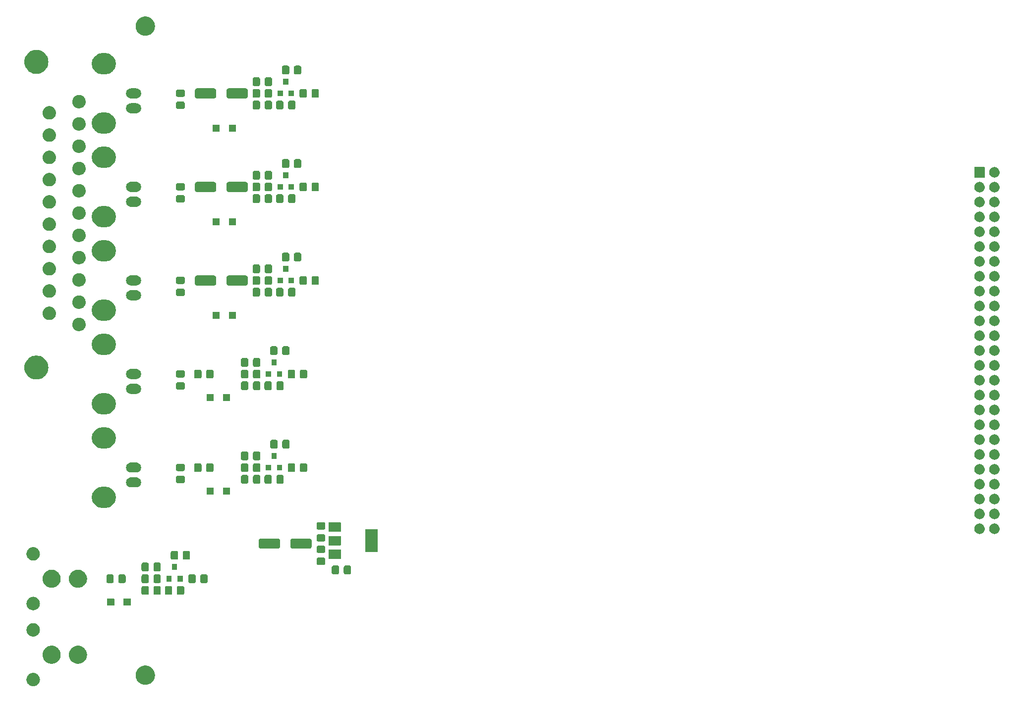
<source format=gbr>
%TF.GenerationSoftware,KiCad,Pcbnew,8.0.7*%
%TF.CreationDate,2025-02-21T11:32:41+13:00*%
%TF.ProjectId,JVCard,4a564361-7264-42e6-9b69-6361645f7063,rev?*%
%TF.SameCoordinates,Original*%
%TF.FileFunction,Soldermask,Top*%
%TF.FilePolarity,Negative*%
%FSLAX46Y46*%
G04 Gerber Fmt 4.6, Leading zero omitted, Abs format (unit mm)*
G04 Created by KiCad (PCBNEW 8.0.7) date 2025-02-21 11:32:41*
%MOMM*%
%LPD*%
G01*
G04 APERTURE LIST*
G04 APERTURE END LIST*
G36*
X-134099328Y-55103910D02*
G01*
X-134043799Y-55103910D01*
X-133994950Y-55113041D01*
X-133950216Y-55116955D01*
X-133895304Y-55131668D01*
X-133835014Y-55142939D01*
X-133794119Y-55158781D01*
X-133756499Y-55168862D01*
X-133699544Y-55195419D01*
X-133636955Y-55219667D01*
X-133604652Y-55239668D01*
X-133574736Y-55253618D01*
X-133518303Y-55293133D01*
X-133456368Y-55331482D01*
X-133432624Y-55353127D01*
X-133410460Y-55368647D01*
X-133357444Y-55421662D01*
X-133299401Y-55474576D01*
X-133283578Y-55495528D01*
X-133268647Y-55510460D01*
X-133222063Y-55576987D01*
X-133171400Y-55644077D01*
X-133162324Y-55662302D01*
X-133153618Y-55674737D01*
X-133116553Y-55754222D01*
X-133076724Y-55834211D01*
X-133072762Y-55848134D01*
X-133068862Y-55856499D01*
X-133044273Y-55948264D01*
X-133018598Y-56038504D01*
X-133017807Y-56047034D01*
X-133016955Y-56050216D01*
X-133007534Y-56157900D01*
X-132999000Y-56250000D01*
X-133007534Y-56342106D01*
X-133016955Y-56449783D01*
X-133017807Y-56452964D01*
X-133018598Y-56461496D01*
X-133044277Y-56551751D01*
X-133068862Y-56643500D01*
X-133072761Y-56651863D01*
X-133076724Y-56665789D01*
X-133116556Y-56745783D01*
X-133153618Y-56825263D01*
X-133162324Y-56837696D01*
X-133171400Y-56855923D01*
X-133222069Y-56923019D01*
X-133268647Y-56989539D01*
X-133283575Y-57004467D01*
X-133299401Y-57025424D01*
X-133357456Y-57078348D01*
X-133410460Y-57131352D01*
X-133432619Y-57146868D01*
X-133456368Y-57168518D01*
X-133518315Y-57206874D01*
X-133574736Y-57246381D01*
X-133604645Y-57260327D01*
X-133636955Y-57280333D01*
X-133699557Y-57304585D01*
X-133756499Y-57331137D01*
X-133794111Y-57341215D01*
X-133835014Y-57357061D01*
X-133895317Y-57368333D01*
X-133950216Y-57383044D01*
X-133994940Y-57386956D01*
X-134043799Y-57396090D01*
X-134099340Y-57396090D01*
X-134150000Y-57400522D01*
X-134200660Y-57396090D01*
X-134256201Y-57396090D01*
X-134305060Y-57386956D01*
X-134349783Y-57383044D01*
X-134404679Y-57368334D01*
X-134464986Y-57357061D01*
X-134505890Y-57341214D01*
X-134543500Y-57331137D01*
X-134600436Y-57304587D01*
X-134663045Y-57280333D01*
X-134695357Y-57260325D01*
X-134725263Y-57246381D01*
X-134781675Y-57206879D01*
X-134843632Y-57168518D01*
X-134867383Y-57146865D01*
X-134889539Y-57131352D01*
X-134942532Y-57078358D01*
X-135000599Y-57025424D01*
X-135016427Y-57004463D01*
X-135031352Y-56989539D01*
X-135077917Y-56923037D01*
X-135128600Y-56855923D01*
X-135137678Y-56837691D01*
X-135146381Y-56825263D01*
X-135183427Y-56745815D01*
X-135223276Y-56665789D01*
X-135227239Y-56651857D01*
X-135231137Y-56643500D01*
X-135255705Y-56551811D01*
X-135281402Y-56461496D01*
X-135282193Y-56452958D01*
X-135283044Y-56449783D01*
X-135292447Y-56342299D01*
X-135301000Y-56250000D01*
X-135292447Y-56157707D01*
X-135283044Y-56050216D01*
X-135282192Y-56047039D01*
X-135281402Y-56038504D01*
X-135255709Y-55948204D01*
X-135231137Y-55856499D01*
X-135227239Y-55848139D01*
X-135223276Y-55834211D01*
X-135183430Y-55754191D01*
X-135146381Y-55674737D01*
X-135137677Y-55662307D01*
X-135128600Y-55644077D01*
X-135077922Y-55576969D01*
X-135031352Y-55510460D01*
X-135016424Y-55495532D01*
X-135000599Y-55474576D01*
X-134942543Y-55421651D01*
X-134889539Y-55368647D01*
X-134867379Y-55353130D01*
X-134843632Y-55331482D01*
X-134781682Y-55293124D01*
X-134725262Y-55253618D01*
X-134695353Y-55239671D01*
X-134663045Y-55219667D01*
X-134600447Y-55195416D01*
X-134543500Y-55168862D01*
X-134505882Y-55158782D01*
X-134464986Y-55142939D01*
X-134404691Y-55131667D01*
X-134349783Y-55116955D01*
X-134305050Y-55113041D01*
X-134256201Y-55103910D01*
X-134200672Y-55103910D01*
X-134150000Y-55099477D01*
X-134099328Y-55103910D01*
G37*
G36*
X-114936902Y-53853966D02*
G01*
X-114876647Y-53853966D01*
X-114810799Y-53863890D01*
X-114741727Y-53869327D01*
X-114686054Y-53882692D01*
X-114632697Y-53890735D01*
X-114562973Y-53912241D01*
X-114489813Y-53929806D01*
X-114442507Y-53949400D01*
X-114396947Y-53963454D01*
X-114325423Y-53997898D01*
X-114250462Y-54028948D01*
X-114211980Y-54052529D01*
X-114174677Y-54070494D01*
X-114103718Y-54118872D01*
X-114029567Y-54164313D01*
X-113999876Y-54189671D01*
X-113970837Y-54209470D01*
X-113903030Y-54272385D01*
X-113832567Y-54332567D01*
X-113811168Y-54357620D01*
X-113789988Y-54377274D01*
X-113728059Y-54454929D01*
X-113664313Y-54529567D01*
X-113650293Y-54552443D01*
X-113636169Y-54570156D01*
X-113582895Y-54662427D01*
X-113528948Y-54750462D01*
X-113521024Y-54769590D01*
X-113512814Y-54783812D01*
X-113470942Y-54890500D01*
X-113429806Y-54989813D01*
X-113426403Y-55003984D01*
X-113422685Y-55013460D01*
X-113394822Y-55135530D01*
X-113369327Y-55241727D01*
X-113368665Y-55250126D01*
X-113367785Y-55253986D01*
X-113356296Y-55407297D01*
X-113349000Y-55500000D01*
X-113356296Y-55592710D01*
X-113367785Y-55746013D01*
X-113368665Y-55749871D01*
X-113369327Y-55758273D01*
X-113394827Y-55864488D01*
X-113422685Y-55986539D01*
X-113426402Y-55996012D01*
X-113429806Y-56010187D01*
X-113470949Y-56109517D01*
X-113512814Y-56216187D01*
X-113521023Y-56230405D01*
X-113528948Y-56249538D01*
X-113582905Y-56337588D01*
X-113636169Y-56429843D01*
X-113650291Y-56447551D01*
X-113664313Y-56470433D01*
X-113728071Y-56545084D01*
X-113789988Y-56622725D01*
X-113811164Y-56642374D01*
X-113832567Y-56667433D01*
X-113903044Y-56727626D01*
X-113970837Y-56790529D01*
X-113999870Y-56810323D01*
X-114029567Y-56835687D01*
X-114103732Y-56881136D01*
X-114174677Y-56929505D01*
X-114211973Y-56947465D01*
X-114250462Y-56971052D01*
X-114325437Y-57002107D01*
X-114396947Y-57036545D01*
X-114442498Y-57050595D01*
X-114489813Y-57070194D01*
X-114562988Y-57087761D01*
X-114632697Y-57109264D01*
X-114686045Y-57117305D01*
X-114741727Y-57130673D01*
X-114810803Y-57136109D01*
X-114876647Y-57146034D01*
X-114936902Y-57146034D01*
X-115000000Y-57151000D01*
X-115063098Y-57146034D01*
X-115123353Y-57146034D01*
X-115189195Y-57136109D01*
X-115258273Y-57130673D01*
X-115313955Y-57117304D01*
X-115367302Y-57109264D01*
X-115437007Y-57087762D01*
X-115510187Y-57070194D01*
X-115557504Y-57050594D01*
X-115603052Y-57036545D01*
X-115674554Y-57002110D01*
X-115749538Y-56971052D01*
X-115788030Y-56947463D01*
X-115825324Y-56929504D01*
X-115896263Y-56881138D01*
X-115970433Y-56835687D01*
X-116000130Y-56810323D01*
X-116029160Y-56790531D01*
X-116096944Y-56727636D01*
X-116167433Y-56667433D01*
X-116188838Y-56642369D01*
X-116210011Y-56622725D01*
X-116271913Y-56545102D01*
X-116335687Y-56470433D01*
X-116349712Y-56447546D01*
X-116363830Y-56429843D01*
X-116417077Y-56337616D01*
X-116471052Y-56249538D01*
X-116478979Y-56230399D01*
X-116487185Y-56216187D01*
X-116529031Y-56109563D01*
X-116570194Y-56010187D01*
X-116573598Y-55996005D01*
X-116577314Y-55986539D01*
X-116605152Y-55864573D01*
X-116630673Y-55758273D01*
X-116631334Y-55749865D01*
X-116632214Y-55746013D01*
X-116643682Y-55592975D01*
X-116651000Y-55500000D01*
X-116643683Y-55407031D01*
X-116632214Y-55253986D01*
X-116631334Y-55250133D01*
X-116630673Y-55241727D01*
X-116605157Y-55135446D01*
X-116577314Y-55013460D01*
X-116573597Y-55003991D01*
X-116570194Y-54989813D01*
X-116529038Y-54890454D01*
X-116487185Y-54783812D01*
X-116478977Y-54769597D01*
X-116471052Y-54750462D01*
X-116417087Y-54662399D01*
X-116363830Y-54570156D01*
X-116349709Y-54552449D01*
X-116335687Y-54529567D01*
X-116271925Y-54454911D01*
X-116210011Y-54377274D01*
X-116188834Y-54357625D01*
X-116167433Y-54332567D01*
X-116096957Y-54272375D01*
X-116029160Y-54209468D01*
X-116000124Y-54189671D01*
X-115970433Y-54164313D01*
X-115896278Y-54118870D01*
X-115825324Y-54070495D01*
X-115788023Y-54052531D01*
X-115749538Y-54028948D01*
X-115674569Y-53997895D01*
X-115603052Y-53963454D01*
X-115557495Y-53949401D01*
X-115510187Y-53929806D01*
X-115437021Y-53912240D01*
X-115367302Y-53890735D01*
X-115313947Y-53882693D01*
X-115258273Y-53869327D01*
X-115189199Y-53863890D01*
X-115123353Y-53853966D01*
X-115063098Y-53853966D01*
X-115000000Y-53849000D01*
X-114936902Y-53853966D01*
G37*
G36*
X-130940457Y-50453686D02*
G01*
X-130884120Y-50453686D01*
X-130822561Y-50462964D01*
X-130757370Y-50468095D01*
X-130704820Y-50480711D01*
X-130654949Y-50488228D01*
X-130589780Y-50508329D01*
X-130520715Y-50524911D01*
X-130476059Y-50543407D01*
X-130433480Y-50556542D01*
X-130366627Y-50588736D01*
X-130295861Y-50618049D01*
X-130259537Y-50640308D01*
X-130224677Y-50657096D01*
X-130158369Y-50702303D01*
X-130088345Y-50745215D01*
X-130060303Y-50769164D01*
X-130033186Y-50787653D01*
X-129969867Y-50846403D01*
X-129903277Y-50903277D01*
X-129883056Y-50926951D01*
X-129863293Y-50945290D01*
X-129805506Y-51017752D01*
X-129745215Y-51088345D01*
X-129731955Y-51109983D01*
X-129718793Y-51126488D01*
X-129669147Y-51212475D01*
X-129618049Y-51295861D01*
X-129610544Y-51313978D01*
X-129602911Y-51327200D01*
X-129563986Y-51426377D01*
X-129524911Y-51520715D01*
X-129521678Y-51534178D01*
X-129518242Y-51542935D01*
X-129492506Y-51655689D01*
X-129468095Y-51757370D01*
X-129467461Y-51765416D01*
X-129466669Y-51768890D01*
X-129456322Y-51906957D01*
X-129449000Y-52000000D01*
X-129456323Y-52093050D01*
X-129466669Y-52231109D01*
X-129467461Y-52234581D01*
X-129468095Y-52242630D01*
X-129492511Y-52344329D01*
X-129518242Y-52457064D01*
X-129521678Y-52465819D01*
X-129524911Y-52479285D01*
X-129563994Y-52573640D01*
X-129602911Y-52672799D01*
X-129610542Y-52686017D01*
X-129618049Y-52704139D01*
X-129669157Y-52787540D01*
X-129718793Y-52873511D01*
X-129731952Y-52890012D01*
X-129745215Y-52911655D01*
X-129805518Y-52982261D01*
X-129863293Y-53054709D01*
X-129883052Y-53073043D01*
X-129903277Y-53096723D01*
X-129969881Y-53153608D01*
X-130033186Y-53212346D01*
X-130060297Y-53230830D01*
X-130088345Y-53254785D01*
X-130158383Y-53297704D01*
X-130224677Y-53342903D01*
X-130259529Y-53359687D01*
X-130295861Y-53381951D01*
X-130366641Y-53411269D01*
X-130433480Y-53443457D01*
X-130476050Y-53456588D01*
X-130520715Y-53475089D01*
X-130589794Y-53491673D01*
X-130654949Y-53511771D01*
X-130704811Y-53519286D01*
X-130757370Y-53531905D01*
X-130822565Y-53537035D01*
X-130884120Y-53546314D01*
X-130940457Y-53546314D01*
X-131000000Y-53551000D01*
X-131059543Y-53546314D01*
X-131115880Y-53546314D01*
X-131177433Y-53537035D01*
X-131242630Y-53531905D01*
X-131295189Y-53519286D01*
X-131345050Y-53511771D01*
X-131410199Y-53491675D01*
X-131479285Y-53475089D01*
X-131523955Y-53456585D01*
X-131566518Y-53443457D01*
X-131633345Y-53411274D01*
X-131704139Y-53381951D01*
X-131740474Y-53359684D01*
X-131775324Y-53342902D01*
X-131841612Y-53297706D01*
X-131911655Y-53254785D01*
X-131939702Y-53230830D01*
X-131966811Y-53212348D01*
X-132030107Y-53153617D01*
X-132096723Y-53096723D01*
X-132116951Y-53073038D01*
X-132136706Y-53054709D01*
X-132194466Y-52982279D01*
X-132254785Y-52911655D01*
X-132268050Y-52890007D01*
X-132281206Y-52873511D01*
X-132330824Y-52787569D01*
X-132381951Y-52704139D01*
X-132389459Y-52686011D01*
X-132397088Y-52672799D01*
X-132435986Y-52573686D01*
X-132475089Y-52479285D01*
X-132478323Y-52465812D01*
X-132481757Y-52457064D01*
X-132507468Y-52344414D01*
X-132531905Y-52242630D01*
X-132532538Y-52234574D01*
X-132533330Y-52231109D01*
X-132543656Y-52093315D01*
X-132551000Y-52000000D01*
X-132543656Y-51906692D01*
X-132533330Y-51768890D01*
X-132532538Y-51765423D01*
X-132531905Y-51757370D01*
X-132507473Y-51655604D01*
X-132481757Y-51542935D01*
X-132478322Y-51534184D01*
X-132475089Y-51520715D01*
X-132435994Y-51426331D01*
X-132397088Y-51327200D01*
X-132389458Y-51313984D01*
X-132381951Y-51295861D01*
X-132330834Y-51212447D01*
X-132281206Y-51126488D01*
X-132268048Y-51109988D01*
X-132254785Y-51088345D01*
X-132194478Y-51017734D01*
X-132136706Y-50945290D01*
X-132116946Y-50926956D01*
X-132096723Y-50903277D01*
X-132030120Y-50846393D01*
X-131966811Y-50787651D01*
X-131939696Y-50769164D01*
X-131911655Y-50745215D01*
X-131841627Y-50702302D01*
X-131775324Y-50657097D01*
X-131740467Y-50640310D01*
X-131704139Y-50618049D01*
X-131633360Y-50588731D01*
X-131566518Y-50556542D01*
X-131523945Y-50543410D01*
X-131479285Y-50524911D01*
X-131410213Y-50508328D01*
X-131345050Y-50488228D01*
X-131295181Y-50480711D01*
X-131242630Y-50468095D01*
X-131177437Y-50462964D01*
X-131115880Y-50453686D01*
X-131059543Y-50453686D01*
X-131000000Y-50449000D01*
X-130940457Y-50453686D01*
G37*
G36*
X-126440457Y-50453686D02*
G01*
X-126384120Y-50453686D01*
X-126322561Y-50462964D01*
X-126257370Y-50468095D01*
X-126204820Y-50480711D01*
X-126154949Y-50488228D01*
X-126089780Y-50508329D01*
X-126020715Y-50524911D01*
X-125976059Y-50543407D01*
X-125933480Y-50556542D01*
X-125866627Y-50588736D01*
X-125795861Y-50618049D01*
X-125759537Y-50640308D01*
X-125724677Y-50657096D01*
X-125658369Y-50702303D01*
X-125588345Y-50745215D01*
X-125560303Y-50769164D01*
X-125533186Y-50787653D01*
X-125469867Y-50846403D01*
X-125403277Y-50903277D01*
X-125383056Y-50926951D01*
X-125363293Y-50945290D01*
X-125305506Y-51017752D01*
X-125245215Y-51088345D01*
X-125231955Y-51109983D01*
X-125218793Y-51126488D01*
X-125169147Y-51212475D01*
X-125118049Y-51295861D01*
X-125110544Y-51313978D01*
X-125102911Y-51327200D01*
X-125063986Y-51426377D01*
X-125024911Y-51520715D01*
X-125021678Y-51534178D01*
X-125018242Y-51542935D01*
X-124992506Y-51655689D01*
X-124968095Y-51757370D01*
X-124967461Y-51765416D01*
X-124966669Y-51768890D01*
X-124956322Y-51906957D01*
X-124949000Y-52000000D01*
X-124956323Y-52093050D01*
X-124966669Y-52231109D01*
X-124967461Y-52234581D01*
X-124968095Y-52242630D01*
X-124992511Y-52344329D01*
X-125018242Y-52457064D01*
X-125021678Y-52465819D01*
X-125024911Y-52479285D01*
X-125063994Y-52573640D01*
X-125102911Y-52672799D01*
X-125110542Y-52686017D01*
X-125118049Y-52704139D01*
X-125169157Y-52787540D01*
X-125218793Y-52873511D01*
X-125231952Y-52890012D01*
X-125245215Y-52911655D01*
X-125305518Y-52982261D01*
X-125363293Y-53054709D01*
X-125383052Y-53073043D01*
X-125403277Y-53096723D01*
X-125469881Y-53153608D01*
X-125533186Y-53212346D01*
X-125560297Y-53230830D01*
X-125588345Y-53254785D01*
X-125658383Y-53297704D01*
X-125724677Y-53342903D01*
X-125759529Y-53359687D01*
X-125795861Y-53381951D01*
X-125866641Y-53411269D01*
X-125933480Y-53443457D01*
X-125976050Y-53456588D01*
X-126020715Y-53475089D01*
X-126089794Y-53491673D01*
X-126154949Y-53511771D01*
X-126204811Y-53519286D01*
X-126257370Y-53531905D01*
X-126322565Y-53537035D01*
X-126384120Y-53546314D01*
X-126440457Y-53546314D01*
X-126500000Y-53551000D01*
X-126559543Y-53546314D01*
X-126615880Y-53546314D01*
X-126677433Y-53537035D01*
X-126742630Y-53531905D01*
X-126795189Y-53519286D01*
X-126845050Y-53511771D01*
X-126910199Y-53491675D01*
X-126979285Y-53475089D01*
X-127023955Y-53456585D01*
X-127066518Y-53443457D01*
X-127133345Y-53411274D01*
X-127204139Y-53381951D01*
X-127240474Y-53359684D01*
X-127275324Y-53342902D01*
X-127341612Y-53297706D01*
X-127411655Y-53254785D01*
X-127439702Y-53230830D01*
X-127466811Y-53212348D01*
X-127530107Y-53153617D01*
X-127596723Y-53096723D01*
X-127616951Y-53073038D01*
X-127636706Y-53054709D01*
X-127694466Y-52982279D01*
X-127754785Y-52911655D01*
X-127768050Y-52890007D01*
X-127781206Y-52873511D01*
X-127830824Y-52787569D01*
X-127881951Y-52704139D01*
X-127889459Y-52686011D01*
X-127897088Y-52672799D01*
X-127935986Y-52573686D01*
X-127975089Y-52479285D01*
X-127978323Y-52465812D01*
X-127981757Y-52457064D01*
X-128007468Y-52344414D01*
X-128031905Y-52242630D01*
X-128032538Y-52234574D01*
X-128033330Y-52231109D01*
X-128043656Y-52093315D01*
X-128051000Y-52000000D01*
X-128043656Y-51906692D01*
X-128033330Y-51768890D01*
X-128032538Y-51765423D01*
X-128031905Y-51757370D01*
X-128007473Y-51655604D01*
X-127981757Y-51542935D01*
X-127978322Y-51534184D01*
X-127975089Y-51520715D01*
X-127935994Y-51426331D01*
X-127897088Y-51327200D01*
X-127889458Y-51313984D01*
X-127881951Y-51295861D01*
X-127830834Y-51212447D01*
X-127781206Y-51126488D01*
X-127768048Y-51109988D01*
X-127754785Y-51088345D01*
X-127694478Y-51017734D01*
X-127636706Y-50945290D01*
X-127616946Y-50926956D01*
X-127596723Y-50903277D01*
X-127530120Y-50846393D01*
X-127466811Y-50787651D01*
X-127439696Y-50769164D01*
X-127411655Y-50745215D01*
X-127341627Y-50702302D01*
X-127275324Y-50657097D01*
X-127240467Y-50640310D01*
X-127204139Y-50618049D01*
X-127133360Y-50588731D01*
X-127066518Y-50556542D01*
X-127023945Y-50543410D01*
X-126979285Y-50524911D01*
X-126910213Y-50508328D01*
X-126845050Y-50488228D01*
X-126795181Y-50480711D01*
X-126742630Y-50468095D01*
X-126677437Y-50462964D01*
X-126615880Y-50453686D01*
X-126559543Y-50453686D01*
X-126500000Y-50449000D01*
X-126440457Y-50453686D01*
G37*
G36*
X-134099328Y-46603910D02*
G01*
X-134043799Y-46603910D01*
X-133994950Y-46613041D01*
X-133950216Y-46616955D01*
X-133895304Y-46631668D01*
X-133835014Y-46642939D01*
X-133794119Y-46658781D01*
X-133756499Y-46668862D01*
X-133699544Y-46695419D01*
X-133636955Y-46719667D01*
X-133604652Y-46739668D01*
X-133574736Y-46753618D01*
X-133518303Y-46793133D01*
X-133456368Y-46831482D01*
X-133432624Y-46853127D01*
X-133410460Y-46868647D01*
X-133357444Y-46921662D01*
X-133299401Y-46974576D01*
X-133283578Y-46995528D01*
X-133268647Y-47010460D01*
X-133222063Y-47076987D01*
X-133171400Y-47144077D01*
X-133162324Y-47162302D01*
X-133153618Y-47174737D01*
X-133116553Y-47254222D01*
X-133076724Y-47334211D01*
X-133072762Y-47348134D01*
X-133068862Y-47356499D01*
X-133044273Y-47448264D01*
X-133018598Y-47538504D01*
X-133017807Y-47547034D01*
X-133016955Y-47550216D01*
X-133007534Y-47657900D01*
X-132999000Y-47750000D01*
X-133007534Y-47842106D01*
X-133016955Y-47949783D01*
X-133017807Y-47952964D01*
X-133018598Y-47961496D01*
X-133044277Y-48051751D01*
X-133068862Y-48143500D01*
X-133072761Y-48151863D01*
X-133076724Y-48165789D01*
X-133116556Y-48245783D01*
X-133153618Y-48325263D01*
X-133162324Y-48337696D01*
X-133171400Y-48355923D01*
X-133222069Y-48423019D01*
X-133268647Y-48489539D01*
X-133283575Y-48504467D01*
X-133299401Y-48525424D01*
X-133357456Y-48578348D01*
X-133410460Y-48631352D01*
X-133432619Y-48646868D01*
X-133456368Y-48668518D01*
X-133518315Y-48706874D01*
X-133574736Y-48746381D01*
X-133604645Y-48760327D01*
X-133636955Y-48780333D01*
X-133699557Y-48804585D01*
X-133756499Y-48831137D01*
X-133794111Y-48841215D01*
X-133835014Y-48857061D01*
X-133895317Y-48868333D01*
X-133950216Y-48883044D01*
X-133994940Y-48886956D01*
X-134043799Y-48896090D01*
X-134099340Y-48896090D01*
X-134150000Y-48900522D01*
X-134200660Y-48896090D01*
X-134256201Y-48896090D01*
X-134305060Y-48886956D01*
X-134349783Y-48883044D01*
X-134404679Y-48868334D01*
X-134464986Y-48857061D01*
X-134505890Y-48841214D01*
X-134543500Y-48831137D01*
X-134600436Y-48804587D01*
X-134663045Y-48780333D01*
X-134695357Y-48760325D01*
X-134725263Y-48746381D01*
X-134781675Y-48706879D01*
X-134843632Y-48668518D01*
X-134867383Y-48646865D01*
X-134889539Y-48631352D01*
X-134942532Y-48578358D01*
X-135000599Y-48525424D01*
X-135016427Y-48504463D01*
X-135031352Y-48489539D01*
X-135077917Y-48423037D01*
X-135128600Y-48355923D01*
X-135137678Y-48337691D01*
X-135146381Y-48325263D01*
X-135183427Y-48245815D01*
X-135223276Y-48165789D01*
X-135227239Y-48151857D01*
X-135231137Y-48143500D01*
X-135255705Y-48051811D01*
X-135281402Y-47961496D01*
X-135282193Y-47952958D01*
X-135283044Y-47949783D01*
X-135292447Y-47842299D01*
X-135301000Y-47750000D01*
X-135292447Y-47657707D01*
X-135283044Y-47550216D01*
X-135282192Y-47547039D01*
X-135281402Y-47538504D01*
X-135255709Y-47448204D01*
X-135231137Y-47356499D01*
X-135227239Y-47348139D01*
X-135223276Y-47334211D01*
X-135183430Y-47254191D01*
X-135146381Y-47174737D01*
X-135137677Y-47162307D01*
X-135128600Y-47144077D01*
X-135077922Y-47076969D01*
X-135031352Y-47010460D01*
X-135016424Y-46995532D01*
X-135000599Y-46974576D01*
X-134942543Y-46921651D01*
X-134889539Y-46868647D01*
X-134867379Y-46853130D01*
X-134843632Y-46831482D01*
X-134781682Y-46793124D01*
X-134725262Y-46753618D01*
X-134695353Y-46739671D01*
X-134663045Y-46719667D01*
X-134600447Y-46695416D01*
X-134543500Y-46668862D01*
X-134505882Y-46658782D01*
X-134464986Y-46642939D01*
X-134404691Y-46631667D01*
X-134349783Y-46616955D01*
X-134305050Y-46613041D01*
X-134256201Y-46603910D01*
X-134200672Y-46603910D01*
X-134150000Y-46599477D01*
X-134099328Y-46603910D01*
G37*
G36*
X-134099328Y-42103910D02*
G01*
X-134043799Y-42103910D01*
X-133994950Y-42113041D01*
X-133950216Y-42116955D01*
X-133895304Y-42131668D01*
X-133835014Y-42142939D01*
X-133794119Y-42158781D01*
X-133756499Y-42168862D01*
X-133699544Y-42195419D01*
X-133636955Y-42219667D01*
X-133604652Y-42239668D01*
X-133574736Y-42253618D01*
X-133518303Y-42293133D01*
X-133456368Y-42331482D01*
X-133432624Y-42353127D01*
X-133410460Y-42368647D01*
X-133357444Y-42421662D01*
X-133299401Y-42474576D01*
X-133283578Y-42495528D01*
X-133268647Y-42510460D01*
X-133222063Y-42576987D01*
X-133171400Y-42644077D01*
X-133162324Y-42662302D01*
X-133153618Y-42674737D01*
X-133116553Y-42754222D01*
X-133076724Y-42834211D01*
X-133072762Y-42848134D01*
X-133068862Y-42856499D01*
X-133044273Y-42948264D01*
X-133018598Y-43038504D01*
X-133017807Y-43047034D01*
X-133016955Y-43050216D01*
X-133007534Y-43157900D01*
X-132999000Y-43250000D01*
X-133007534Y-43342106D01*
X-133016955Y-43449783D01*
X-133017807Y-43452964D01*
X-133018598Y-43461496D01*
X-133044277Y-43551751D01*
X-133068862Y-43643500D01*
X-133072761Y-43651863D01*
X-133076724Y-43665789D01*
X-133116556Y-43745783D01*
X-133153618Y-43825263D01*
X-133162324Y-43837696D01*
X-133171400Y-43855923D01*
X-133222069Y-43923019D01*
X-133268647Y-43989539D01*
X-133283575Y-44004467D01*
X-133299401Y-44025424D01*
X-133357456Y-44078348D01*
X-133410460Y-44131352D01*
X-133432619Y-44146868D01*
X-133456368Y-44168518D01*
X-133518315Y-44206874D01*
X-133574736Y-44246381D01*
X-133604645Y-44260327D01*
X-133636955Y-44280333D01*
X-133699557Y-44304585D01*
X-133756499Y-44331137D01*
X-133794111Y-44341215D01*
X-133835014Y-44357061D01*
X-133895317Y-44368333D01*
X-133950216Y-44383044D01*
X-133994940Y-44386956D01*
X-134043799Y-44396090D01*
X-134099340Y-44396090D01*
X-134150000Y-44400522D01*
X-134200660Y-44396090D01*
X-134256201Y-44396090D01*
X-134305060Y-44386956D01*
X-134349783Y-44383044D01*
X-134404679Y-44368334D01*
X-134464986Y-44357061D01*
X-134505890Y-44341214D01*
X-134543500Y-44331137D01*
X-134600436Y-44304587D01*
X-134663045Y-44280333D01*
X-134695357Y-44260325D01*
X-134725263Y-44246381D01*
X-134781675Y-44206879D01*
X-134843632Y-44168518D01*
X-134867383Y-44146865D01*
X-134889539Y-44131352D01*
X-134942532Y-44078358D01*
X-135000599Y-44025424D01*
X-135016427Y-44004463D01*
X-135031352Y-43989539D01*
X-135077917Y-43923037D01*
X-135128600Y-43855923D01*
X-135137678Y-43837691D01*
X-135146381Y-43825263D01*
X-135183427Y-43745815D01*
X-135223276Y-43665789D01*
X-135227239Y-43651857D01*
X-135231137Y-43643500D01*
X-135255705Y-43551811D01*
X-135281402Y-43461496D01*
X-135282193Y-43452958D01*
X-135283044Y-43449783D01*
X-135292447Y-43342299D01*
X-135301000Y-43250000D01*
X-135292447Y-43157707D01*
X-135283044Y-43050216D01*
X-135282192Y-43047039D01*
X-135281402Y-43038504D01*
X-135255709Y-42948204D01*
X-135231137Y-42856499D01*
X-135227239Y-42848139D01*
X-135223276Y-42834211D01*
X-135183430Y-42754191D01*
X-135146381Y-42674737D01*
X-135137677Y-42662307D01*
X-135128600Y-42644077D01*
X-135077922Y-42576969D01*
X-135031352Y-42510460D01*
X-135016424Y-42495532D01*
X-135000599Y-42474576D01*
X-134942543Y-42421651D01*
X-134889539Y-42368647D01*
X-134867379Y-42353130D01*
X-134843632Y-42331482D01*
X-134781682Y-42293124D01*
X-134725262Y-42253618D01*
X-134695353Y-42239671D01*
X-134663045Y-42219667D01*
X-134600447Y-42195416D01*
X-134543500Y-42168862D01*
X-134505882Y-42158782D01*
X-134464986Y-42142939D01*
X-134404691Y-42131667D01*
X-134349783Y-42116955D01*
X-134305050Y-42113041D01*
X-134256201Y-42103910D01*
X-134200672Y-42103910D01*
X-134150000Y-42099477D01*
X-134099328Y-42103910D01*
G37*
G36*
X-120330483Y-42402882D02*
G01*
X-120313938Y-42413938D01*
X-120302882Y-42430483D01*
X-120299000Y-42450000D01*
X-120299000Y-43550000D01*
X-120302882Y-43569517D01*
X-120313938Y-43586062D01*
X-120330483Y-43597118D01*
X-120350000Y-43601000D01*
X-121450000Y-43601000D01*
X-121469517Y-43597118D01*
X-121486062Y-43586062D01*
X-121497118Y-43569517D01*
X-121501000Y-43550000D01*
X-121501000Y-42450000D01*
X-121497118Y-42430483D01*
X-121486062Y-42413938D01*
X-121469517Y-42402882D01*
X-121450000Y-42399000D01*
X-120350000Y-42399000D01*
X-120330483Y-42402882D01*
G37*
G36*
X-117530483Y-42402882D02*
G01*
X-117513938Y-42413938D01*
X-117502882Y-42430483D01*
X-117499000Y-42450000D01*
X-117499000Y-43550000D01*
X-117502882Y-43569517D01*
X-117513938Y-43586062D01*
X-117530483Y-43597118D01*
X-117550000Y-43601000D01*
X-118650000Y-43601000D01*
X-118669517Y-43597118D01*
X-118686062Y-43586062D01*
X-118697118Y-43569517D01*
X-118701000Y-43550000D01*
X-118701000Y-42450000D01*
X-118697118Y-42430483D01*
X-118686062Y-42413938D01*
X-118669517Y-42402882D01*
X-118650000Y-42399000D01*
X-117550000Y-42399000D01*
X-117530483Y-42402882D01*
G37*
G36*
X-114631086Y-40256995D02*
G01*
X-114615274Y-40263976D01*
X-114607468Y-40265213D01*
X-114574953Y-40281780D01*
X-114529894Y-40301676D01*
X-114451676Y-40379894D01*
X-114431780Y-40424953D01*
X-114415213Y-40457468D01*
X-114413976Y-40465274D01*
X-114406995Y-40481086D01*
X-114399000Y-40550000D01*
X-114399000Y-41450000D01*
X-114406995Y-41518914D01*
X-114413976Y-41534726D01*
X-114415213Y-41542531D01*
X-114431776Y-41575039D01*
X-114451676Y-41620106D01*
X-114529894Y-41698324D01*
X-114574967Y-41718226D01*
X-114607468Y-41734786D01*
X-114615270Y-41736021D01*
X-114631086Y-41743005D01*
X-114700000Y-41751000D01*
X-115350000Y-41751000D01*
X-115418914Y-41743005D01*
X-115434729Y-41736021D01*
X-115442531Y-41734786D01*
X-115475024Y-41718229D01*
X-115520106Y-41698324D01*
X-115598324Y-41620106D01*
X-115618229Y-41575024D01*
X-115634786Y-41542531D01*
X-115636021Y-41534729D01*
X-115643005Y-41518914D01*
X-115651000Y-41450000D01*
X-115651000Y-40550000D01*
X-115643005Y-40481086D01*
X-115636021Y-40465270D01*
X-115634786Y-40457468D01*
X-115618226Y-40424967D01*
X-115598324Y-40379894D01*
X-115520106Y-40301676D01*
X-115475039Y-40281776D01*
X-115442531Y-40265213D01*
X-115434726Y-40263976D01*
X-115418914Y-40256995D01*
X-115350000Y-40249000D01*
X-114700000Y-40249000D01*
X-114631086Y-40256995D01*
G37*
G36*
X-112581086Y-40256995D02*
G01*
X-112565274Y-40263976D01*
X-112557468Y-40265213D01*
X-112524953Y-40281780D01*
X-112479894Y-40301676D01*
X-112401676Y-40379894D01*
X-112381780Y-40424953D01*
X-112365213Y-40457468D01*
X-112363976Y-40465274D01*
X-112356995Y-40481086D01*
X-112349000Y-40550000D01*
X-112349000Y-41450000D01*
X-112356995Y-41518914D01*
X-112363976Y-41534726D01*
X-112365213Y-41542531D01*
X-112381776Y-41575039D01*
X-112401676Y-41620106D01*
X-112479894Y-41698324D01*
X-112524967Y-41718226D01*
X-112557468Y-41734786D01*
X-112565270Y-41736021D01*
X-112581086Y-41743005D01*
X-112650000Y-41751000D01*
X-113300000Y-41751000D01*
X-113368914Y-41743005D01*
X-113384729Y-41736021D01*
X-113392531Y-41734786D01*
X-113425024Y-41718229D01*
X-113470106Y-41698324D01*
X-113548324Y-41620106D01*
X-113568229Y-41575024D01*
X-113584786Y-41542531D01*
X-113586021Y-41534729D01*
X-113593005Y-41518914D01*
X-113601000Y-41450000D01*
X-113601000Y-40550000D01*
X-113593005Y-40481086D01*
X-113586021Y-40465270D01*
X-113584786Y-40457468D01*
X-113568226Y-40424967D01*
X-113548324Y-40379894D01*
X-113470106Y-40301676D01*
X-113425039Y-40281776D01*
X-113392531Y-40265213D01*
X-113384726Y-40263976D01*
X-113368914Y-40256995D01*
X-113300000Y-40249000D01*
X-112650000Y-40249000D01*
X-112581086Y-40256995D01*
G37*
G36*
X-110631086Y-40256995D02*
G01*
X-110615274Y-40263976D01*
X-110607468Y-40265213D01*
X-110574953Y-40281780D01*
X-110529894Y-40301676D01*
X-110451676Y-40379894D01*
X-110431780Y-40424953D01*
X-110415213Y-40457468D01*
X-110413976Y-40465274D01*
X-110406995Y-40481086D01*
X-110399000Y-40550000D01*
X-110399000Y-41450000D01*
X-110406995Y-41518914D01*
X-110413976Y-41534726D01*
X-110415213Y-41542531D01*
X-110431776Y-41575039D01*
X-110451676Y-41620106D01*
X-110529894Y-41698324D01*
X-110574967Y-41718226D01*
X-110607468Y-41734786D01*
X-110615270Y-41736021D01*
X-110631086Y-41743005D01*
X-110700000Y-41751000D01*
X-111350000Y-41751000D01*
X-111418914Y-41743005D01*
X-111434729Y-41736021D01*
X-111442531Y-41734786D01*
X-111475024Y-41718229D01*
X-111520106Y-41698324D01*
X-111598324Y-41620106D01*
X-111618229Y-41575024D01*
X-111634786Y-41542531D01*
X-111636021Y-41534729D01*
X-111643005Y-41518914D01*
X-111651000Y-41450000D01*
X-111651000Y-40550000D01*
X-111643005Y-40481086D01*
X-111636021Y-40465270D01*
X-111634786Y-40457468D01*
X-111618226Y-40424967D01*
X-111598324Y-40379894D01*
X-111520106Y-40301676D01*
X-111475039Y-40281776D01*
X-111442531Y-40265213D01*
X-111434726Y-40263976D01*
X-111418914Y-40256995D01*
X-111350000Y-40249000D01*
X-110700000Y-40249000D01*
X-110631086Y-40256995D01*
G37*
G36*
X-108581086Y-40256995D02*
G01*
X-108565274Y-40263976D01*
X-108557468Y-40265213D01*
X-108524953Y-40281780D01*
X-108479894Y-40301676D01*
X-108401676Y-40379894D01*
X-108381780Y-40424953D01*
X-108365213Y-40457468D01*
X-108363976Y-40465274D01*
X-108356995Y-40481086D01*
X-108349000Y-40550000D01*
X-108349000Y-41450000D01*
X-108356995Y-41518914D01*
X-108363976Y-41534726D01*
X-108365213Y-41542531D01*
X-108381776Y-41575039D01*
X-108401676Y-41620106D01*
X-108479894Y-41698324D01*
X-108524967Y-41718226D01*
X-108557468Y-41734786D01*
X-108565270Y-41736021D01*
X-108581086Y-41743005D01*
X-108650000Y-41751000D01*
X-109300000Y-41751000D01*
X-109368914Y-41743005D01*
X-109384729Y-41736021D01*
X-109392531Y-41734786D01*
X-109425024Y-41718229D01*
X-109470106Y-41698324D01*
X-109548324Y-41620106D01*
X-109568229Y-41575024D01*
X-109584786Y-41542531D01*
X-109586021Y-41534729D01*
X-109593005Y-41518914D01*
X-109601000Y-41450000D01*
X-109601000Y-40550000D01*
X-109593005Y-40481086D01*
X-109586021Y-40465270D01*
X-109584786Y-40457468D01*
X-109568226Y-40424967D01*
X-109548324Y-40379894D01*
X-109470106Y-40301676D01*
X-109425039Y-40281776D01*
X-109392531Y-40265213D01*
X-109384726Y-40263976D01*
X-109368914Y-40256995D01*
X-109300000Y-40249000D01*
X-108650000Y-40249000D01*
X-108581086Y-40256995D01*
G37*
G36*
X-130940457Y-37453686D02*
G01*
X-130884120Y-37453686D01*
X-130822561Y-37462964D01*
X-130757370Y-37468095D01*
X-130704820Y-37480711D01*
X-130654949Y-37488228D01*
X-130589780Y-37508329D01*
X-130520715Y-37524911D01*
X-130476059Y-37543407D01*
X-130433480Y-37556542D01*
X-130366627Y-37588736D01*
X-130295861Y-37618049D01*
X-130259537Y-37640308D01*
X-130224677Y-37657096D01*
X-130158369Y-37702303D01*
X-130088345Y-37745215D01*
X-130060303Y-37769164D01*
X-130033186Y-37787653D01*
X-129969867Y-37846403D01*
X-129903277Y-37903277D01*
X-129883056Y-37926951D01*
X-129863293Y-37945290D01*
X-129805506Y-38017752D01*
X-129745215Y-38088345D01*
X-129731955Y-38109983D01*
X-129718793Y-38126488D01*
X-129669147Y-38212475D01*
X-129618049Y-38295861D01*
X-129610544Y-38313978D01*
X-129602911Y-38327200D01*
X-129563986Y-38426377D01*
X-129524911Y-38520715D01*
X-129521678Y-38534178D01*
X-129518242Y-38542935D01*
X-129492506Y-38655689D01*
X-129468095Y-38757370D01*
X-129467461Y-38765416D01*
X-129466669Y-38768890D01*
X-129456322Y-38906957D01*
X-129449000Y-39000000D01*
X-129456323Y-39093050D01*
X-129466669Y-39231109D01*
X-129467461Y-39234581D01*
X-129468095Y-39242630D01*
X-129492511Y-39344329D01*
X-129518242Y-39457064D01*
X-129521678Y-39465819D01*
X-129524911Y-39479285D01*
X-129563994Y-39573640D01*
X-129602911Y-39672799D01*
X-129610542Y-39686017D01*
X-129618049Y-39704139D01*
X-129669157Y-39787540D01*
X-129718793Y-39873511D01*
X-129731952Y-39890012D01*
X-129745215Y-39911655D01*
X-129805518Y-39982261D01*
X-129863293Y-40054709D01*
X-129883052Y-40073043D01*
X-129903277Y-40096723D01*
X-129969881Y-40153608D01*
X-130033186Y-40212346D01*
X-130060297Y-40230830D01*
X-130088345Y-40254785D01*
X-130158383Y-40297704D01*
X-130224677Y-40342903D01*
X-130259529Y-40359687D01*
X-130295861Y-40381951D01*
X-130366641Y-40411269D01*
X-130433480Y-40443457D01*
X-130476050Y-40456588D01*
X-130520715Y-40475089D01*
X-130589794Y-40491673D01*
X-130654949Y-40511771D01*
X-130704811Y-40519286D01*
X-130757370Y-40531905D01*
X-130822565Y-40537035D01*
X-130884120Y-40546314D01*
X-130940457Y-40546314D01*
X-131000000Y-40551000D01*
X-131059543Y-40546314D01*
X-131115880Y-40546314D01*
X-131177433Y-40537035D01*
X-131242630Y-40531905D01*
X-131295189Y-40519286D01*
X-131345050Y-40511771D01*
X-131410199Y-40491675D01*
X-131479285Y-40475089D01*
X-131523955Y-40456585D01*
X-131566518Y-40443457D01*
X-131633345Y-40411274D01*
X-131704139Y-40381951D01*
X-131740474Y-40359684D01*
X-131775324Y-40342902D01*
X-131841612Y-40297706D01*
X-131911655Y-40254785D01*
X-131939702Y-40230830D01*
X-131966811Y-40212348D01*
X-132030107Y-40153617D01*
X-132096723Y-40096723D01*
X-132116951Y-40073038D01*
X-132136706Y-40054709D01*
X-132194466Y-39982279D01*
X-132254785Y-39911655D01*
X-132268050Y-39890007D01*
X-132281206Y-39873511D01*
X-132330824Y-39787569D01*
X-132381951Y-39704139D01*
X-132389459Y-39686011D01*
X-132397088Y-39672799D01*
X-132435986Y-39573686D01*
X-132475089Y-39479285D01*
X-132478323Y-39465812D01*
X-132481757Y-39457064D01*
X-132507468Y-39344414D01*
X-132531905Y-39242630D01*
X-132532538Y-39234574D01*
X-132533330Y-39231109D01*
X-132543656Y-39093315D01*
X-132551000Y-39000000D01*
X-132543656Y-38906692D01*
X-132533330Y-38768890D01*
X-132532538Y-38765423D01*
X-132531905Y-38757370D01*
X-132507473Y-38655604D01*
X-132481757Y-38542935D01*
X-132478322Y-38534184D01*
X-132475089Y-38520715D01*
X-132435994Y-38426331D01*
X-132397088Y-38327200D01*
X-132389458Y-38313984D01*
X-132381951Y-38295861D01*
X-132330834Y-38212447D01*
X-132281206Y-38126488D01*
X-132268048Y-38109988D01*
X-132254785Y-38088345D01*
X-132194478Y-38017734D01*
X-132136706Y-37945290D01*
X-132116946Y-37926956D01*
X-132096723Y-37903277D01*
X-132030120Y-37846393D01*
X-131966811Y-37787651D01*
X-131939696Y-37769164D01*
X-131911655Y-37745215D01*
X-131841627Y-37702302D01*
X-131775324Y-37657097D01*
X-131740467Y-37640310D01*
X-131704139Y-37618049D01*
X-131633360Y-37588731D01*
X-131566518Y-37556542D01*
X-131523945Y-37543410D01*
X-131479285Y-37524911D01*
X-131410213Y-37508328D01*
X-131345050Y-37488228D01*
X-131295181Y-37480711D01*
X-131242630Y-37468095D01*
X-131177437Y-37462964D01*
X-131115880Y-37453686D01*
X-131059543Y-37453686D01*
X-131000000Y-37449000D01*
X-130940457Y-37453686D01*
G37*
G36*
X-126440457Y-37453686D02*
G01*
X-126384120Y-37453686D01*
X-126322561Y-37462964D01*
X-126257370Y-37468095D01*
X-126204820Y-37480711D01*
X-126154949Y-37488228D01*
X-126089780Y-37508329D01*
X-126020715Y-37524911D01*
X-125976059Y-37543407D01*
X-125933480Y-37556542D01*
X-125866627Y-37588736D01*
X-125795861Y-37618049D01*
X-125759537Y-37640308D01*
X-125724677Y-37657096D01*
X-125658369Y-37702303D01*
X-125588345Y-37745215D01*
X-125560303Y-37769164D01*
X-125533186Y-37787653D01*
X-125469867Y-37846403D01*
X-125403277Y-37903277D01*
X-125383056Y-37926951D01*
X-125363293Y-37945290D01*
X-125305506Y-38017752D01*
X-125245215Y-38088345D01*
X-125231955Y-38109983D01*
X-125218793Y-38126488D01*
X-125169147Y-38212475D01*
X-125118049Y-38295861D01*
X-125110544Y-38313978D01*
X-125102911Y-38327200D01*
X-125063986Y-38426377D01*
X-125024911Y-38520715D01*
X-125021678Y-38534178D01*
X-125018242Y-38542935D01*
X-124992506Y-38655689D01*
X-124968095Y-38757370D01*
X-124967461Y-38765416D01*
X-124966669Y-38768890D01*
X-124956322Y-38906957D01*
X-124949000Y-39000000D01*
X-124956323Y-39093050D01*
X-124966669Y-39231109D01*
X-124967461Y-39234581D01*
X-124968095Y-39242630D01*
X-124992511Y-39344329D01*
X-125018242Y-39457064D01*
X-125021678Y-39465819D01*
X-125024911Y-39479285D01*
X-125063994Y-39573640D01*
X-125102911Y-39672799D01*
X-125110542Y-39686017D01*
X-125118049Y-39704139D01*
X-125169157Y-39787540D01*
X-125218793Y-39873511D01*
X-125231952Y-39890012D01*
X-125245215Y-39911655D01*
X-125305518Y-39982261D01*
X-125363293Y-40054709D01*
X-125383052Y-40073043D01*
X-125403277Y-40096723D01*
X-125469881Y-40153608D01*
X-125533186Y-40212346D01*
X-125560297Y-40230830D01*
X-125588345Y-40254785D01*
X-125658383Y-40297704D01*
X-125724677Y-40342903D01*
X-125759529Y-40359687D01*
X-125795861Y-40381951D01*
X-125866641Y-40411269D01*
X-125933480Y-40443457D01*
X-125976050Y-40456588D01*
X-126020715Y-40475089D01*
X-126089794Y-40491673D01*
X-126154949Y-40511771D01*
X-126204811Y-40519286D01*
X-126257370Y-40531905D01*
X-126322565Y-40537035D01*
X-126384120Y-40546314D01*
X-126440457Y-40546314D01*
X-126500000Y-40551000D01*
X-126559543Y-40546314D01*
X-126615880Y-40546314D01*
X-126677433Y-40537035D01*
X-126742630Y-40531905D01*
X-126795189Y-40519286D01*
X-126845050Y-40511771D01*
X-126910199Y-40491675D01*
X-126979285Y-40475089D01*
X-127023955Y-40456585D01*
X-127066518Y-40443457D01*
X-127133345Y-40411274D01*
X-127204139Y-40381951D01*
X-127240474Y-40359684D01*
X-127275324Y-40342902D01*
X-127341612Y-40297706D01*
X-127411655Y-40254785D01*
X-127439702Y-40230830D01*
X-127466811Y-40212348D01*
X-127530107Y-40153617D01*
X-127596723Y-40096723D01*
X-127616951Y-40073038D01*
X-127636706Y-40054709D01*
X-127694466Y-39982279D01*
X-127754785Y-39911655D01*
X-127768050Y-39890007D01*
X-127781206Y-39873511D01*
X-127830824Y-39787569D01*
X-127881951Y-39704139D01*
X-127889459Y-39686011D01*
X-127897088Y-39672799D01*
X-127935986Y-39573686D01*
X-127975089Y-39479285D01*
X-127978323Y-39465812D01*
X-127981757Y-39457064D01*
X-128007468Y-39344414D01*
X-128031905Y-39242630D01*
X-128032538Y-39234574D01*
X-128033330Y-39231109D01*
X-128043656Y-39093315D01*
X-128051000Y-39000000D01*
X-128043656Y-38906692D01*
X-128033330Y-38768890D01*
X-128032538Y-38765423D01*
X-128031905Y-38757370D01*
X-128007473Y-38655604D01*
X-127981757Y-38542935D01*
X-127978322Y-38534184D01*
X-127975089Y-38520715D01*
X-127935994Y-38426331D01*
X-127897088Y-38327200D01*
X-127889458Y-38313984D01*
X-127881951Y-38295861D01*
X-127830834Y-38212447D01*
X-127781206Y-38126488D01*
X-127768048Y-38109988D01*
X-127754785Y-38088345D01*
X-127694478Y-38017734D01*
X-127636706Y-37945290D01*
X-127616946Y-37926956D01*
X-127596723Y-37903277D01*
X-127530120Y-37846393D01*
X-127466811Y-37787651D01*
X-127439696Y-37769164D01*
X-127411655Y-37745215D01*
X-127341627Y-37702302D01*
X-127275324Y-37657097D01*
X-127240467Y-37640310D01*
X-127204139Y-37618049D01*
X-127133360Y-37588731D01*
X-127066518Y-37556542D01*
X-127023945Y-37543410D01*
X-126979285Y-37524911D01*
X-126910213Y-37508328D01*
X-126845050Y-37488228D01*
X-126795181Y-37480711D01*
X-126742630Y-37468095D01*
X-126677437Y-37462964D01*
X-126615880Y-37453686D01*
X-126559543Y-37453686D01*
X-126500000Y-37449000D01*
X-126440457Y-37453686D01*
G37*
G36*
X-120631086Y-38256995D02*
G01*
X-120615274Y-38263976D01*
X-120607468Y-38265213D01*
X-120574953Y-38281780D01*
X-120529894Y-38301676D01*
X-120451676Y-38379894D01*
X-120431780Y-38424953D01*
X-120415213Y-38457468D01*
X-120413976Y-38465274D01*
X-120406995Y-38481086D01*
X-120399000Y-38550000D01*
X-120399000Y-39450000D01*
X-120406995Y-39518914D01*
X-120413976Y-39534726D01*
X-120415213Y-39542531D01*
X-120431776Y-39575039D01*
X-120451676Y-39620106D01*
X-120529894Y-39698324D01*
X-120574967Y-39718226D01*
X-120607468Y-39734786D01*
X-120615270Y-39736021D01*
X-120631086Y-39743005D01*
X-120700000Y-39751000D01*
X-121350000Y-39751000D01*
X-121418914Y-39743005D01*
X-121434729Y-39736021D01*
X-121442531Y-39734786D01*
X-121475024Y-39718229D01*
X-121520106Y-39698324D01*
X-121598324Y-39620106D01*
X-121618229Y-39575024D01*
X-121634786Y-39542531D01*
X-121636021Y-39534729D01*
X-121643005Y-39518914D01*
X-121651000Y-39450000D01*
X-121651000Y-38550000D01*
X-121643005Y-38481086D01*
X-121636021Y-38465270D01*
X-121634786Y-38457468D01*
X-121618226Y-38424967D01*
X-121598324Y-38379894D01*
X-121520106Y-38301676D01*
X-121475039Y-38281776D01*
X-121442531Y-38265213D01*
X-121434726Y-38263976D01*
X-121418914Y-38256995D01*
X-121350000Y-38249000D01*
X-120700000Y-38249000D01*
X-120631086Y-38256995D01*
G37*
G36*
X-118581086Y-38256995D02*
G01*
X-118565274Y-38263976D01*
X-118557468Y-38265213D01*
X-118524953Y-38281780D01*
X-118479894Y-38301676D01*
X-118401676Y-38379894D01*
X-118381780Y-38424953D01*
X-118365213Y-38457468D01*
X-118363976Y-38465274D01*
X-118356995Y-38481086D01*
X-118349000Y-38550000D01*
X-118349000Y-39450000D01*
X-118356995Y-39518914D01*
X-118363976Y-39534726D01*
X-118365213Y-39542531D01*
X-118381776Y-39575039D01*
X-118401676Y-39620106D01*
X-118479894Y-39698324D01*
X-118524967Y-39718226D01*
X-118557468Y-39734786D01*
X-118565270Y-39736021D01*
X-118581086Y-39743005D01*
X-118650000Y-39751000D01*
X-119300000Y-39751000D01*
X-119368914Y-39743005D01*
X-119384729Y-39736021D01*
X-119392531Y-39734786D01*
X-119425024Y-39718229D01*
X-119470106Y-39698324D01*
X-119548324Y-39620106D01*
X-119568229Y-39575024D01*
X-119584786Y-39542531D01*
X-119586021Y-39534729D01*
X-119593005Y-39518914D01*
X-119601000Y-39450000D01*
X-119601000Y-38550000D01*
X-119593005Y-38481086D01*
X-119586021Y-38465270D01*
X-119584786Y-38457468D01*
X-119568226Y-38424967D01*
X-119548324Y-38379894D01*
X-119470106Y-38301676D01*
X-119425039Y-38281776D01*
X-119392531Y-38265213D01*
X-119384726Y-38263976D01*
X-119368914Y-38256995D01*
X-119300000Y-38249000D01*
X-118650000Y-38249000D01*
X-118581086Y-38256995D01*
G37*
G36*
X-114631086Y-38256995D02*
G01*
X-114615274Y-38263976D01*
X-114607468Y-38265213D01*
X-114574953Y-38281780D01*
X-114529894Y-38301676D01*
X-114451676Y-38379894D01*
X-114431780Y-38424953D01*
X-114415213Y-38457468D01*
X-114413976Y-38465274D01*
X-114406995Y-38481086D01*
X-114399000Y-38550000D01*
X-114399000Y-39450000D01*
X-114406995Y-39518914D01*
X-114413976Y-39534726D01*
X-114415213Y-39542531D01*
X-114431776Y-39575039D01*
X-114451676Y-39620106D01*
X-114529894Y-39698324D01*
X-114574967Y-39718226D01*
X-114607468Y-39734786D01*
X-114615270Y-39736021D01*
X-114631086Y-39743005D01*
X-114700000Y-39751000D01*
X-115350000Y-39751000D01*
X-115418914Y-39743005D01*
X-115434729Y-39736021D01*
X-115442531Y-39734786D01*
X-115475024Y-39718229D01*
X-115520106Y-39698324D01*
X-115598324Y-39620106D01*
X-115618229Y-39575024D01*
X-115634786Y-39542531D01*
X-115636021Y-39534729D01*
X-115643005Y-39518914D01*
X-115651000Y-39450000D01*
X-115651000Y-38550000D01*
X-115643005Y-38481086D01*
X-115636021Y-38465270D01*
X-115634786Y-38457468D01*
X-115618226Y-38424967D01*
X-115598324Y-38379894D01*
X-115520106Y-38301676D01*
X-115475039Y-38281776D01*
X-115442531Y-38265213D01*
X-115434726Y-38263976D01*
X-115418914Y-38256995D01*
X-115350000Y-38249000D01*
X-114700000Y-38249000D01*
X-114631086Y-38256995D01*
G37*
G36*
X-112581086Y-38256995D02*
G01*
X-112565274Y-38263976D01*
X-112557468Y-38265213D01*
X-112524953Y-38281780D01*
X-112479894Y-38301676D01*
X-112401676Y-38379894D01*
X-112381780Y-38424953D01*
X-112365213Y-38457468D01*
X-112363976Y-38465274D01*
X-112356995Y-38481086D01*
X-112349000Y-38550000D01*
X-112349000Y-39450000D01*
X-112356995Y-39518914D01*
X-112363976Y-39534726D01*
X-112365213Y-39542531D01*
X-112381776Y-39575039D01*
X-112401676Y-39620106D01*
X-112479894Y-39698324D01*
X-112524967Y-39718226D01*
X-112557468Y-39734786D01*
X-112565270Y-39736021D01*
X-112581086Y-39743005D01*
X-112650000Y-39751000D01*
X-113300000Y-39751000D01*
X-113368914Y-39743005D01*
X-113384729Y-39736021D01*
X-113392531Y-39734786D01*
X-113425024Y-39718229D01*
X-113470106Y-39698324D01*
X-113548324Y-39620106D01*
X-113568229Y-39575024D01*
X-113584786Y-39542531D01*
X-113586021Y-39534729D01*
X-113593005Y-39518914D01*
X-113601000Y-39450000D01*
X-113601000Y-38550000D01*
X-113593005Y-38481086D01*
X-113586021Y-38465270D01*
X-113584786Y-38457468D01*
X-113568226Y-38424967D01*
X-113548324Y-38379894D01*
X-113470106Y-38301676D01*
X-113425039Y-38281776D01*
X-113392531Y-38265213D01*
X-113384726Y-38263976D01*
X-113368914Y-38256995D01*
X-113300000Y-38249000D01*
X-112650000Y-38249000D01*
X-112581086Y-38256995D01*
G37*
G36*
X-106631086Y-38256995D02*
G01*
X-106615274Y-38263976D01*
X-106607468Y-38265213D01*
X-106574953Y-38281780D01*
X-106529894Y-38301676D01*
X-106451676Y-38379894D01*
X-106431780Y-38424953D01*
X-106415213Y-38457468D01*
X-106413976Y-38465274D01*
X-106406995Y-38481086D01*
X-106399000Y-38550000D01*
X-106399000Y-39450000D01*
X-106406995Y-39518914D01*
X-106413976Y-39534726D01*
X-106415213Y-39542531D01*
X-106431776Y-39575039D01*
X-106451676Y-39620106D01*
X-106529894Y-39698324D01*
X-106574967Y-39718226D01*
X-106607468Y-39734786D01*
X-106615270Y-39736021D01*
X-106631086Y-39743005D01*
X-106700000Y-39751000D01*
X-107350000Y-39751000D01*
X-107418914Y-39743005D01*
X-107434729Y-39736021D01*
X-107442531Y-39734786D01*
X-107475024Y-39718229D01*
X-107520106Y-39698324D01*
X-107598324Y-39620106D01*
X-107618229Y-39575024D01*
X-107634786Y-39542531D01*
X-107636021Y-39534729D01*
X-107643005Y-39518914D01*
X-107651000Y-39450000D01*
X-107651000Y-38550000D01*
X-107643005Y-38481086D01*
X-107636021Y-38465270D01*
X-107634786Y-38457468D01*
X-107618226Y-38424967D01*
X-107598324Y-38379894D01*
X-107520106Y-38301676D01*
X-107475039Y-38281776D01*
X-107442531Y-38265213D01*
X-107434726Y-38263976D01*
X-107418914Y-38256995D01*
X-107350000Y-38249000D01*
X-106700000Y-38249000D01*
X-106631086Y-38256995D01*
G37*
G36*
X-104581086Y-38256995D02*
G01*
X-104565274Y-38263976D01*
X-104557468Y-38265213D01*
X-104524953Y-38281780D01*
X-104479894Y-38301676D01*
X-104401676Y-38379894D01*
X-104381780Y-38424953D01*
X-104365213Y-38457468D01*
X-104363976Y-38465274D01*
X-104356995Y-38481086D01*
X-104349000Y-38550000D01*
X-104349000Y-39450000D01*
X-104356995Y-39518914D01*
X-104363976Y-39534726D01*
X-104365213Y-39542531D01*
X-104381776Y-39575039D01*
X-104401676Y-39620106D01*
X-104479894Y-39698324D01*
X-104524967Y-39718226D01*
X-104557468Y-39734786D01*
X-104565270Y-39736021D01*
X-104581086Y-39743005D01*
X-104650000Y-39751000D01*
X-105300000Y-39751000D01*
X-105368914Y-39743005D01*
X-105384729Y-39736021D01*
X-105392531Y-39734786D01*
X-105425024Y-39718229D01*
X-105470106Y-39698324D01*
X-105548324Y-39620106D01*
X-105568229Y-39575024D01*
X-105584786Y-39542531D01*
X-105586021Y-39534729D01*
X-105593005Y-39518914D01*
X-105601000Y-39450000D01*
X-105601000Y-38550000D01*
X-105593005Y-38481086D01*
X-105586021Y-38465270D01*
X-105584786Y-38457468D01*
X-105568226Y-38424967D01*
X-105548324Y-38379894D01*
X-105470106Y-38301676D01*
X-105425039Y-38281776D01*
X-105392531Y-38265213D01*
X-105384726Y-38263976D01*
X-105368914Y-38256995D01*
X-105300000Y-38249000D01*
X-104650000Y-38249000D01*
X-104581086Y-38256995D01*
G37*
G36*
X-110530483Y-38502882D02*
G01*
X-110513938Y-38513938D01*
X-110502882Y-38530483D01*
X-110499000Y-38550000D01*
X-110499000Y-39450000D01*
X-110502882Y-39469517D01*
X-110513938Y-39486062D01*
X-110530483Y-39497118D01*
X-110550000Y-39501000D01*
X-111350000Y-39501000D01*
X-111369517Y-39497118D01*
X-111386062Y-39486062D01*
X-111397118Y-39469517D01*
X-111401000Y-39450000D01*
X-111401000Y-38550000D01*
X-111397118Y-38530483D01*
X-111386062Y-38513938D01*
X-111369517Y-38502882D01*
X-111350000Y-38499000D01*
X-110550000Y-38499000D01*
X-110530483Y-38502882D01*
G37*
G36*
X-108630483Y-38502882D02*
G01*
X-108613938Y-38513938D01*
X-108602882Y-38530483D01*
X-108599000Y-38550000D01*
X-108599000Y-39450000D01*
X-108602882Y-39469517D01*
X-108613938Y-39486062D01*
X-108630483Y-39497118D01*
X-108650000Y-39501000D01*
X-109450000Y-39501000D01*
X-109469517Y-39497118D01*
X-109486062Y-39486062D01*
X-109497118Y-39469517D01*
X-109501000Y-39450000D01*
X-109501000Y-38550000D01*
X-109497118Y-38530483D01*
X-109486062Y-38513938D01*
X-109469517Y-38502882D01*
X-109450000Y-38499000D01*
X-108650000Y-38499000D01*
X-108630483Y-38502882D01*
G37*
G36*
X-82131086Y-36756995D02*
G01*
X-82115274Y-36763976D01*
X-82107468Y-36765213D01*
X-82074953Y-36781780D01*
X-82029894Y-36801676D01*
X-81951676Y-36879894D01*
X-81931780Y-36924953D01*
X-81915213Y-36957468D01*
X-81913976Y-36965274D01*
X-81906995Y-36981086D01*
X-81899000Y-37050000D01*
X-81899000Y-37950000D01*
X-81906995Y-38018914D01*
X-81913976Y-38034726D01*
X-81915213Y-38042531D01*
X-81931776Y-38075039D01*
X-81951676Y-38120106D01*
X-82029894Y-38198324D01*
X-82074967Y-38218226D01*
X-82107468Y-38234786D01*
X-82115270Y-38236021D01*
X-82131086Y-38243005D01*
X-82200000Y-38251000D01*
X-82850000Y-38251000D01*
X-82918914Y-38243005D01*
X-82934729Y-38236021D01*
X-82942531Y-38234786D01*
X-82975024Y-38218229D01*
X-83020106Y-38198324D01*
X-83098324Y-38120106D01*
X-83118229Y-38075024D01*
X-83134786Y-38042531D01*
X-83136021Y-38034729D01*
X-83143005Y-38018914D01*
X-83151000Y-37950000D01*
X-83151000Y-37050000D01*
X-83143005Y-36981086D01*
X-83136021Y-36965270D01*
X-83134786Y-36957468D01*
X-83118226Y-36924967D01*
X-83098324Y-36879894D01*
X-83020106Y-36801676D01*
X-82975039Y-36781776D01*
X-82942531Y-36765213D01*
X-82934726Y-36763976D01*
X-82918914Y-36756995D01*
X-82850000Y-36749000D01*
X-82200000Y-36749000D01*
X-82131086Y-36756995D01*
G37*
G36*
X-80081086Y-36756995D02*
G01*
X-80065274Y-36763976D01*
X-80057468Y-36765213D01*
X-80024953Y-36781780D01*
X-79979894Y-36801676D01*
X-79901676Y-36879894D01*
X-79881780Y-36924953D01*
X-79865213Y-36957468D01*
X-79863976Y-36965274D01*
X-79856995Y-36981086D01*
X-79849000Y-37050000D01*
X-79849000Y-37950000D01*
X-79856995Y-38018914D01*
X-79863976Y-38034726D01*
X-79865213Y-38042531D01*
X-79881776Y-38075039D01*
X-79901676Y-38120106D01*
X-79979894Y-38198324D01*
X-80024967Y-38218226D01*
X-80057468Y-38234786D01*
X-80065270Y-38236021D01*
X-80081086Y-38243005D01*
X-80150000Y-38251000D01*
X-80800000Y-38251000D01*
X-80868914Y-38243005D01*
X-80884729Y-38236021D01*
X-80892531Y-38234786D01*
X-80925024Y-38218229D01*
X-80970106Y-38198324D01*
X-81048324Y-38120106D01*
X-81068229Y-38075024D01*
X-81084786Y-38042531D01*
X-81086021Y-38034729D01*
X-81093005Y-38018914D01*
X-81101000Y-37950000D01*
X-81101000Y-37050000D01*
X-81093005Y-36981086D01*
X-81086021Y-36965270D01*
X-81084786Y-36957468D01*
X-81068226Y-36924967D01*
X-81048324Y-36879894D01*
X-80970106Y-36801676D01*
X-80925039Y-36781776D01*
X-80892531Y-36765213D01*
X-80884726Y-36763976D01*
X-80868914Y-36756995D01*
X-80800000Y-36749000D01*
X-80150000Y-36749000D01*
X-80081086Y-36756995D01*
G37*
G36*
X-114631086Y-36256995D02*
G01*
X-114615274Y-36263976D01*
X-114607468Y-36265213D01*
X-114574953Y-36281780D01*
X-114529894Y-36301676D01*
X-114451676Y-36379894D01*
X-114431780Y-36424953D01*
X-114415213Y-36457468D01*
X-114413976Y-36465274D01*
X-114406995Y-36481086D01*
X-114399000Y-36550000D01*
X-114399000Y-37450000D01*
X-114406995Y-37518914D01*
X-114413976Y-37534726D01*
X-114415213Y-37542531D01*
X-114431776Y-37575039D01*
X-114451676Y-37620106D01*
X-114529894Y-37698324D01*
X-114574967Y-37718226D01*
X-114607468Y-37734786D01*
X-114615270Y-37736021D01*
X-114631086Y-37743005D01*
X-114700000Y-37751000D01*
X-115350000Y-37751000D01*
X-115418914Y-37743005D01*
X-115434729Y-37736021D01*
X-115442531Y-37734786D01*
X-115475024Y-37718229D01*
X-115520106Y-37698324D01*
X-115598324Y-37620106D01*
X-115618229Y-37575024D01*
X-115634786Y-37542531D01*
X-115636021Y-37534729D01*
X-115643005Y-37518914D01*
X-115651000Y-37450000D01*
X-115651000Y-36550000D01*
X-115643005Y-36481086D01*
X-115636021Y-36465270D01*
X-115634786Y-36457468D01*
X-115618226Y-36424967D01*
X-115598324Y-36379894D01*
X-115520106Y-36301676D01*
X-115475039Y-36281776D01*
X-115442531Y-36265213D01*
X-115434726Y-36263976D01*
X-115418914Y-36256995D01*
X-115350000Y-36249000D01*
X-114700000Y-36249000D01*
X-114631086Y-36256995D01*
G37*
G36*
X-112581086Y-36256995D02*
G01*
X-112565274Y-36263976D01*
X-112557468Y-36265213D01*
X-112524953Y-36281780D01*
X-112479894Y-36301676D01*
X-112401676Y-36379894D01*
X-112381780Y-36424953D01*
X-112365213Y-36457468D01*
X-112363976Y-36465274D01*
X-112356995Y-36481086D01*
X-112349000Y-36550000D01*
X-112349000Y-37450000D01*
X-112356995Y-37518914D01*
X-112363976Y-37534726D01*
X-112365213Y-37542531D01*
X-112381776Y-37575039D01*
X-112401676Y-37620106D01*
X-112479894Y-37698324D01*
X-112524967Y-37718226D01*
X-112557468Y-37734786D01*
X-112565270Y-37736021D01*
X-112581086Y-37743005D01*
X-112650000Y-37751000D01*
X-113300000Y-37751000D01*
X-113368914Y-37743005D01*
X-113384729Y-37736021D01*
X-113392531Y-37734786D01*
X-113425024Y-37718229D01*
X-113470106Y-37698324D01*
X-113548324Y-37620106D01*
X-113568229Y-37575024D01*
X-113584786Y-37542531D01*
X-113586021Y-37534729D01*
X-113593005Y-37518914D01*
X-113601000Y-37450000D01*
X-113601000Y-36550000D01*
X-113593005Y-36481086D01*
X-113586021Y-36465270D01*
X-113584786Y-36457468D01*
X-113568226Y-36424967D01*
X-113548324Y-36379894D01*
X-113470106Y-36301676D01*
X-113425039Y-36281776D01*
X-113392531Y-36265213D01*
X-113384726Y-36263976D01*
X-113368914Y-36256995D01*
X-113300000Y-36249000D01*
X-112650000Y-36249000D01*
X-112581086Y-36256995D01*
G37*
G36*
X-109580483Y-36502882D02*
G01*
X-109563938Y-36513938D01*
X-109552882Y-36530483D01*
X-109549000Y-36550000D01*
X-109549000Y-37450000D01*
X-109552882Y-37469517D01*
X-109563938Y-37486062D01*
X-109580483Y-37497118D01*
X-109600000Y-37501000D01*
X-110400000Y-37501000D01*
X-110419517Y-37497118D01*
X-110436062Y-37486062D01*
X-110447118Y-37469517D01*
X-110451000Y-37450000D01*
X-110451000Y-36550000D01*
X-110447118Y-36530483D01*
X-110436062Y-36513938D01*
X-110419517Y-36502882D01*
X-110400000Y-36499000D01*
X-109600000Y-36499000D01*
X-109580483Y-36502882D01*
G37*
G36*
X-84481086Y-35406995D02*
G01*
X-84465274Y-35413976D01*
X-84457468Y-35415213D01*
X-84424953Y-35431780D01*
X-84379894Y-35451676D01*
X-84301676Y-35529894D01*
X-84281780Y-35574953D01*
X-84265213Y-35607468D01*
X-84263976Y-35615274D01*
X-84256995Y-35631086D01*
X-84249000Y-35700000D01*
X-84249000Y-36350000D01*
X-84256995Y-36418914D01*
X-84263976Y-36434726D01*
X-84265213Y-36442531D01*
X-84281776Y-36475039D01*
X-84301676Y-36520106D01*
X-84379894Y-36598324D01*
X-84424967Y-36618226D01*
X-84457468Y-36634786D01*
X-84465270Y-36636021D01*
X-84481086Y-36643005D01*
X-84550000Y-36651000D01*
X-85450000Y-36651000D01*
X-85518914Y-36643005D01*
X-85534729Y-36636021D01*
X-85542531Y-36634786D01*
X-85575024Y-36618229D01*
X-85620106Y-36598324D01*
X-85698324Y-36520106D01*
X-85718229Y-36475024D01*
X-85734786Y-36442531D01*
X-85736021Y-36434729D01*
X-85743005Y-36418914D01*
X-85751000Y-36350000D01*
X-85751000Y-35700000D01*
X-85743005Y-35631086D01*
X-85736021Y-35615270D01*
X-85734786Y-35607468D01*
X-85718226Y-35574967D01*
X-85698324Y-35529894D01*
X-85620106Y-35451676D01*
X-85575039Y-35431776D01*
X-85542531Y-35415213D01*
X-85534726Y-35413976D01*
X-85518914Y-35406995D01*
X-85450000Y-35399000D01*
X-84550000Y-35399000D01*
X-84481086Y-35406995D01*
G37*
G36*
X-134099328Y-33603910D02*
G01*
X-134043799Y-33603910D01*
X-133994950Y-33613041D01*
X-133950216Y-33616955D01*
X-133895304Y-33631668D01*
X-133835014Y-33642939D01*
X-133794119Y-33658781D01*
X-133756499Y-33668862D01*
X-133699544Y-33695419D01*
X-133636955Y-33719667D01*
X-133604652Y-33739668D01*
X-133574736Y-33753618D01*
X-133518303Y-33793133D01*
X-133456368Y-33831482D01*
X-133432624Y-33853127D01*
X-133410460Y-33868647D01*
X-133357444Y-33921662D01*
X-133299401Y-33974576D01*
X-133283578Y-33995528D01*
X-133268647Y-34010460D01*
X-133222063Y-34076987D01*
X-133171400Y-34144077D01*
X-133162324Y-34162302D01*
X-133153618Y-34174737D01*
X-133116553Y-34254222D01*
X-133076724Y-34334211D01*
X-133072762Y-34348134D01*
X-133068862Y-34356499D01*
X-133044273Y-34448264D01*
X-133018598Y-34538504D01*
X-133017807Y-34547034D01*
X-133016955Y-34550216D01*
X-133007534Y-34657900D01*
X-132999000Y-34750000D01*
X-133007534Y-34842106D01*
X-133016955Y-34949783D01*
X-133017807Y-34952964D01*
X-133018598Y-34961496D01*
X-133044277Y-35051751D01*
X-133068862Y-35143500D01*
X-133072761Y-35151863D01*
X-133076724Y-35165789D01*
X-133116556Y-35245783D01*
X-133153618Y-35325263D01*
X-133162324Y-35337696D01*
X-133171400Y-35355923D01*
X-133222069Y-35423019D01*
X-133268647Y-35489539D01*
X-133283575Y-35504467D01*
X-133299401Y-35525424D01*
X-133357456Y-35578348D01*
X-133410460Y-35631352D01*
X-133432619Y-35646868D01*
X-133456368Y-35668518D01*
X-133518315Y-35706874D01*
X-133574736Y-35746381D01*
X-133604645Y-35760327D01*
X-133636955Y-35780333D01*
X-133699557Y-35804585D01*
X-133756499Y-35831137D01*
X-133794111Y-35841215D01*
X-133835014Y-35857061D01*
X-133895317Y-35868333D01*
X-133950216Y-35883044D01*
X-133994940Y-35886956D01*
X-134043799Y-35896090D01*
X-134099340Y-35896090D01*
X-134150000Y-35900522D01*
X-134200660Y-35896090D01*
X-134256201Y-35896090D01*
X-134305060Y-35886956D01*
X-134349783Y-35883044D01*
X-134404679Y-35868334D01*
X-134464986Y-35857061D01*
X-134505890Y-35841214D01*
X-134543500Y-35831137D01*
X-134600436Y-35804587D01*
X-134663045Y-35780333D01*
X-134695357Y-35760325D01*
X-134725263Y-35746381D01*
X-134781675Y-35706879D01*
X-134843632Y-35668518D01*
X-134867383Y-35646865D01*
X-134889539Y-35631352D01*
X-134942532Y-35578358D01*
X-135000599Y-35525424D01*
X-135016427Y-35504463D01*
X-135031352Y-35489539D01*
X-135077917Y-35423037D01*
X-135128600Y-35355923D01*
X-135137678Y-35337691D01*
X-135146381Y-35325263D01*
X-135183427Y-35245815D01*
X-135223276Y-35165789D01*
X-135227239Y-35151857D01*
X-135231137Y-35143500D01*
X-135255705Y-35051811D01*
X-135281402Y-34961496D01*
X-135282193Y-34952958D01*
X-135283044Y-34949783D01*
X-135292447Y-34842299D01*
X-135301000Y-34750000D01*
X-135292447Y-34657707D01*
X-135283044Y-34550216D01*
X-135282192Y-34547039D01*
X-135281402Y-34538504D01*
X-135255709Y-34448204D01*
X-135231137Y-34356499D01*
X-135227239Y-34348139D01*
X-135223276Y-34334211D01*
X-135183430Y-34254191D01*
X-135146381Y-34174737D01*
X-135137677Y-34162307D01*
X-135128600Y-34144077D01*
X-135077922Y-34076969D01*
X-135031352Y-34010460D01*
X-135016424Y-33995532D01*
X-135000599Y-33974576D01*
X-134942543Y-33921651D01*
X-134889539Y-33868647D01*
X-134867379Y-33853130D01*
X-134843632Y-33831482D01*
X-134781682Y-33793124D01*
X-134725262Y-33753618D01*
X-134695353Y-33739671D01*
X-134663045Y-33719667D01*
X-134600447Y-33695416D01*
X-134543500Y-33668862D01*
X-134505882Y-33658782D01*
X-134464986Y-33642939D01*
X-134404691Y-33631667D01*
X-134349783Y-33616955D01*
X-134305050Y-33613041D01*
X-134256201Y-33603910D01*
X-134200672Y-33603910D01*
X-134150000Y-33599477D01*
X-134099328Y-33603910D01*
G37*
G36*
X-109631086Y-34256995D02*
G01*
X-109615274Y-34263976D01*
X-109607468Y-34265213D01*
X-109574953Y-34281780D01*
X-109529894Y-34301676D01*
X-109451676Y-34379894D01*
X-109431780Y-34424953D01*
X-109415213Y-34457468D01*
X-109413976Y-34465274D01*
X-109406995Y-34481086D01*
X-109399000Y-34550000D01*
X-109399000Y-35450000D01*
X-109406995Y-35518914D01*
X-109413976Y-35534726D01*
X-109415213Y-35542531D01*
X-109431776Y-35575039D01*
X-109451676Y-35620106D01*
X-109529894Y-35698324D01*
X-109574967Y-35718226D01*
X-109607468Y-35734786D01*
X-109615270Y-35736021D01*
X-109631086Y-35743005D01*
X-109700000Y-35751000D01*
X-110350000Y-35751000D01*
X-110418914Y-35743005D01*
X-110434729Y-35736021D01*
X-110442531Y-35734786D01*
X-110475024Y-35718229D01*
X-110520106Y-35698324D01*
X-110598324Y-35620106D01*
X-110618229Y-35575024D01*
X-110634786Y-35542531D01*
X-110636021Y-35534729D01*
X-110643005Y-35518914D01*
X-110651000Y-35450000D01*
X-110651000Y-34550000D01*
X-110643005Y-34481086D01*
X-110636021Y-34465270D01*
X-110634786Y-34457468D01*
X-110618226Y-34424967D01*
X-110598324Y-34379894D01*
X-110520106Y-34301676D01*
X-110475039Y-34281776D01*
X-110442531Y-34265213D01*
X-110434726Y-34263976D01*
X-110418914Y-34256995D01*
X-110350000Y-34249000D01*
X-109700000Y-34249000D01*
X-109631086Y-34256995D01*
G37*
G36*
X-107581086Y-34256995D02*
G01*
X-107565274Y-34263976D01*
X-107557468Y-34265213D01*
X-107524953Y-34281780D01*
X-107479894Y-34301676D01*
X-107401676Y-34379894D01*
X-107381780Y-34424953D01*
X-107365213Y-34457468D01*
X-107363976Y-34465274D01*
X-107356995Y-34481086D01*
X-107349000Y-34550000D01*
X-107349000Y-35450000D01*
X-107356995Y-35518914D01*
X-107363976Y-35534726D01*
X-107365213Y-35542531D01*
X-107381776Y-35575039D01*
X-107401676Y-35620106D01*
X-107479894Y-35698324D01*
X-107524967Y-35718226D01*
X-107557468Y-35734786D01*
X-107565270Y-35736021D01*
X-107581086Y-35743005D01*
X-107650000Y-35751000D01*
X-108300000Y-35751000D01*
X-108368914Y-35743005D01*
X-108384729Y-35736021D01*
X-108392531Y-35734786D01*
X-108425024Y-35718229D01*
X-108470106Y-35698324D01*
X-108548324Y-35620106D01*
X-108568229Y-35575024D01*
X-108584786Y-35542531D01*
X-108586021Y-35534729D01*
X-108593005Y-35518914D01*
X-108601000Y-35450000D01*
X-108601000Y-34550000D01*
X-108593005Y-34481086D01*
X-108586021Y-34465270D01*
X-108584786Y-34457468D01*
X-108568226Y-34424967D01*
X-108548324Y-34379894D01*
X-108470106Y-34301676D01*
X-108425039Y-34281776D01*
X-108392531Y-34265213D01*
X-108384726Y-34263976D01*
X-108368914Y-34256995D01*
X-108300000Y-34249000D01*
X-107650000Y-34249000D01*
X-107581086Y-34256995D01*
G37*
G36*
X-81630483Y-34002882D02*
G01*
X-81613938Y-34013938D01*
X-81602882Y-34030483D01*
X-81599000Y-34050000D01*
X-81599000Y-35550000D01*
X-81602882Y-35569517D01*
X-81613938Y-35586062D01*
X-81630483Y-35597118D01*
X-81650000Y-35601000D01*
X-83650000Y-35601000D01*
X-83669517Y-35597118D01*
X-83686062Y-35586062D01*
X-83697118Y-35569517D01*
X-83701000Y-35550000D01*
X-83701000Y-34050000D01*
X-83697118Y-34030483D01*
X-83686062Y-34013938D01*
X-83669517Y-34002882D01*
X-83650000Y-33999000D01*
X-81650000Y-33999000D01*
X-81630483Y-34002882D01*
G37*
G36*
X-84481086Y-33356995D02*
G01*
X-84465274Y-33363976D01*
X-84457468Y-33365213D01*
X-84424953Y-33381780D01*
X-84379894Y-33401676D01*
X-84301676Y-33479894D01*
X-84281780Y-33524953D01*
X-84265213Y-33557468D01*
X-84263976Y-33565274D01*
X-84256995Y-33581086D01*
X-84249000Y-33650000D01*
X-84249000Y-34300000D01*
X-84256995Y-34368914D01*
X-84263976Y-34384726D01*
X-84265213Y-34392531D01*
X-84281776Y-34425039D01*
X-84301676Y-34470106D01*
X-84379894Y-34548324D01*
X-84424967Y-34568226D01*
X-84457468Y-34584786D01*
X-84465270Y-34586021D01*
X-84481086Y-34593005D01*
X-84550000Y-34601000D01*
X-85450000Y-34601000D01*
X-85518914Y-34593005D01*
X-85534729Y-34586021D01*
X-85542531Y-34584786D01*
X-85575024Y-34568229D01*
X-85620106Y-34548324D01*
X-85698324Y-34470106D01*
X-85718229Y-34425024D01*
X-85734786Y-34392531D01*
X-85736021Y-34384729D01*
X-85743005Y-34368914D01*
X-85751000Y-34300000D01*
X-85751000Y-33650000D01*
X-85743005Y-33581086D01*
X-85736021Y-33565270D01*
X-85734786Y-33557468D01*
X-85718226Y-33524967D01*
X-85698324Y-33479894D01*
X-85620106Y-33401676D01*
X-85575039Y-33381776D01*
X-85542531Y-33365213D01*
X-85534726Y-33363976D01*
X-85518914Y-33356995D01*
X-85450000Y-33349000D01*
X-84550000Y-33349000D01*
X-84481086Y-33356995D01*
G37*
G36*
X-75330483Y-30552882D02*
G01*
X-75313938Y-30563938D01*
X-75302882Y-30580483D01*
X-75299000Y-30600000D01*
X-75299000Y-34400000D01*
X-75302882Y-34419517D01*
X-75313938Y-34436062D01*
X-75330483Y-34447118D01*
X-75350000Y-34451000D01*
X-77350000Y-34451000D01*
X-77369517Y-34447118D01*
X-77386062Y-34436062D01*
X-77397118Y-34419517D01*
X-77401000Y-34400000D01*
X-77401000Y-30600000D01*
X-77397118Y-30580483D01*
X-77386062Y-30563938D01*
X-77369517Y-30552882D01*
X-77350000Y-30549000D01*
X-75350000Y-30549000D01*
X-75330483Y-30552882D01*
G37*
G36*
X-92231086Y-32156995D02*
G01*
X-92215274Y-32163976D01*
X-92207468Y-32165213D01*
X-92174953Y-32181780D01*
X-92129894Y-32201676D01*
X-92051676Y-32279894D01*
X-92031780Y-32324953D01*
X-92015213Y-32357468D01*
X-92013976Y-32365274D01*
X-92006995Y-32381086D01*
X-91999000Y-32450000D01*
X-91999000Y-33550000D01*
X-92006995Y-33618914D01*
X-92013976Y-33634726D01*
X-92015213Y-33642531D01*
X-92031776Y-33675039D01*
X-92051676Y-33720106D01*
X-92129894Y-33798324D01*
X-92174967Y-33818226D01*
X-92207468Y-33834786D01*
X-92215270Y-33836021D01*
X-92231086Y-33843005D01*
X-92300000Y-33851000D01*
X-95300000Y-33851000D01*
X-95368914Y-33843005D01*
X-95384729Y-33836021D01*
X-95392531Y-33834786D01*
X-95425024Y-33818229D01*
X-95470106Y-33798324D01*
X-95548324Y-33720106D01*
X-95568229Y-33675024D01*
X-95584786Y-33642531D01*
X-95586021Y-33634729D01*
X-95593005Y-33618914D01*
X-95601000Y-33550000D01*
X-95601000Y-32450000D01*
X-95593005Y-32381086D01*
X-95586021Y-32365270D01*
X-95584786Y-32357468D01*
X-95568226Y-32324967D01*
X-95548324Y-32279894D01*
X-95470106Y-32201676D01*
X-95425039Y-32181776D01*
X-95392531Y-32165213D01*
X-95384726Y-32163976D01*
X-95368914Y-32156995D01*
X-95300000Y-32149000D01*
X-92300000Y-32149000D01*
X-92231086Y-32156995D01*
G37*
G36*
X-86831086Y-32156995D02*
G01*
X-86815274Y-32163976D01*
X-86807468Y-32165213D01*
X-86774953Y-32181780D01*
X-86729894Y-32201676D01*
X-86651676Y-32279894D01*
X-86631780Y-32324953D01*
X-86615213Y-32357468D01*
X-86613976Y-32365274D01*
X-86606995Y-32381086D01*
X-86599000Y-32450000D01*
X-86599000Y-33550000D01*
X-86606995Y-33618914D01*
X-86613976Y-33634726D01*
X-86615213Y-33642531D01*
X-86631776Y-33675039D01*
X-86651676Y-33720106D01*
X-86729894Y-33798324D01*
X-86774967Y-33818226D01*
X-86807468Y-33834786D01*
X-86815270Y-33836021D01*
X-86831086Y-33843005D01*
X-86900000Y-33851000D01*
X-89900000Y-33851000D01*
X-89968914Y-33843005D01*
X-89984729Y-33836021D01*
X-89992531Y-33834786D01*
X-90025024Y-33818229D01*
X-90070106Y-33798324D01*
X-90148324Y-33720106D01*
X-90168229Y-33675024D01*
X-90184786Y-33642531D01*
X-90186021Y-33634729D01*
X-90193005Y-33618914D01*
X-90201000Y-33550000D01*
X-90201000Y-32450000D01*
X-90193005Y-32381086D01*
X-90186021Y-32365270D01*
X-90184786Y-32357468D01*
X-90168226Y-32324967D01*
X-90148324Y-32279894D01*
X-90070106Y-32201676D01*
X-90025039Y-32181776D01*
X-89992531Y-32165213D01*
X-89984726Y-32163976D01*
X-89968914Y-32156995D01*
X-89900000Y-32149000D01*
X-86900000Y-32149000D01*
X-86831086Y-32156995D01*
G37*
G36*
X-81630483Y-31702882D02*
G01*
X-81613938Y-31713938D01*
X-81602882Y-31730483D01*
X-81599000Y-31750000D01*
X-81599000Y-33250000D01*
X-81602882Y-33269517D01*
X-81613938Y-33286062D01*
X-81630483Y-33297118D01*
X-81650000Y-33301000D01*
X-83650000Y-33301000D01*
X-83669517Y-33297118D01*
X-83686062Y-33286062D01*
X-83697118Y-33269517D01*
X-83701000Y-33250000D01*
X-83701000Y-31750000D01*
X-83697118Y-31730483D01*
X-83686062Y-31713938D01*
X-83669517Y-31702882D01*
X-83650000Y-31699000D01*
X-81650000Y-31699000D01*
X-81630483Y-31702882D01*
G37*
G36*
X-84481086Y-31406995D02*
G01*
X-84465274Y-31413976D01*
X-84457468Y-31415213D01*
X-84424953Y-31431780D01*
X-84379894Y-31451676D01*
X-84301676Y-31529894D01*
X-84281780Y-31574953D01*
X-84265213Y-31607468D01*
X-84263976Y-31615274D01*
X-84256995Y-31631086D01*
X-84249000Y-31700000D01*
X-84249000Y-32350000D01*
X-84256995Y-32418914D01*
X-84263976Y-32434726D01*
X-84265213Y-32442531D01*
X-84281776Y-32475039D01*
X-84301676Y-32520106D01*
X-84379894Y-32598324D01*
X-84424967Y-32618226D01*
X-84457468Y-32634786D01*
X-84465270Y-32636021D01*
X-84481086Y-32643005D01*
X-84550000Y-32651000D01*
X-85450000Y-32651000D01*
X-85518914Y-32643005D01*
X-85534729Y-32636021D01*
X-85542531Y-32634786D01*
X-85575024Y-32618229D01*
X-85620106Y-32598324D01*
X-85698324Y-32520106D01*
X-85718229Y-32475024D01*
X-85734786Y-32442531D01*
X-85736021Y-32434729D01*
X-85743005Y-32418914D01*
X-85751000Y-32350000D01*
X-85751000Y-31700000D01*
X-85743005Y-31631086D01*
X-85736021Y-31615270D01*
X-85734786Y-31607468D01*
X-85718226Y-31574967D01*
X-85698324Y-31529894D01*
X-85620106Y-31451676D01*
X-85575039Y-31431776D01*
X-85542531Y-31415213D01*
X-85534726Y-31413976D01*
X-85518914Y-31406995D01*
X-85450000Y-31399000D01*
X-84550000Y-31399000D01*
X-84481086Y-31406995D01*
G37*
G36*
X27543983Y-29563936D02*
G01*
X27594180Y-29563936D01*
X27637524Y-29573149D01*
X27675659Y-29576905D01*
X27723566Y-29591437D01*
X27778424Y-29603098D01*
X27813530Y-29618728D01*
X27844566Y-29628143D01*
X27893884Y-29654504D01*
X27950500Y-29679711D01*
X27976822Y-29698835D01*
X28000232Y-29711348D01*
X28047988Y-29750540D01*
X28102887Y-29790427D01*
X28120711Y-29810223D01*
X28136675Y-29823324D01*
X28179572Y-29875594D01*
X28228924Y-29930405D01*
X28239292Y-29948363D01*
X28248651Y-29959767D01*
X28283273Y-30024542D01*
X28323104Y-30093530D01*
X28327685Y-30107630D01*
X28331856Y-30115433D01*
X28354852Y-30191242D01*
X28381311Y-30272672D01*
X28382242Y-30281532D01*
X28383094Y-30284340D01*
X28391384Y-30368513D01*
X28401000Y-30460000D01*
X28391383Y-30551494D01*
X28383094Y-30635659D01*
X28382242Y-30638466D01*
X28381311Y-30647328D01*
X28354848Y-30728771D01*
X28331856Y-30804566D01*
X28327686Y-30812366D01*
X28323104Y-30826470D01*
X28283266Y-30895470D01*
X28248651Y-30960232D01*
X28239294Y-30971633D01*
X28228924Y-30989595D01*
X28179563Y-31044415D01*
X28136675Y-31096675D01*
X28120714Y-31109773D01*
X28102887Y-31129573D01*
X28047977Y-31169467D01*
X28000232Y-31208651D01*
X27976827Y-31221161D01*
X27950500Y-31240289D01*
X27893873Y-31265500D01*
X27844566Y-31291856D01*
X27813537Y-31301268D01*
X27778424Y-31316902D01*
X27723555Y-31328564D01*
X27675659Y-31343094D01*
X27637532Y-31346849D01*
X27594180Y-31356064D01*
X27543973Y-31356064D01*
X27500000Y-31360395D01*
X27456027Y-31356064D01*
X27405820Y-31356064D01*
X27362467Y-31346849D01*
X27324340Y-31343094D01*
X27276441Y-31328563D01*
X27221576Y-31316902D01*
X27186464Y-31301269D01*
X27155433Y-31291856D01*
X27106120Y-31265498D01*
X27049500Y-31240289D01*
X27023175Y-31221163D01*
X26999767Y-31208651D01*
X26952013Y-31169460D01*
X26897113Y-31129573D01*
X26879287Y-31109776D01*
X26863324Y-31096675D01*
X26820425Y-31044402D01*
X26771076Y-30989595D01*
X26760708Y-30971637D01*
X26751348Y-30960232D01*
X26716719Y-30895447D01*
X26676896Y-30826470D01*
X26672315Y-30812371D01*
X26668143Y-30804566D01*
X26645136Y-30728725D01*
X26618689Y-30647328D01*
X26617758Y-30638471D01*
X26616905Y-30635659D01*
X26608600Y-30551342D01*
X26599000Y-30460000D01*
X26608599Y-30368664D01*
X26616905Y-30284340D01*
X26617758Y-30281527D01*
X26618689Y-30272672D01*
X26645132Y-30191288D01*
X26668143Y-30115433D01*
X26672315Y-30107626D01*
X26676896Y-30093530D01*
X26716712Y-30024565D01*
X26751348Y-29959767D01*
X26760710Y-29948359D01*
X26771076Y-29930405D01*
X26820416Y-29875607D01*
X26863324Y-29823324D01*
X26879291Y-29810219D01*
X26897113Y-29790427D01*
X26952002Y-29750546D01*
X26999767Y-29711348D01*
X27023180Y-29698833D01*
X27049500Y-29679711D01*
X27106109Y-29654506D01*
X27155433Y-29628143D01*
X27186471Y-29618727D01*
X27221576Y-29603098D01*
X27276430Y-29591438D01*
X27324340Y-29576905D01*
X27362476Y-29573148D01*
X27405820Y-29563936D01*
X27456016Y-29563936D01*
X27500000Y-29559604D01*
X27543983Y-29563936D01*
G37*
G36*
X30083983Y-29563936D02*
G01*
X30134180Y-29563936D01*
X30177524Y-29573149D01*
X30215659Y-29576905D01*
X30263566Y-29591437D01*
X30318424Y-29603098D01*
X30353530Y-29618728D01*
X30384566Y-29628143D01*
X30433884Y-29654504D01*
X30490500Y-29679711D01*
X30516822Y-29698835D01*
X30540232Y-29711348D01*
X30587988Y-29750540D01*
X30642887Y-29790427D01*
X30660711Y-29810223D01*
X30676675Y-29823324D01*
X30719572Y-29875594D01*
X30768924Y-29930405D01*
X30779292Y-29948363D01*
X30788651Y-29959767D01*
X30823273Y-30024542D01*
X30863104Y-30093530D01*
X30867685Y-30107630D01*
X30871856Y-30115433D01*
X30894852Y-30191242D01*
X30921311Y-30272672D01*
X30922242Y-30281532D01*
X30923094Y-30284340D01*
X30931384Y-30368513D01*
X30941000Y-30460000D01*
X30931383Y-30551494D01*
X30923094Y-30635659D01*
X30922242Y-30638466D01*
X30921311Y-30647328D01*
X30894848Y-30728771D01*
X30871856Y-30804566D01*
X30867686Y-30812366D01*
X30863104Y-30826470D01*
X30823266Y-30895470D01*
X30788651Y-30960232D01*
X30779294Y-30971633D01*
X30768924Y-30989595D01*
X30719563Y-31044415D01*
X30676675Y-31096675D01*
X30660714Y-31109773D01*
X30642887Y-31129573D01*
X30587977Y-31169467D01*
X30540232Y-31208651D01*
X30516827Y-31221161D01*
X30490500Y-31240289D01*
X30433873Y-31265500D01*
X30384566Y-31291856D01*
X30353537Y-31301268D01*
X30318424Y-31316902D01*
X30263555Y-31328564D01*
X30215659Y-31343094D01*
X30177532Y-31346849D01*
X30134180Y-31356064D01*
X30083973Y-31356064D01*
X30040000Y-31360395D01*
X29996027Y-31356064D01*
X29945820Y-31356064D01*
X29902467Y-31346849D01*
X29864340Y-31343094D01*
X29816441Y-31328563D01*
X29761576Y-31316902D01*
X29726464Y-31301269D01*
X29695433Y-31291856D01*
X29646120Y-31265498D01*
X29589500Y-31240289D01*
X29563175Y-31221163D01*
X29539767Y-31208651D01*
X29492013Y-31169460D01*
X29437113Y-31129573D01*
X29419287Y-31109776D01*
X29403324Y-31096675D01*
X29360425Y-31044402D01*
X29311076Y-30989595D01*
X29300708Y-30971637D01*
X29291348Y-30960232D01*
X29256719Y-30895447D01*
X29216896Y-30826470D01*
X29212315Y-30812371D01*
X29208143Y-30804566D01*
X29185136Y-30728725D01*
X29158689Y-30647328D01*
X29157758Y-30638471D01*
X29156905Y-30635659D01*
X29148600Y-30551342D01*
X29139000Y-30460000D01*
X29148599Y-30368664D01*
X29156905Y-30284340D01*
X29157758Y-30281527D01*
X29158689Y-30272672D01*
X29185132Y-30191288D01*
X29208143Y-30115433D01*
X29212315Y-30107626D01*
X29216896Y-30093530D01*
X29256712Y-30024565D01*
X29291348Y-29959767D01*
X29300710Y-29948359D01*
X29311076Y-29930405D01*
X29360416Y-29875607D01*
X29403324Y-29823324D01*
X29419291Y-29810219D01*
X29437113Y-29790427D01*
X29492002Y-29750546D01*
X29539767Y-29711348D01*
X29563180Y-29698833D01*
X29589500Y-29679711D01*
X29646109Y-29654506D01*
X29695433Y-29628143D01*
X29726471Y-29618727D01*
X29761576Y-29603098D01*
X29816430Y-29591438D01*
X29864340Y-29576905D01*
X29902476Y-29573148D01*
X29945820Y-29563936D01*
X29996016Y-29563936D01*
X30040000Y-29559604D01*
X30083983Y-29563936D01*
G37*
G36*
X-81630483Y-29402882D02*
G01*
X-81613938Y-29413938D01*
X-81602882Y-29430483D01*
X-81599000Y-29450000D01*
X-81599000Y-30950000D01*
X-81602882Y-30969517D01*
X-81613938Y-30986062D01*
X-81630483Y-30997118D01*
X-81650000Y-31001000D01*
X-83650000Y-31001000D01*
X-83669517Y-30997118D01*
X-83686062Y-30986062D01*
X-83697118Y-30969517D01*
X-83701000Y-30950000D01*
X-83701000Y-29450000D01*
X-83697118Y-29430483D01*
X-83686062Y-29413938D01*
X-83669517Y-29402882D01*
X-83650000Y-29399000D01*
X-81650000Y-29399000D01*
X-81630483Y-29402882D01*
G37*
G36*
X-84481086Y-29356995D02*
G01*
X-84465274Y-29363976D01*
X-84457468Y-29365213D01*
X-84424953Y-29381780D01*
X-84379894Y-29401676D01*
X-84301676Y-29479894D01*
X-84281780Y-29524953D01*
X-84265213Y-29557468D01*
X-84263976Y-29565274D01*
X-84256995Y-29581086D01*
X-84249000Y-29650000D01*
X-84249000Y-30300000D01*
X-84256995Y-30368914D01*
X-84263976Y-30384726D01*
X-84265213Y-30392531D01*
X-84281776Y-30425039D01*
X-84301676Y-30470106D01*
X-84379894Y-30548324D01*
X-84424967Y-30568226D01*
X-84457468Y-30584786D01*
X-84465270Y-30586021D01*
X-84481086Y-30593005D01*
X-84550000Y-30601000D01*
X-85450000Y-30601000D01*
X-85518914Y-30593005D01*
X-85534729Y-30586021D01*
X-85542531Y-30584786D01*
X-85575024Y-30568229D01*
X-85620106Y-30548324D01*
X-85698324Y-30470106D01*
X-85718229Y-30425024D01*
X-85734786Y-30392531D01*
X-85736021Y-30384729D01*
X-85743005Y-30368914D01*
X-85751000Y-30300000D01*
X-85751000Y-29650000D01*
X-85743005Y-29581086D01*
X-85736021Y-29565270D01*
X-85734786Y-29557468D01*
X-85718226Y-29524967D01*
X-85698324Y-29479894D01*
X-85620106Y-29401676D01*
X-85575039Y-29381776D01*
X-85542531Y-29365213D01*
X-85534726Y-29363976D01*
X-85518914Y-29356995D01*
X-85450000Y-29349000D01*
X-84550000Y-29349000D01*
X-84481086Y-29356995D01*
G37*
G36*
X27543983Y-27023936D02*
G01*
X27594180Y-27023936D01*
X27637524Y-27033149D01*
X27675659Y-27036905D01*
X27723566Y-27051437D01*
X27778424Y-27063098D01*
X27813530Y-27078728D01*
X27844566Y-27088143D01*
X27893884Y-27114504D01*
X27950500Y-27139711D01*
X27976822Y-27158835D01*
X28000232Y-27171348D01*
X28047988Y-27210540D01*
X28102887Y-27250427D01*
X28120711Y-27270223D01*
X28136675Y-27283324D01*
X28179572Y-27335594D01*
X28228924Y-27390405D01*
X28239292Y-27408363D01*
X28248651Y-27419767D01*
X28283273Y-27484542D01*
X28323104Y-27553530D01*
X28327685Y-27567630D01*
X28331856Y-27575433D01*
X28354852Y-27651242D01*
X28381311Y-27732672D01*
X28382242Y-27741532D01*
X28383094Y-27744340D01*
X28391384Y-27828513D01*
X28401000Y-27920000D01*
X28391383Y-28011494D01*
X28383094Y-28095659D01*
X28382242Y-28098466D01*
X28381311Y-28107328D01*
X28354848Y-28188771D01*
X28331856Y-28264566D01*
X28327686Y-28272366D01*
X28323104Y-28286470D01*
X28283266Y-28355470D01*
X28248651Y-28420232D01*
X28239294Y-28431633D01*
X28228924Y-28449595D01*
X28179563Y-28504415D01*
X28136675Y-28556675D01*
X28120714Y-28569773D01*
X28102887Y-28589573D01*
X28047977Y-28629467D01*
X28000232Y-28668651D01*
X27976827Y-28681161D01*
X27950500Y-28700289D01*
X27893873Y-28725500D01*
X27844566Y-28751856D01*
X27813537Y-28761268D01*
X27778424Y-28776902D01*
X27723555Y-28788564D01*
X27675659Y-28803094D01*
X27637532Y-28806849D01*
X27594180Y-28816064D01*
X27543973Y-28816064D01*
X27500000Y-28820395D01*
X27456027Y-28816064D01*
X27405820Y-28816064D01*
X27362467Y-28806849D01*
X27324340Y-28803094D01*
X27276441Y-28788563D01*
X27221576Y-28776902D01*
X27186464Y-28761269D01*
X27155433Y-28751856D01*
X27106120Y-28725498D01*
X27049500Y-28700289D01*
X27023175Y-28681163D01*
X26999767Y-28668651D01*
X26952013Y-28629460D01*
X26897113Y-28589573D01*
X26879287Y-28569776D01*
X26863324Y-28556675D01*
X26820425Y-28504402D01*
X26771076Y-28449595D01*
X26760708Y-28431637D01*
X26751348Y-28420232D01*
X26716719Y-28355447D01*
X26676896Y-28286470D01*
X26672315Y-28272371D01*
X26668143Y-28264566D01*
X26645136Y-28188725D01*
X26618689Y-28107328D01*
X26617758Y-28098471D01*
X26616905Y-28095659D01*
X26608600Y-28011342D01*
X26599000Y-27920000D01*
X26608599Y-27828664D01*
X26616905Y-27744340D01*
X26617758Y-27741527D01*
X26618689Y-27732672D01*
X26645132Y-27651288D01*
X26668143Y-27575433D01*
X26672315Y-27567626D01*
X26676896Y-27553530D01*
X26716712Y-27484565D01*
X26751348Y-27419767D01*
X26760710Y-27408359D01*
X26771076Y-27390405D01*
X26820416Y-27335607D01*
X26863324Y-27283324D01*
X26879291Y-27270219D01*
X26897113Y-27250427D01*
X26952002Y-27210546D01*
X26999767Y-27171348D01*
X27023180Y-27158833D01*
X27049500Y-27139711D01*
X27106109Y-27114506D01*
X27155433Y-27088143D01*
X27186471Y-27078727D01*
X27221576Y-27063098D01*
X27276430Y-27051438D01*
X27324340Y-27036905D01*
X27362476Y-27033148D01*
X27405820Y-27023936D01*
X27456016Y-27023936D01*
X27500000Y-27019604D01*
X27543983Y-27023936D01*
G37*
G36*
X30083983Y-27023936D02*
G01*
X30134180Y-27023936D01*
X30177524Y-27033149D01*
X30215659Y-27036905D01*
X30263566Y-27051437D01*
X30318424Y-27063098D01*
X30353530Y-27078728D01*
X30384566Y-27088143D01*
X30433884Y-27114504D01*
X30490500Y-27139711D01*
X30516822Y-27158835D01*
X30540232Y-27171348D01*
X30587988Y-27210540D01*
X30642887Y-27250427D01*
X30660711Y-27270223D01*
X30676675Y-27283324D01*
X30719572Y-27335594D01*
X30768924Y-27390405D01*
X30779292Y-27408363D01*
X30788651Y-27419767D01*
X30823273Y-27484542D01*
X30863104Y-27553530D01*
X30867685Y-27567630D01*
X30871856Y-27575433D01*
X30894852Y-27651242D01*
X30921311Y-27732672D01*
X30922242Y-27741532D01*
X30923094Y-27744340D01*
X30931384Y-27828513D01*
X30941000Y-27920000D01*
X30931383Y-28011494D01*
X30923094Y-28095659D01*
X30922242Y-28098466D01*
X30921311Y-28107328D01*
X30894848Y-28188771D01*
X30871856Y-28264566D01*
X30867686Y-28272366D01*
X30863104Y-28286470D01*
X30823266Y-28355470D01*
X30788651Y-28420232D01*
X30779294Y-28431633D01*
X30768924Y-28449595D01*
X30719563Y-28504415D01*
X30676675Y-28556675D01*
X30660714Y-28569773D01*
X30642887Y-28589573D01*
X30587977Y-28629467D01*
X30540232Y-28668651D01*
X30516827Y-28681161D01*
X30490500Y-28700289D01*
X30433873Y-28725500D01*
X30384566Y-28751856D01*
X30353537Y-28761268D01*
X30318424Y-28776902D01*
X30263555Y-28788564D01*
X30215659Y-28803094D01*
X30177532Y-28806849D01*
X30134180Y-28816064D01*
X30083973Y-28816064D01*
X30040000Y-28820395D01*
X29996027Y-28816064D01*
X29945820Y-28816064D01*
X29902467Y-28806849D01*
X29864340Y-28803094D01*
X29816441Y-28788563D01*
X29761576Y-28776902D01*
X29726464Y-28761269D01*
X29695433Y-28751856D01*
X29646120Y-28725498D01*
X29589500Y-28700289D01*
X29563175Y-28681163D01*
X29539767Y-28668651D01*
X29492013Y-28629460D01*
X29437113Y-28589573D01*
X29419287Y-28569776D01*
X29403324Y-28556675D01*
X29360425Y-28504402D01*
X29311076Y-28449595D01*
X29300708Y-28431637D01*
X29291348Y-28420232D01*
X29256719Y-28355447D01*
X29216896Y-28286470D01*
X29212315Y-28272371D01*
X29208143Y-28264566D01*
X29185136Y-28188725D01*
X29158689Y-28107328D01*
X29157758Y-28098471D01*
X29156905Y-28095659D01*
X29148600Y-28011342D01*
X29139000Y-27920000D01*
X29148599Y-27828664D01*
X29156905Y-27744340D01*
X29157758Y-27741527D01*
X29158689Y-27732672D01*
X29185132Y-27651288D01*
X29208143Y-27575433D01*
X29212315Y-27567626D01*
X29216896Y-27553530D01*
X29256712Y-27484565D01*
X29291348Y-27419767D01*
X29300710Y-27408359D01*
X29311076Y-27390405D01*
X29360416Y-27335607D01*
X29403324Y-27283324D01*
X29419291Y-27270219D01*
X29437113Y-27250427D01*
X29492002Y-27210546D01*
X29539767Y-27171348D01*
X29563180Y-27158833D01*
X29589500Y-27139711D01*
X29646109Y-27114506D01*
X29695433Y-27088143D01*
X29726471Y-27078727D01*
X29761576Y-27063098D01*
X29816430Y-27051438D01*
X29864340Y-27036905D01*
X29902476Y-27033148D01*
X29945820Y-27023936D01*
X29996016Y-27023936D01*
X30040000Y-27019604D01*
X30083983Y-27023936D01*
G37*
G36*
X-121712209Y-23282856D02*
G01*
X-121478642Y-23313606D01*
X-121251088Y-23374579D01*
X-121033438Y-23464732D01*
X-120829418Y-23582523D01*
X-120642518Y-23725937D01*
X-120475937Y-23892518D01*
X-120332523Y-24079418D01*
X-120214732Y-24283438D01*
X-120124579Y-24501088D01*
X-120063606Y-24728642D01*
X-120032856Y-24962209D01*
X-120032856Y-25197791D01*
X-120063606Y-25431358D01*
X-120124579Y-25658912D01*
X-120214732Y-25876562D01*
X-120332523Y-26080582D01*
X-120475937Y-26267482D01*
X-120642518Y-26434063D01*
X-120829418Y-26577477D01*
X-121033438Y-26695268D01*
X-121251088Y-26785421D01*
X-121478642Y-26846394D01*
X-121712209Y-26877144D01*
X-121830000Y-26881000D01*
X-121832044Y-26881000D01*
X-122327956Y-26881000D01*
X-122330000Y-26881000D01*
X-122447791Y-26877144D01*
X-122681358Y-26846394D01*
X-122908912Y-26785421D01*
X-123126562Y-26695268D01*
X-123330582Y-26577477D01*
X-123517482Y-26434063D01*
X-123684063Y-26267482D01*
X-123827477Y-26080582D01*
X-123945268Y-25876562D01*
X-124035421Y-25658912D01*
X-124096394Y-25431358D01*
X-124127144Y-25197791D01*
X-124127144Y-24962209D01*
X-124096394Y-24728642D01*
X-124035421Y-24501088D01*
X-123945268Y-24283438D01*
X-123827477Y-24079418D01*
X-123684063Y-23892518D01*
X-123517482Y-23725937D01*
X-123330582Y-23582523D01*
X-123126562Y-23464732D01*
X-122908912Y-23374579D01*
X-122681358Y-23313606D01*
X-122447791Y-23282856D01*
X-122330000Y-23279000D01*
X-121830000Y-23279000D01*
X-121712209Y-23282856D01*
G37*
G36*
X27543983Y-24483936D02*
G01*
X27594180Y-24483936D01*
X27637524Y-24493149D01*
X27675659Y-24496905D01*
X27723566Y-24511437D01*
X27778424Y-24523098D01*
X27813530Y-24538728D01*
X27844566Y-24548143D01*
X27893884Y-24574504D01*
X27950500Y-24599711D01*
X27976822Y-24618835D01*
X28000232Y-24631348D01*
X28047988Y-24670540D01*
X28102887Y-24710427D01*
X28120711Y-24730223D01*
X28136675Y-24743324D01*
X28179572Y-24795594D01*
X28228924Y-24850405D01*
X28239292Y-24868363D01*
X28248651Y-24879767D01*
X28283273Y-24944542D01*
X28323104Y-25013530D01*
X28327685Y-25027630D01*
X28331856Y-25035433D01*
X28354852Y-25111242D01*
X28381311Y-25192672D01*
X28382242Y-25201532D01*
X28383094Y-25204340D01*
X28391384Y-25288513D01*
X28401000Y-25380000D01*
X28391383Y-25471494D01*
X28383094Y-25555659D01*
X28382242Y-25558466D01*
X28381311Y-25567328D01*
X28354848Y-25648771D01*
X28331856Y-25724566D01*
X28327686Y-25732366D01*
X28323104Y-25746470D01*
X28283266Y-25815470D01*
X28248651Y-25880232D01*
X28239294Y-25891633D01*
X28228924Y-25909595D01*
X28179563Y-25964415D01*
X28136675Y-26016675D01*
X28120714Y-26029773D01*
X28102887Y-26049573D01*
X28047977Y-26089467D01*
X28000232Y-26128651D01*
X27976827Y-26141161D01*
X27950500Y-26160289D01*
X27893873Y-26185500D01*
X27844566Y-26211856D01*
X27813537Y-26221268D01*
X27778424Y-26236902D01*
X27723555Y-26248564D01*
X27675659Y-26263094D01*
X27637532Y-26266849D01*
X27594180Y-26276064D01*
X27543973Y-26276064D01*
X27500000Y-26280395D01*
X27456027Y-26276064D01*
X27405820Y-26276064D01*
X27362467Y-26266849D01*
X27324340Y-26263094D01*
X27276441Y-26248563D01*
X27221576Y-26236902D01*
X27186464Y-26221269D01*
X27155433Y-26211856D01*
X27106120Y-26185498D01*
X27049500Y-26160289D01*
X27023175Y-26141163D01*
X26999767Y-26128651D01*
X26952013Y-26089460D01*
X26897113Y-26049573D01*
X26879287Y-26029776D01*
X26863324Y-26016675D01*
X26820425Y-25964402D01*
X26771076Y-25909595D01*
X26760708Y-25891637D01*
X26751348Y-25880232D01*
X26716719Y-25815447D01*
X26676896Y-25746470D01*
X26672315Y-25732371D01*
X26668143Y-25724566D01*
X26645136Y-25648725D01*
X26618689Y-25567328D01*
X26617758Y-25558471D01*
X26616905Y-25555659D01*
X26608600Y-25471342D01*
X26599000Y-25380000D01*
X26608599Y-25288664D01*
X26616905Y-25204340D01*
X26617758Y-25201527D01*
X26618689Y-25192672D01*
X26645132Y-25111288D01*
X26668143Y-25035433D01*
X26672315Y-25027626D01*
X26676896Y-25013530D01*
X26716712Y-24944565D01*
X26751348Y-24879767D01*
X26760710Y-24868359D01*
X26771076Y-24850405D01*
X26820416Y-24795607D01*
X26863324Y-24743324D01*
X26879291Y-24730219D01*
X26897113Y-24710427D01*
X26952002Y-24670546D01*
X26999767Y-24631348D01*
X27023180Y-24618833D01*
X27049500Y-24599711D01*
X27106109Y-24574506D01*
X27155433Y-24548143D01*
X27186471Y-24538727D01*
X27221576Y-24523098D01*
X27276430Y-24511438D01*
X27324340Y-24496905D01*
X27362476Y-24493148D01*
X27405820Y-24483936D01*
X27456016Y-24483936D01*
X27500000Y-24479604D01*
X27543983Y-24483936D01*
G37*
G36*
X30083983Y-24483936D02*
G01*
X30134180Y-24483936D01*
X30177524Y-24493149D01*
X30215659Y-24496905D01*
X30263566Y-24511437D01*
X30318424Y-24523098D01*
X30353530Y-24538728D01*
X30384566Y-24548143D01*
X30433884Y-24574504D01*
X30490500Y-24599711D01*
X30516822Y-24618835D01*
X30540232Y-24631348D01*
X30587988Y-24670540D01*
X30642887Y-24710427D01*
X30660711Y-24730223D01*
X30676675Y-24743324D01*
X30719572Y-24795594D01*
X30768924Y-24850405D01*
X30779292Y-24868363D01*
X30788651Y-24879767D01*
X30823273Y-24944542D01*
X30863104Y-25013530D01*
X30867685Y-25027630D01*
X30871856Y-25035433D01*
X30894852Y-25111242D01*
X30921311Y-25192672D01*
X30922242Y-25201532D01*
X30923094Y-25204340D01*
X30931384Y-25288513D01*
X30941000Y-25380000D01*
X30931383Y-25471494D01*
X30923094Y-25555659D01*
X30922242Y-25558466D01*
X30921311Y-25567328D01*
X30894848Y-25648771D01*
X30871856Y-25724566D01*
X30867686Y-25732366D01*
X30863104Y-25746470D01*
X30823266Y-25815470D01*
X30788651Y-25880232D01*
X30779294Y-25891633D01*
X30768924Y-25909595D01*
X30719563Y-25964415D01*
X30676675Y-26016675D01*
X30660714Y-26029773D01*
X30642887Y-26049573D01*
X30587977Y-26089467D01*
X30540232Y-26128651D01*
X30516827Y-26141161D01*
X30490500Y-26160289D01*
X30433873Y-26185500D01*
X30384566Y-26211856D01*
X30353537Y-26221268D01*
X30318424Y-26236902D01*
X30263555Y-26248564D01*
X30215659Y-26263094D01*
X30177532Y-26266849D01*
X30134180Y-26276064D01*
X30083973Y-26276064D01*
X30040000Y-26280395D01*
X29996027Y-26276064D01*
X29945820Y-26276064D01*
X29902467Y-26266849D01*
X29864340Y-26263094D01*
X29816441Y-26248563D01*
X29761576Y-26236902D01*
X29726464Y-26221269D01*
X29695433Y-26211856D01*
X29646120Y-26185498D01*
X29589500Y-26160289D01*
X29563175Y-26141163D01*
X29539767Y-26128651D01*
X29492013Y-26089460D01*
X29437113Y-26049573D01*
X29419287Y-26029776D01*
X29403324Y-26016675D01*
X29360425Y-25964402D01*
X29311076Y-25909595D01*
X29300708Y-25891637D01*
X29291348Y-25880232D01*
X29256719Y-25815447D01*
X29216896Y-25746470D01*
X29212315Y-25732371D01*
X29208143Y-25724566D01*
X29185136Y-25648725D01*
X29158689Y-25567328D01*
X29157758Y-25558471D01*
X29156905Y-25555659D01*
X29148600Y-25471342D01*
X29139000Y-25380000D01*
X29148599Y-25288664D01*
X29156905Y-25204340D01*
X29157758Y-25201527D01*
X29158689Y-25192672D01*
X29185132Y-25111288D01*
X29208143Y-25035433D01*
X29212315Y-25027626D01*
X29216896Y-25013530D01*
X29256712Y-24944565D01*
X29291348Y-24879767D01*
X29300710Y-24868359D01*
X29311076Y-24850405D01*
X29360416Y-24795607D01*
X29403324Y-24743324D01*
X29419291Y-24730219D01*
X29437113Y-24710427D01*
X29492002Y-24670546D01*
X29539767Y-24631348D01*
X29563180Y-24618833D01*
X29589500Y-24599711D01*
X29646109Y-24574506D01*
X29695433Y-24548143D01*
X29726471Y-24538727D01*
X29761576Y-24523098D01*
X29816430Y-24511438D01*
X29864340Y-24496905D01*
X29902476Y-24493148D01*
X29945820Y-24483936D01*
X29996016Y-24483936D01*
X30040000Y-24479604D01*
X30083983Y-24483936D01*
G37*
G36*
X-103330483Y-23402882D02*
G01*
X-103313938Y-23413938D01*
X-103302882Y-23430483D01*
X-103299000Y-23450000D01*
X-103299000Y-24550000D01*
X-103302882Y-24569517D01*
X-103313938Y-24586062D01*
X-103330483Y-24597118D01*
X-103350000Y-24601000D01*
X-104450000Y-24601000D01*
X-104469517Y-24597118D01*
X-104486062Y-24586062D01*
X-104497118Y-24569517D01*
X-104501000Y-24550000D01*
X-104501000Y-23450000D01*
X-104497118Y-23430483D01*
X-104486062Y-23413938D01*
X-104469517Y-23402882D01*
X-104450000Y-23399000D01*
X-103350000Y-23399000D01*
X-103330483Y-23402882D01*
G37*
G36*
X-100530483Y-23402882D02*
G01*
X-100513938Y-23413938D01*
X-100502882Y-23430483D01*
X-100499000Y-23450000D01*
X-100499000Y-24550000D01*
X-100502882Y-24569517D01*
X-100513938Y-24586062D01*
X-100530483Y-24597118D01*
X-100550000Y-24601000D01*
X-101650000Y-24601000D01*
X-101669517Y-24597118D01*
X-101686062Y-24586062D01*
X-101697118Y-24569517D01*
X-101701000Y-24550000D01*
X-101701000Y-23450000D01*
X-101697118Y-23430483D01*
X-101686062Y-23413938D01*
X-101669517Y-23402882D01*
X-101650000Y-23399000D01*
X-100550000Y-23399000D01*
X-100530483Y-23402882D01*
G37*
G36*
X27543983Y-21943936D02*
G01*
X27594180Y-21943936D01*
X27637524Y-21953149D01*
X27675659Y-21956905D01*
X27723566Y-21971437D01*
X27778424Y-21983098D01*
X27813530Y-21998728D01*
X27844566Y-22008143D01*
X27893884Y-22034504D01*
X27950500Y-22059711D01*
X27976822Y-22078835D01*
X28000232Y-22091348D01*
X28047988Y-22130540D01*
X28102887Y-22170427D01*
X28120711Y-22190223D01*
X28136675Y-22203324D01*
X28179572Y-22255594D01*
X28228924Y-22310405D01*
X28239292Y-22328363D01*
X28248651Y-22339767D01*
X28283273Y-22404542D01*
X28323104Y-22473530D01*
X28327685Y-22487630D01*
X28331856Y-22495433D01*
X28354852Y-22571242D01*
X28381311Y-22652672D01*
X28382242Y-22661532D01*
X28383094Y-22664340D01*
X28391384Y-22748513D01*
X28401000Y-22840000D01*
X28391383Y-22931494D01*
X28383094Y-23015659D01*
X28382242Y-23018466D01*
X28381311Y-23027328D01*
X28354848Y-23108771D01*
X28331856Y-23184566D01*
X28327686Y-23192366D01*
X28323104Y-23206470D01*
X28283266Y-23275470D01*
X28248651Y-23340232D01*
X28239294Y-23351633D01*
X28228924Y-23369595D01*
X28179563Y-23424415D01*
X28136675Y-23476675D01*
X28120714Y-23489773D01*
X28102887Y-23509573D01*
X28047977Y-23549467D01*
X28000232Y-23588651D01*
X27976827Y-23601161D01*
X27950500Y-23620289D01*
X27893873Y-23645500D01*
X27844566Y-23671856D01*
X27813537Y-23681268D01*
X27778424Y-23696902D01*
X27723555Y-23708564D01*
X27675659Y-23723094D01*
X27637532Y-23726849D01*
X27594180Y-23736064D01*
X27543973Y-23736064D01*
X27500000Y-23740395D01*
X27456027Y-23736064D01*
X27405820Y-23736064D01*
X27362467Y-23726849D01*
X27324340Y-23723094D01*
X27276441Y-23708563D01*
X27221576Y-23696902D01*
X27186464Y-23681269D01*
X27155433Y-23671856D01*
X27106120Y-23645498D01*
X27049500Y-23620289D01*
X27023175Y-23601163D01*
X26999767Y-23588651D01*
X26952013Y-23549460D01*
X26897113Y-23509573D01*
X26879287Y-23489776D01*
X26863324Y-23476675D01*
X26820425Y-23424402D01*
X26771076Y-23369595D01*
X26760708Y-23351637D01*
X26751348Y-23340232D01*
X26716719Y-23275447D01*
X26676896Y-23206470D01*
X26672315Y-23192371D01*
X26668143Y-23184566D01*
X26645136Y-23108725D01*
X26618689Y-23027328D01*
X26617758Y-23018471D01*
X26616905Y-23015659D01*
X26608600Y-22931342D01*
X26599000Y-22840000D01*
X26608599Y-22748664D01*
X26616905Y-22664340D01*
X26617758Y-22661527D01*
X26618689Y-22652672D01*
X26645132Y-22571288D01*
X26668143Y-22495433D01*
X26672315Y-22487626D01*
X26676896Y-22473530D01*
X26716712Y-22404565D01*
X26751348Y-22339767D01*
X26760710Y-22328359D01*
X26771076Y-22310405D01*
X26820416Y-22255607D01*
X26863324Y-22203324D01*
X26879291Y-22190219D01*
X26897113Y-22170427D01*
X26952002Y-22130546D01*
X26999767Y-22091348D01*
X27023180Y-22078833D01*
X27049500Y-22059711D01*
X27106109Y-22034506D01*
X27155433Y-22008143D01*
X27186471Y-21998727D01*
X27221576Y-21983098D01*
X27276430Y-21971438D01*
X27324340Y-21956905D01*
X27362476Y-21953148D01*
X27405820Y-21943936D01*
X27456016Y-21943936D01*
X27500000Y-21939604D01*
X27543983Y-21943936D01*
G37*
G36*
X30083983Y-21943936D02*
G01*
X30134180Y-21943936D01*
X30177524Y-21953149D01*
X30215659Y-21956905D01*
X30263566Y-21971437D01*
X30318424Y-21983098D01*
X30353530Y-21998728D01*
X30384566Y-22008143D01*
X30433884Y-22034504D01*
X30490500Y-22059711D01*
X30516822Y-22078835D01*
X30540232Y-22091348D01*
X30587988Y-22130540D01*
X30642887Y-22170427D01*
X30660711Y-22190223D01*
X30676675Y-22203324D01*
X30719572Y-22255594D01*
X30768924Y-22310405D01*
X30779292Y-22328363D01*
X30788651Y-22339767D01*
X30823273Y-22404542D01*
X30863104Y-22473530D01*
X30867685Y-22487630D01*
X30871856Y-22495433D01*
X30894852Y-22571242D01*
X30921311Y-22652672D01*
X30922242Y-22661532D01*
X30923094Y-22664340D01*
X30931384Y-22748513D01*
X30941000Y-22840000D01*
X30931383Y-22931494D01*
X30923094Y-23015659D01*
X30922242Y-23018466D01*
X30921311Y-23027328D01*
X30894848Y-23108771D01*
X30871856Y-23184566D01*
X30867686Y-23192366D01*
X30863104Y-23206470D01*
X30823266Y-23275470D01*
X30788651Y-23340232D01*
X30779294Y-23351633D01*
X30768924Y-23369595D01*
X30719563Y-23424415D01*
X30676675Y-23476675D01*
X30660714Y-23489773D01*
X30642887Y-23509573D01*
X30587977Y-23549467D01*
X30540232Y-23588651D01*
X30516827Y-23601161D01*
X30490500Y-23620289D01*
X30433873Y-23645500D01*
X30384566Y-23671856D01*
X30353537Y-23681268D01*
X30318424Y-23696902D01*
X30263555Y-23708564D01*
X30215659Y-23723094D01*
X30177532Y-23726849D01*
X30134180Y-23736064D01*
X30083973Y-23736064D01*
X30040000Y-23740395D01*
X29996027Y-23736064D01*
X29945820Y-23736064D01*
X29902467Y-23726849D01*
X29864340Y-23723094D01*
X29816441Y-23708563D01*
X29761576Y-23696902D01*
X29726464Y-23681269D01*
X29695433Y-23671856D01*
X29646120Y-23645498D01*
X29589500Y-23620289D01*
X29563175Y-23601163D01*
X29539767Y-23588651D01*
X29492013Y-23549460D01*
X29437113Y-23509573D01*
X29419287Y-23489776D01*
X29403324Y-23476675D01*
X29360425Y-23424402D01*
X29311076Y-23369595D01*
X29300708Y-23351637D01*
X29291348Y-23340232D01*
X29256719Y-23275447D01*
X29216896Y-23206470D01*
X29212315Y-23192371D01*
X29208143Y-23184566D01*
X29185136Y-23108725D01*
X29158689Y-23027328D01*
X29157758Y-23018471D01*
X29156905Y-23015659D01*
X29148600Y-22931342D01*
X29139000Y-22840000D01*
X29148599Y-22748664D01*
X29156905Y-22664340D01*
X29157758Y-22661527D01*
X29158689Y-22652672D01*
X29185132Y-22571288D01*
X29208143Y-22495433D01*
X29212315Y-22487626D01*
X29216896Y-22473530D01*
X29256712Y-22404565D01*
X29291348Y-22339767D01*
X29300710Y-22328359D01*
X29311076Y-22310405D01*
X29360416Y-22255607D01*
X29403324Y-22203324D01*
X29419291Y-22190219D01*
X29437113Y-22170427D01*
X29492002Y-22130546D01*
X29539767Y-22091348D01*
X29563180Y-22078833D01*
X29589500Y-22059711D01*
X29646109Y-22034506D01*
X29695433Y-22008143D01*
X29726471Y-21998727D01*
X29761576Y-21983098D01*
X29816430Y-21971438D01*
X29864340Y-21956905D01*
X29902476Y-21953148D01*
X29945820Y-21943936D01*
X29996016Y-21943936D01*
X30040000Y-21939604D01*
X30083983Y-21943936D01*
G37*
G36*
X-116466587Y-21693098D02*
G01*
X-116302968Y-21725644D01*
X-116148841Y-21789485D01*
X-116010131Y-21882168D01*
X-115892168Y-22000131D01*
X-115799485Y-22138841D01*
X-115735644Y-22292968D01*
X-115703098Y-22456587D01*
X-115703098Y-22623413D01*
X-115735644Y-22787032D01*
X-115799485Y-22941159D01*
X-115892168Y-23079869D01*
X-116010131Y-23197832D01*
X-116148841Y-23290515D01*
X-116302968Y-23354356D01*
X-116466587Y-23386902D01*
X-116550000Y-23391000D01*
X-116553061Y-23391000D01*
X-117446939Y-23391000D01*
X-117450000Y-23391000D01*
X-117533413Y-23386902D01*
X-117697032Y-23354356D01*
X-117851159Y-23290515D01*
X-117989869Y-23197832D01*
X-118107832Y-23079869D01*
X-118200515Y-22941159D01*
X-118264356Y-22787032D01*
X-118296902Y-22623413D01*
X-118296902Y-22456587D01*
X-118264356Y-22292968D01*
X-118200515Y-22138841D01*
X-118107832Y-22000131D01*
X-117989869Y-21882168D01*
X-117851159Y-21789485D01*
X-117697032Y-21725644D01*
X-117533413Y-21693098D01*
X-117450000Y-21689000D01*
X-116550000Y-21689000D01*
X-116466587Y-21693098D01*
G37*
G36*
X-97631086Y-21256995D02*
G01*
X-97615274Y-21263976D01*
X-97607468Y-21265213D01*
X-97574953Y-21281780D01*
X-97529894Y-21301676D01*
X-97451676Y-21379894D01*
X-97431780Y-21424953D01*
X-97415213Y-21457468D01*
X-97413976Y-21465274D01*
X-97406995Y-21481086D01*
X-97399000Y-21550000D01*
X-97399000Y-22450000D01*
X-97406995Y-22518914D01*
X-97413976Y-22534726D01*
X-97415213Y-22542531D01*
X-97431776Y-22575039D01*
X-97451676Y-22620106D01*
X-97529894Y-22698324D01*
X-97574967Y-22718226D01*
X-97607468Y-22734786D01*
X-97615270Y-22736021D01*
X-97631086Y-22743005D01*
X-97700000Y-22751000D01*
X-98350000Y-22751000D01*
X-98418914Y-22743005D01*
X-98434729Y-22736021D01*
X-98442531Y-22734786D01*
X-98475024Y-22718229D01*
X-98520106Y-22698324D01*
X-98598324Y-22620106D01*
X-98618229Y-22575024D01*
X-98634786Y-22542531D01*
X-98636021Y-22534729D01*
X-98643005Y-22518914D01*
X-98651000Y-22450000D01*
X-98651000Y-21550000D01*
X-98643005Y-21481086D01*
X-98636021Y-21465270D01*
X-98634786Y-21457468D01*
X-98618226Y-21424967D01*
X-98598324Y-21379894D01*
X-98520106Y-21301676D01*
X-98475039Y-21281776D01*
X-98442531Y-21265213D01*
X-98434726Y-21263976D01*
X-98418914Y-21256995D01*
X-98350000Y-21249000D01*
X-97700000Y-21249000D01*
X-97631086Y-21256995D01*
G37*
G36*
X-95581086Y-21256995D02*
G01*
X-95565274Y-21263976D01*
X-95557468Y-21265213D01*
X-95524953Y-21281780D01*
X-95479894Y-21301676D01*
X-95401676Y-21379894D01*
X-95381780Y-21424953D01*
X-95365213Y-21457468D01*
X-95363976Y-21465274D01*
X-95356995Y-21481086D01*
X-95349000Y-21550000D01*
X-95349000Y-22450000D01*
X-95356995Y-22518914D01*
X-95363976Y-22534726D01*
X-95365213Y-22542531D01*
X-95381776Y-22575039D01*
X-95401676Y-22620106D01*
X-95479894Y-22698324D01*
X-95524967Y-22718226D01*
X-95557468Y-22734786D01*
X-95565270Y-22736021D01*
X-95581086Y-22743005D01*
X-95650000Y-22751000D01*
X-96300000Y-22751000D01*
X-96368914Y-22743005D01*
X-96384729Y-22736021D01*
X-96392531Y-22734786D01*
X-96425024Y-22718229D01*
X-96470106Y-22698324D01*
X-96548324Y-22620106D01*
X-96568229Y-22575024D01*
X-96584786Y-22542531D01*
X-96586021Y-22534729D01*
X-96593005Y-22518914D01*
X-96601000Y-22450000D01*
X-96601000Y-21550000D01*
X-96593005Y-21481086D01*
X-96586021Y-21465270D01*
X-96584786Y-21457468D01*
X-96568226Y-21424967D01*
X-96548324Y-21379894D01*
X-96470106Y-21301676D01*
X-96425039Y-21281776D01*
X-96392531Y-21265213D01*
X-96384726Y-21263976D01*
X-96368914Y-21256995D01*
X-96300000Y-21249000D01*
X-95650000Y-21249000D01*
X-95581086Y-21256995D01*
G37*
G36*
X-93631086Y-21256995D02*
G01*
X-93615274Y-21263976D01*
X-93607468Y-21265213D01*
X-93574953Y-21281780D01*
X-93529894Y-21301676D01*
X-93451676Y-21379894D01*
X-93431780Y-21424953D01*
X-93415213Y-21457468D01*
X-93413976Y-21465274D01*
X-93406995Y-21481086D01*
X-93399000Y-21550000D01*
X-93399000Y-22450000D01*
X-93406995Y-22518914D01*
X-93413976Y-22534726D01*
X-93415213Y-22542531D01*
X-93431776Y-22575039D01*
X-93451676Y-22620106D01*
X-93529894Y-22698324D01*
X-93574967Y-22718226D01*
X-93607468Y-22734786D01*
X-93615270Y-22736021D01*
X-93631086Y-22743005D01*
X-93700000Y-22751000D01*
X-94350000Y-22751000D01*
X-94418914Y-22743005D01*
X-94434729Y-22736021D01*
X-94442531Y-22734786D01*
X-94475024Y-22718229D01*
X-94520106Y-22698324D01*
X-94598324Y-22620106D01*
X-94618229Y-22575024D01*
X-94634786Y-22542531D01*
X-94636021Y-22534729D01*
X-94643005Y-22518914D01*
X-94651000Y-22450000D01*
X-94651000Y-21550000D01*
X-94643005Y-21481086D01*
X-94636021Y-21465270D01*
X-94634786Y-21457468D01*
X-94618226Y-21424967D01*
X-94598324Y-21379894D01*
X-94520106Y-21301676D01*
X-94475039Y-21281776D01*
X-94442531Y-21265213D01*
X-94434726Y-21263976D01*
X-94418914Y-21256995D01*
X-94350000Y-21249000D01*
X-93700000Y-21249000D01*
X-93631086Y-21256995D01*
G37*
G36*
X-91581086Y-21256995D02*
G01*
X-91565274Y-21263976D01*
X-91557468Y-21265213D01*
X-91524953Y-21281780D01*
X-91479894Y-21301676D01*
X-91401676Y-21379894D01*
X-91381780Y-21424953D01*
X-91365213Y-21457468D01*
X-91363976Y-21465274D01*
X-91356995Y-21481086D01*
X-91349000Y-21550000D01*
X-91349000Y-22450000D01*
X-91356995Y-22518914D01*
X-91363976Y-22534726D01*
X-91365213Y-22542531D01*
X-91381776Y-22575039D01*
X-91401676Y-22620106D01*
X-91479894Y-22698324D01*
X-91524967Y-22718226D01*
X-91557468Y-22734786D01*
X-91565270Y-22736021D01*
X-91581086Y-22743005D01*
X-91650000Y-22751000D01*
X-92300000Y-22751000D01*
X-92368914Y-22743005D01*
X-92384729Y-22736021D01*
X-92392531Y-22734786D01*
X-92425024Y-22718229D01*
X-92470106Y-22698324D01*
X-92548324Y-22620106D01*
X-92568229Y-22575024D01*
X-92584786Y-22542531D01*
X-92586021Y-22534729D01*
X-92593005Y-22518914D01*
X-92601000Y-22450000D01*
X-92601000Y-21550000D01*
X-92593005Y-21481086D01*
X-92586021Y-21465270D01*
X-92584786Y-21457468D01*
X-92568226Y-21424967D01*
X-92548324Y-21379894D01*
X-92470106Y-21301676D01*
X-92425039Y-21281776D01*
X-92392531Y-21265213D01*
X-92384726Y-21263976D01*
X-92368914Y-21256995D01*
X-92300000Y-21249000D01*
X-91650000Y-21249000D01*
X-91581086Y-21256995D01*
G37*
G36*
X-108481086Y-21406995D02*
G01*
X-108465274Y-21413976D01*
X-108457468Y-21415213D01*
X-108424953Y-21431780D01*
X-108379894Y-21451676D01*
X-108301676Y-21529894D01*
X-108281780Y-21574953D01*
X-108265213Y-21607468D01*
X-108263976Y-21615274D01*
X-108256995Y-21631086D01*
X-108249000Y-21700000D01*
X-108249000Y-22350000D01*
X-108256995Y-22418914D01*
X-108263976Y-22434726D01*
X-108265213Y-22442531D01*
X-108281776Y-22475039D01*
X-108301676Y-22520106D01*
X-108379894Y-22598324D01*
X-108424967Y-22618226D01*
X-108457468Y-22634786D01*
X-108465270Y-22636021D01*
X-108481086Y-22643005D01*
X-108550000Y-22651000D01*
X-109450000Y-22651000D01*
X-109518914Y-22643005D01*
X-109534729Y-22636021D01*
X-109542531Y-22634786D01*
X-109575024Y-22618229D01*
X-109620106Y-22598324D01*
X-109698324Y-22520106D01*
X-109718229Y-22475024D01*
X-109734786Y-22442531D01*
X-109736021Y-22434729D01*
X-109743005Y-22418914D01*
X-109751000Y-22350000D01*
X-109751000Y-21700000D01*
X-109743005Y-21631086D01*
X-109736021Y-21615270D01*
X-109734786Y-21607468D01*
X-109718226Y-21574967D01*
X-109698324Y-21529894D01*
X-109620106Y-21451676D01*
X-109575039Y-21431776D01*
X-109542531Y-21415213D01*
X-109534726Y-21413976D01*
X-109518914Y-21406995D01*
X-109450000Y-21399000D01*
X-108550000Y-21399000D01*
X-108481086Y-21406995D01*
G37*
G36*
X27543983Y-19403936D02*
G01*
X27594180Y-19403936D01*
X27637524Y-19413149D01*
X27675659Y-19416905D01*
X27723566Y-19431437D01*
X27778424Y-19443098D01*
X27813530Y-19458728D01*
X27844566Y-19468143D01*
X27893884Y-19494504D01*
X27950500Y-19519711D01*
X27976822Y-19538835D01*
X28000232Y-19551348D01*
X28047988Y-19590540D01*
X28102887Y-19630427D01*
X28120711Y-19650223D01*
X28136675Y-19663324D01*
X28179572Y-19715594D01*
X28228924Y-19770405D01*
X28239292Y-19788363D01*
X28248651Y-19799767D01*
X28283273Y-19864542D01*
X28323104Y-19933530D01*
X28327685Y-19947630D01*
X28331856Y-19955433D01*
X28354852Y-20031242D01*
X28381311Y-20112672D01*
X28382242Y-20121532D01*
X28383094Y-20124340D01*
X28391385Y-20208520D01*
X28401000Y-20300000D01*
X28391382Y-20391501D01*
X28383094Y-20475659D01*
X28382242Y-20478466D01*
X28381311Y-20487328D01*
X28354848Y-20568771D01*
X28331856Y-20644566D01*
X28327686Y-20652366D01*
X28323104Y-20666470D01*
X28283266Y-20735470D01*
X28248651Y-20800232D01*
X28239294Y-20811633D01*
X28228924Y-20829595D01*
X28179563Y-20884415D01*
X28136675Y-20936675D01*
X28120714Y-20949773D01*
X28102887Y-20969573D01*
X28047977Y-21009467D01*
X28000232Y-21048651D01*
X27976827Y-21061161D01*
X27950500Y-21080289D01*
X27893873Y-21105500D01*
X27844566Y-21131856D01*
X27813537Y-21141268D01*
X27778424Y-21156902D01*
X27723555Y-21168564D01*
X27675659Y-21183094D01*
X27637532Y-21186849D01*
X27594180Y-21196064D01*
X27543973Y-21196064D01*
X27500000Y-21200395D01*
X27456027Y-21196064D01*
X27405820Y-21196064D01*
X27362467Y-21186849D01*
X27324340Y-21183094D01*
X27276441Y-21168563D01*
X27221576Y-21156902D01*
X27186464Y-21141269D01*
X27155433Y-21131856D01*
X27106120Y-21105498D01*
X27049500Y-21080289D01*
X27023175Y-21061163D01*
X26999767Y-21048651D01*
X26952013Y-21009460D01*
X26897113Y-20969573D01*
X26879287Y-20949776D01*
X26863324Y-20936675D01*
X26820425Y-20884402D01*
X26771076Y-20829595D01*
X26760708Y-20811637D01*
X26751348Y-20800232D01*
X26716719Y-20735447D01*
X26676896Y-20666470D01*
X26672315Y-20652371D01*
X26668143Y-20644566D01*
X26645136Y-20568725D01*
X26618689Y-20487328D01*
X26617758Y-20478471D01*
X26616905Y-20475659D01*
X26608608Y-20391422D01*
X26599000Y-20300000D01*
X26608606Y-20208599D01*
X26616905Y-20124340D01*
X26617758Y-20121527D01*
X26618689Y-20112672D01*
X26645132Y-20031288D01*
X26668143Y-19955433D01*
X26672315Y-19947626D01*
X26676896Y-19933530D01*
X26716712Y-19864565D01*
X26751348Y-19799767D01*
X26760710Y-19788359D01*
X26771076Y-19770405D01*
X26820416Y-19715607D01*
X26863324Y-19663324D01*
X26879291Y-19650219D01*
X26897113Y-19630427D01*
X26952002Y-19590546D01*
X26999767Y-19551348D01*
X27023180Y-19538833D01*
X27049500Y-19519711D01*
X27106109Y-19494506D01*
X27155433Y-19468143D01*
X27186471Y-19458727D01*
X27221576Y-19443098D01*
X27276430Y-19431438D01*
X27324340Y-19416905D01*
X27362476Y-19413148D01*
X27405820Y-19403936D01*
X27456016Y-19403936D01*
X27500000Y-19399604D01*
X27543983Y-19403936D01*
G37*
G36*
X30083983Y-19403936D02*
G01*
X30134180Y-19403936D01*
X30177524Y-19413149D01*
X30215659Y-19416905D01*
X30263566Y-19431437D01*
X30318424Y-19443098D01*
X30353530Y-19458728D01*
X30384566Y-19468143D01*
X30433884Y-19494504D01*
X30490500Y-19519711D01*
X30516822Y-19538835D01*
X30540232Y-19551348D01*
X30587988Y-19590540D01*
X30642887Y-19630427D01*
X30660711Y-19650223D01*
X30676675Y-19663324D01*
X30719572Y-19715594D01*
X30768924Y-19770405D01*
X30779292Y-19788363D01*
X30788651Y-19799767D01*
X30823273Y-19864542D01*
X30863104Y-19933530D01*
X30867685Y-19947630D01*
X30871856Y-19955433D01*
X30894852Y-20031242D01*
X30921311Y-20112672D01*
X30922242Y-20121532D01*
X30923094Y-20124340D01*
X30931385Y-20208520D01*
X30941000Y-20300000D01*
X30931382Y-20391501D01*
X30923094Y-20475659D01*
X30922242Y-20478466D01*
X30921311Y-20487328D01*
X30894848Y-20568771D01*
X30871856Y-20644566D01*
X30867686Y-20652366D01*
X30863104Y-20666470D01*
X30823266Y-20735470D01*
X30788651Y-20800232D01*
X30779294Y-20811633D01*
X30768924Y-20829595D01*
X30719563Y-20884415D01*
X30676675Y-20936675D01*
X30660714Y-20949773D01*
X30642887Y-20969573D01*
X30587977Y-21009467D01*
X30540232Y-21048651D01*
X30516827Y-21061161D01*
X30490500Y-21080289D01*
X30433873Y-21105500D01*
X30384566Y-21131856D01*
X30353537Y-21141268D01*
X30318424Y-21156902D01*
X30263555Y-21168564D01*
X30215659Y-21183094D01*
X30177532Y-21186849D01*
X30134180Y-21196064D01*
X30083973Y-21196064D01*
X30040000Y-21200395D01*
X29996027Y-21196064D01*
X29945820Y-21196064D01*
X29902467Y-21186849D01*
X29864340Y-21183094D01*
X29816441Y-21168563D01*
X29761576Y-21156902D01*
X29726464Y-21141269D01*
X29695433Y-21131856D01*
X29646120Y-21105498D01*
X29589500Y-21080289D01*
X29563175Y-21061163D01*
X29539767Y-21048651D01*
X29492013Y-21009460D01*
X29437113Y-20969573D01*
X29419287Y-20949776D01*
X29403324Y-20936675D01*
X29360425Y-20884402D01*
X29311076Y-20829595D01*
X29300708Y-20811637D01*
X29291348Y-20800232D01*
X29256719Y-20735447D01*
X29216896Y-20666470D01*
X29212315Y-20652371D01*
X29208143Y-20644566D01*
X29185136Y-20568725D01*
X29158689Y-20487328D01*
X29157758Y-20478471D01*
X29156905Y-20475659D01*
X29148608Y-20391422D01*
X29139000Y-20300000D01*
X29148606Y-20208599D01*
X29156905Y-20124340D01*
X29157758Y-20121527D01*
X29158689Y-20112672D01*
X29185132Y-20031288D01*
X29208143Y-19955433D01*
X29212315Y-19947626D01*
X29216896Y-19933530D01*
X29256712Y-19864565D01*
X29291348Y-19799767D01*
X29300710Y-19788359D01*
X29311076Y-19770405D01*
X29360416Y-19715607D01*
X29403324Y-19663324D01*
X29419291Y-19650219D01*
X29437113Y-19630427D01*
X29492002Y-19590546D01*
X29539767Y-19551348D01*
X29563180Y-19538833D01*
X29589500Y-19519711D01*
X29646109Y-19494506D01*
X29695433Y-19468143D01*
X29726471Y-19458727D01*
X29761576Y-19443098D01*
X29816430Y-19431438D01*
X29864340Y-19416905D01*
X29902476Y-19413148D01*
X29945820Y-19403936D01*
X29996016Y-19403936D01*
X30040000Y-19399604D01*
X30083983Y-19403936D01*
G37*
G36*
X-116466587Y-19153098D02*
G01*
X-116302968Y-19185644D01*
X-116148841Y-19249485D01*
X-116010131Y-19342168D01*
X-115892168Y-19460131D01*
X-115799485Y-19598841D01*
X-115735644Y-19752968D01*
X-115703098Y-19916587D01*
X-115703098Y-20083413D01*
X-115735644Y-20247032D01*
X-115799485Y-20401159D01*
X-115892168Y-20539869D01*
X-116010131Y-20657832D01*
X-116148841Y-20750515D01*
X-116302968Y-20814356D01*
X-116466587Y-20846902D01*
X-116550000Y-20851000D01*
X-116553061Y-20851000D01*
X-117446939Y-20851000D01*
X-117450000Y-20851000D01*
X-117533413Y-20846902D01*
X-117697032Y-20814356D01*
X-117851159Y-20750515D01*
X-117989869Y-20657832D01*
X-118107832Y-20539869D01*
X-118200515Y-20401159D01*
X-118264356Y-20247032D01*
X-118296902Y-20083413D01*
X-118296902Y-19916587D01*
X-118264356Y-19752968D01*
X-118200515Y-19598841D01*
X-118107832Y-19460131D01*
X-117989869Y-19342168D01*
X-117851159Y-19249485D01*
X-117697032Y-19185644D01*
X-117533413Y-19153098D01*
X-117450000Y-19149000D01*
X-116550000Y-19149000D01*
X-116466587Y-19153098D01*
G37*
G36*
X-105631086Y-19256995D02*
G01*
X-105615274Y-19263976D01*
X-105607468Y-19265213D01*
X-105574953Y-19281780D01*
X-105529894Y-19301676D01*
X-105451676Y-19379894D01*
X-105431780Y-19424953D01*
X-105415213Y-19457468D01*
X-105413976Y-19465274D01*
X-105406995Y-19481086D01*
X-105399000Y-19550000D01*
X-105399000Y-20450000D01*
X-105406995Y-20518914D01*
X-105413976Y-20534726D01*
X-105415213Y-20542531D01*
X-105431776Y-20575039D01*
X-105451676Y-20620106D01*
X-105529894Y-20698324D01*
X-105574967Y-20718226D01*
X-105607468Y-20734786D01*
X-105615270Y-20736021D01*
X-105631086Y-20743005D01*
X-105700000Y-20751000D01*
X-106350000Y-20751000D01*
X-106418914Y-20743005D01*
X-106434729Y-20736021D01*
X-106442531Y-20734786D01*
X-106475024Y-20718229D01*
X-106520106Y-20698324D01*
X-106598324Y-20620106D01*
X-106618229Y-20575024D01*
X-106634786Y-20542531D01*
X-106636021Y-20534729D01*
X-106643005Y-20518914D01*
X-106651000Y-20450000D01*
X-106651000Y-19550000D01*
X-106643005Y-19481086D01*
X-106636021Y-19465270D01*
X-106634786Y-19457468D01*
X-106618226Y-19424967D01*
X-106598324Y-19379894D01*
X-106520106Y-19301676D01*
X-106475039Y-19281776D01*
X-106442531Y-19265213D01*
X-106434726Y-19263976D01*
X-106418914Y-19256995D01*
X-106350000Y-19249000D01*
X-105700000Y-19249000D01*
X-105631086Y-19256995D01*
G37*
G36*
X-103581086Y-19256995D02*
G01*
X-103565274Y-19263976D01*
X-103557468Y-19265213D01*
X-103524953Y-19281780D01*
X-103479894Y-19301676D01*
X-103401676Y-19379894D01*
X-103381780Y-19424953D01*
X-103365213Y-19457468D01*
X-103363976Y-19465274D01*
X-103356995Y-19481086D01*
X-103349000Y-19550000D01*
X-103349000Y-20450000D01*
X-103356995Y-20518914D01*
X-103363976Y-20534726D01*
X-103365213Y-20542531D01*
X-103381776Y-20575039D01*
X-103401676Y-20620106D01*
X-103479894Y-20698324D01*
X-103524967Y-20718226D01*
X-103557468Y-20734786D01*
X-103565270Y-20736021D01*
X-103581086Y-20743005D01*
X-103650000Y-20751000D01*
X-104300000Y-20751000D01*
X-104368914Y-20743005D01*
X-104384729Y-20736021D01*
X-104392531Y-20734786D01*
X-104425024Y-20718229D01*
X-104470106Y-20698324D01*
X-104548324Y-20620106D01*
X-104568229Y-20575024D01*
X-104584786Y-20542531D01*
X-104586021Y-20534729D01*
X-104593005Y-20518914D01*
X-104601000Y-20450000D01*
X-104601000Y-19550000D01*
X-104593005Y-19481086D01*
X-104586021Y-19465270D01*
X-104584786Y-19457468D01*
X-104568226Y-19424967D01*
X-104548324Y-19379894D01*
X-104470106Y-19301676D01*
X-104425039Y-19281776D01*
X-104392531Y-19265213D01*
X-104384726Y-19263976D01*
X-104368914Y-19256995D01*
X-104300000Y-19249000D01*
X-103650000Y-19249000D01*
X-103581086Y-19256995D01*
G37*
G36*
X-97631086Y-19256995D02*
G01*
X-97615274Y-19263976D01*
X-97607468Y-19265213D01*
X-97574953Y-19281780D01*
X-97529894Y-19301676D01*
X-97451676Y-19379894D01*
X-97431780Y-19424953D01*
X-97415213Y-19457468D01*
X-97413976Y-19465274D01*
X-97406995Y-19481086D01*
X-97399000Y-19550000D01*
X-97399000Y-20450000D01*
X-97406995Y-20518914D01*
X-97413976Y-20534726D01*
X-97415213Y-20542531D01*
X-97431776Y-20575039D01*
X-97451676Y-20620106D01*
X-97529894Y-20698324D01*
X-97574967Y-20718226D01*
X-97607468Y-20734786D01*
X-97615270Y-20736021D01*
X-97631086Y-20743005D01*
X-97700000Y-20751000D01*
X-98350000Y-20751000D01*
X-98418914Y-20743005D01*
X-98434729Y-20736021D01*
X-98442531Y-20734786D01*
X-98475024Y-20718229D01*
X-98520106Y-20698324D01*
X-98598324Y-20620106D01*
X-98618229Y-20575024D01*
X-98634786Y-20542531D01*
X-98636021Y-20534729D01*
X-98643005Y-20518914D01*
X-98651000Y-20450000D01*
X-98651000Y-19550000D01*
X-98643005Y-19481086D01*
X-98636021Y-19465270D01*
X-98634786Y-19457468D01*
X-98618226Y-19424967D01*
X-98598324Y-19379894D01*
X-98520106Y-19301676D01*
X-98475039Y-19281776D01*
X-98442531Y-19265213D01*
X-98434726Y-19263976D01*
X-98418914Y-19256995D01*
X-98350000Y-19249000D01*
X-97700000Y-19249000D01*
X-97631086Y-19256995D01*
G37*
G36*
X-95581086Y-19256995D02*
G01*
X-95565274Y-19263976D01*
X-95557468Y-19265213D01*
X-95524953Y-19281780D01*
X-95479894Y-19301676D01*
X-95401676Y-19379894D01*
X-95381780Y-19424953D01*
X-95365213Y-19457468D01*
X-95363976Y-19465274D01*
X-95356995Y-19481086D01*
X-95349000Y-19550000D01*
X-95349000Y-20450000D01*
X-95356995Y-20518914D01*
X-95363976Y-20534726D01*
X-95365213Y-20542531D01*
X-95381776Y-20575039D01*
X-95401676Y-20620106D01*
X-95479894Y-20698324D01*
X-95524967Y-20718226D01*
X-95557468Y-20734786D01*
X-95565270Y-20736021D01*
X-95581086Y-20743005D01*
X-95650000Y-20751000D01*
X-96300000Y-20751000D01*
X-96368914Y-20743005D01*
X-96384729Y-20736021D01*
X-96392531Y-20734786D01*
X-96425024Y-20718229D01*
X-96470106Y-20698324D01*
X-96548324Y-20620106D01*
X-96568229Y-20575024D01*
X-96584786Y-20542531D01*
X-96586021Y-20534729D01*
X-96593005Y-20518914D01*
X-96601000Y-20450000D01*
X-96601000Y-19550000D01*
X-96593005Y-19481086D01*
X-96586021Y-19465270D01*
X-96584786Y-19457468D01*
X-96568226Y-19424967D01*
X-96548324Y-19379894D01*
X-96470106Y-19301676D01*
X-96425039Y-19281776D01*
X-96392531Y-19265213D01*
X-96384726Y-19263976D01*
X-96368914Y-19256995D01*
X-96300000Y-19249000D01*
X-95650000Y-19249000D01*
X-95581086Y-19256995D01*
G37*
G36*
X-89631086Y-19256995D02*
G01*
X-89615274Y-19263976D01*
X-89607468Y-19265213D01*
X-89574953Y-19281780D01*
X-89529894Y-19301676D01*
X-89451676Y-19379894D01*
X-89431780Y-19424953D01*
X-89415213Y-19457468D01*
X-89413976Y-19465274D01*
X-89406995Y-19481086D01*
X-89399000Y-19550000D01*
X-89399000Y-20450000D01*
X-89406995Y-20518914D01*
X-89413976Y-20534726D01*
X-89415213Y-20542531D01*
X-89431776Y-20575039D01*
X-89451676Y-20620106D01*
X-89529894Y-20698324D01*
X-89574967Y-20718226D01*
X-89607468Y-20734786D01*
X-89615270Y-20736021D01*
X-89631086Y-20743005D01*
X-89700000Y-20751000D01*
X-90350000Y-20751000D01*
X-90418914Y-20743005D01*
X-90434729Y-20736021D01*
X-90442531Y-20734786D01*
X-90475024Y-20718229D01*
X-90520106Y-20698324D01*
X-90598324Y-20620106D01*
X-90618229Y-20575024D01*
X-90634786Y-20542531D01*
X-90636021Y-20534729D01*
X-90643005Y-20518914D01*
X-90651000Y-20450000D01*
X-90651000Y-19550000D01*
X-90643005Y-19481086D01*
X-90636021Y-19465270D01*
X-90634786Y-19457468D01*
X-90618226Y-19424967D01*
X-90598324Y-19379894D01*
X-90520106Y-19301676D01*
X-90475039Y-19281776D01*
X-90442531Y-19265213D01*
X-90434726Y-19263976D01*
X-90418914Y-19256995D01*
X-90350000Y-19249000D01*
X-89700000Y-19249000D01*
X-89631086Y-19256995D01*
G37*
G36*
X-87581086Y-19256995D02*
G01*
X-87565274Y-19263976D01*
X-87557468Y-19265213D01*
X-87524953Y-19281780D01*
X-87479894Y-19301676D01*
X-87401676Y-19379894D01*
X-87381780Y-19424953D01*
X-87365213Y-19457468D01*
X-87363976Y-19465274D01*
X-87356995Y-19481086D01*
X-87349000Y-19550000D01*
X-87349000Y-20450000D01*
X-87356995Y-20518914D01*
X-87363976Y-20534726D01*
X-87365213Y-20542531D01*
X-87381776Y-20575039D01*
X-87401676Y-20620106D01*
X-87479894Y-20698324D01*
X-87524967Y-20718226D01*
X-87557468Y-20734786D01*
X-87565270Y-20736021D01*
X-87581086Y-20743005D01*
X-87650000Y-20751000D01*
X-88300000Y-20751000D01*
X-88368914Y-20743005D01*
X-88384729Y-20736021D01*
X-88392531Y-20734786D01*
X-88425024Y-20718229D01*
X-88470106Y-20698324D01*
X-88548324Y-20620106D01*
X-88568229Y-20575024D01*
X-88584786Y-20542531D01*
X-88586021Y-20534729D01*
X-88593005Y-20518914D01*
X-88601000Y-20450000D01*
X-88601000Y-19550000D01*
X-88593005Y-19481086D01*
X-88586021Y-19465270D01*
X-88584786Y-19457468D01*
X-88568226Y-19424967D01*
X-88548324Y-19379894D01*
X-88470106Y-19301676D01*
X-88425039Y-19281776D01*
X-88392531Y-19265213D01*
X-88384726Y-19263976D01*
X-88368914Y-19256995D01*
X-88300000Y-19249000D01*
X-87650000Y-19249000D01*
X-87581086Y-19256995D01*
G37*
G36*
X-108481086Y-19356995D02*
G01*
X-108465274Y-19363976D01*
X-108457468Y-19365213D01*
X-108424953Y-19381780D01*
X-108379894Y-19401676D01*
X-108301676Y-19479894D01*
X-108281780Y-19524953D01*
X-108265213Y-19557468D01*
X-108263976Y-19565274D01*
X-108256995Y-19581086D01*
X-108249000Y-19650000D01*
X-108249000Y-20300000D01*
X-108256995Y-20368914D01*
X-108263976Y-20384726D01*
X-108265213Y-20392531D01*
X-108281776Y-20425039D01*
X-108301676Y-20470106D01*
X-108379894Y-20548324D01*
X-108424967Y-20568226D01*
X-108457468Y-20584786D01*
X-108465270Y-20586021D01*
X-108481086Y-20593005D01*
X-108550000Y-20601000D01*
X-109450000Y-20601000D01*
X-109518914Y-20593005D01*
X-109534729Y-20586021D01*
X-109542531Y-20584786D01*
X-109575024Y-20568229D01*
X-109620106Y-20548324D01*
X-109698324Y-20470106D01*
X-109718229Y-20425024D01*
X-109734786Y-20392531D01*
X-109736021Y-20384729D01*
X-109743005Y-20368914D01*
X-109751000Y-20300000D01*
X-109751000Y-19650000D01*
X-109743005Y-19581086D01*
X-109736021Y-19565270D01*
X-109734786Y-19557468D01*
X-109718226Y-19524967D01*
X-109698324Y-19479894D01*
X-109620106Y-19401676D01*
X-109575039Y-19381776D01*
X-109542531Y-19365213D01*
X-109534726Y-19363976D01*
X-109518914Y-19356995D01*
X-109450000Y-19349000D01*
X-108550000Y-19349000D01*
X-108481086Y-19356995D01*
G37*
G36*
X-93530483Y-19502882D02*
G01*
X-93513938Y-19513938D01*
X-93502882Y-19530483D01*
X-93499000Y-19550000D01*
X-93499000Y-20450000D01*
X-93502882Y-20469517D01*
X-93513938Y-20486062D01*
X-93530483Y-20497118D01*
X-93550000Y-20501000D01*
X-94350000Y-20501000D01*
X-94369517Y-20497118D01*
X-94386062Y-20486062D01*
X-94397118Y-20469517D01*
X-94401000Y-20450000D01*
X-94401000Y-19550000D01*
X-94397118Y-19530483D01*
X-94386062Y-19513938D01*
X-94369517Y-19502882D01*
X-94350000Y-19499000D01*
X-93550000Y-19499000D01*
X-93530483Y-19502882D01*
G37*
G36*
X-91630483Y-19502882D02*
G01*
X-91613938Y-19513938D01*
X-91602882Y-19530483D01*
X-91599000Y-19550000D01*
X-91599000Y-20450000D01*
X-91602882Y-20469517D01*
X-91613938Y-20486062D01*
X-91630483Y-20497118D01*
X-91650000Y-20501000D01*
X-92450000Y-20501000D01*
X-92469517Y-20497118D01*
X-92486062Y-20486062D01*
X-92497118Y-20469517D01*
X-92501000Y-20450000D01*
X-92501000Y-19550000D01*
X-92497118Y-19530483D01*
X-92486062Y-19513938D01*
X-92469517Y-19502882D01*
X-92450000Y-19499000D01*
X-91650000Y-19499000D01*
X-91630483Y-19502882D01*
G37*
G36*
X-97631086Y-17256995D02*
G01*
X-97615274Y-17263976D01*
X-97607468Y-17265213D01*
X-97574953Y-17281780D01*
X-97529894Y-17301676D01*
X-97451676Y-17379894D01*
X-97431780Y-17424953D01*
X-97415213Y-17457468D01*
X-97413976Y-17465274D01*
X-97406995Y-17481086D01*
X-97399000Y-17550000D01*
X-97399000Y-18450000D01*
X-97406995Y-18518914D01*
X-97413976Y-18534726D01*
X-97415213Y-18542531D01*
X-97431776Y-18575039D01*
X-97451676Y-18620106D01*
X-97529894Y-18698324D01*
X-97574967Y-18718226D01*
X-97607468Y-18734786D01*
X-97615270Y-18736021D01*
X-97631086Y-18743005D01*
X-97700000Y-18751000D01*
X-98350000Y-18751000D01*
X-98418914Y-18743005D01*
X-98434729Y-18736021D01*
X-98442531Y-18734786D01*
X-98475024Y-18718229D01*
X-98520106Y-18698324D01*
X-98598324Y-18620106D01*
X-98618229Y-18575024D01*
X-98634786Y-18542531D01*
X-98636021Y-18534729D01*
X-98643005Y-18518914D01*
X-98651000Y-18450000D01*
X-98651000Y-17550000D01*
X-98643005Y-17481086D01*
X-98636021Y-17465270D01*
X-98634786Y-17457468D01*
X-98618226Y-17424967D01*
X-98598324Y-17379894D01*
X-98520106Y-17301676D01*
X-98475039Y-17281776D01*
X-98442531Y-17265213D01*
X-98434726Y-17263976D01*
X-98418914Y-17256995D01*
X-98350000Y-17249000D01*
X-97700000Y-17249000D01*
X-97631086Y-17256995D01*
G37*
G36*
X-95581086Y-17256995D02*
G01*
X-95565274Y-17263976D01*
X-95557468Y-17265213D01*
X-95524953Y-17281780D01*
X-95479894Y-17301676D01*
X-95401676Y-17379894D01*
X-95381780Y-17424953D01*
X-95365213Y-17457468D01*
X-95363976Y-17465274D01*
X-95356995Y-17481086D01*
X-95349000Y-17550000D01*
X-95349000Y-18450000D01*
X-95356995Y-18518914D01*
X-95363976Y-18534726D01*
X-95365213Y-18542531D01*
X-95381776Y-18575039D01*
X-95401676Y-18620106D01*
X-95479894Y-18698324D01*
X-95524967Y-18718226D01*
X-95557468Y-18734786D01*
X-95565270Y-18736021D01*
X-95581086Y-18743005D01*
X-95650000Y-18751000D01*
X-96300000Y-18751000D01*
X-96368914Y-18743005D01*
X-96384729Y-18736021D01*
X-96392531Y-18734786D01*
X-96425024Y-18718229D01*
X-96470106Y-18698324D01*
X-96548324Y-18620106D01*
X-96568229Y-18575024D01*
X-96584786Y-18542531D01*
X-96586021Y-18534729D01*
X-96593005Y-18518914D01*
X-96601000Y-18450000D01*
X-96601000Y-17550000D01*
X-96593005Y-17481086D01*
X-96586021Y-17465270D01*
X-96584786Y-17457468D01*
X-96568226Y-17424967D01*
X-96548324Y-17379894D01*
X-96470106Y-17301676D01*
X-96425039Y-17281776D01*
X-96392531Y-17265213D01*
X-96384726Y-17263976D01*
X-96368914Y-17256995D01*
X-96300000Y-17249000D01*
X-95650000Y-17249000D01*
X-95581086Y-17256995D01*
G37*
G36*
X27543983Y-16863936D02*
G01*
X27594180Y-16863936D01*
X27637524Y-16873149D01*
X27675659Y-16876905D01*
X27723566Y-16891437D01*
X27778424Y-16903098D01*
X27813530Y-16918728D01*
X27844566Y-16928143D01*
X27893884Y-16954504D01*
X27950500Y-16979711D01*
X27976822Y-16998835D01*
X28000232Y-17011348D01*
X28047988Y-17050540D01*
X28102887Y-17090427D01*
X28120711Y-17110223D01*
X28136675Y-17123324D01*
X28179572Y-17175594D01*
X28228924Y-17230405D01*
X28239292Y-17248363D01*
X28248651Y-17259767D01*
X28283273Y-17324542D01*
X28323104Y-17393530D01*
X28327685Y-17407630D01*
X28331856Y-17415433D01*
X28354852Y-17491242D01*
X28381311Y-17572672D01*
X28382242Y-17581532D01*
X28383094Y-17584340D01*
X28391384Y-17668513D01*
X28401000Y-17760000D01*
X28391383Y-17851494D01*
X28383094Y-17935659D01*
X28382242Y-17938466D01*
X28381311Y-17947328D01*
X28354848Y-18028771D01*
X28331856Y-18104566D01*
X28327686Y-18112366D01*
X28323104Y-18126470D01*
X28283266Y-18195470D01*
X28248651Y-18260232D01*
X28239294Y-18271633D01*
X28228924Y-18289595D01*
X28179563Y-18344415D01*
X28136675Y-18396675D01*
X28120714Y-18409773D01*
X28102887Y-18429573D01*
X28047977Y-18469467D01*
X28000232Y-18508651D01*
X27976827Y-18521161D01*
X27950500Y-18540289D01*
X27893873Y-18565500D01*
X27844566Y-18591856D01*
X27813537Y-18601268D01*
X27778424Y-18616902D01*
X27723555Y-18628564D01*
X27675659Y-18643094D01*
X27637532Y-18646849D01*
X27594180Y-18656064D01*
X27543973Y-18656064D01*
X27500000Y-18660395D01*
X27456027Y-18656064D01*
X27405820Y-18656064D01*
X27362467Y-18646849D01*
X27324340Y-18643094D01*
X27276441Y-18628563D01*
X27221576Y-18616902D01*
X27186464Y-18601269D01*
X27155433Y-18591856D01*
X27106120Y-18565498D01*
X27049500Y-18540289D01*
X27023175Y-18521163D01*
X26999767Y-18508651D01*
X26952013Y-18469460D01*
X26897113Y-18429573D01*
X26879287Y-18409776D01*
X26863324Y-18396675D01*
X26820425Y-18344402D01*
X26771076Y-18289595D01*
X26760708Y-18271637D01*
X26751348Y-18260232D01*
X26716719Y-18195447D01*
X26676896Y-18126470D01*
X26672315Y-18112371D01*
X26668143Y-18104566D01*
X26645136Y-18028725D01*
X26618689Y-17947328D01*
X26617758Y-17938471D01*
X26616905Y-17935659D01*
X26608600Y-17851342D01*
X26599000Y-17760000D01*
X26608599Y-17668664D01*
X26616905Y-17584340D01*
X26617758Y-17581527D01*
X26618689Y-17572672D01*
X26645132Y-17491288D01*
X26668143Y-17415433D01*
X26672315Y-17407626D01*
X26676896Y-17393530D01*
X26716712Y-17324565D01*
X26751348Y-17259767D01*
X26760710Y-17248359D01*
X26771076Y-17230405D01*
X26820416Y-17175607D01*
X26863324Y-17123324D01*
X26879291Y-17110219D01*
X26897113Y-17090427D01*
X26952002Y-17050546D01*
X26999767Y-17011348D01*
X27023180Y-16998833D01*
X27049500Y-16979711D01*
X27106109Y-16954506D01*
X27155433Y-16928143D01*
X27186471Y-16918727D01*
X27221576Y-16903098D01*
X27276430Y-16891438D01*
X27324340Y-16876905D01*
X27362476Y-16873148D01*
X27405820Y-16863936D01*
X27456016Y-16863936D01*
X27500000Y-16859604D01*
X27543983Y-16863936D01*
G37*
G36*
X30083983Y-16863936D02*
G01*
X30134180Y-16863936D01*
X30177524Y-16873149D01*
X30215659Y-16876905D01*
X30263566Y-16891437D01*
X30318424Y-16903098D01*
X30353530Y-16918728D01*
X30384566Y-16928143D01*
X30433884Y-16954504D01*
X30490500Y-16979711D01*
X30516822Y-16998835D01*
X30540232Y-17011348D01*
X30587988Y-17050540D01*
X30642887Y-17090427D01*
X30660711Y-17110223D01*
X30676675Y-17123324D01*
X30719572Y-17175594D01*
X30768924Y-17230405D01*
X30779292Y-17248363D01*
X30788651Y-17259767D01*
X30823273Y-17324542D01*
X30863104Y-17393530D01*
X30867685Y-17407630D01*
X30871856Y-17415433D01*
X30894852Y-17491242D01*
X30921311Y-17572672D01*
X30922242Y-17581532D01*
X30923094Y-17584340D01*
X30931384Y-17668513D01*
X30941000Y-17760000D01*
X30931383Y-17851494D01*
X30923094Y-17935659D01*
X30922242Y-17938466D01*
X30921311Y-17947328D01*
X30894848Y-18028771D01*
X30871856Y-18104566D01*
X30867686Y-18112366D01*
X30863104Y-18126470D01*
X30823266Y-18195470D01*
X30788651Y-18260232D01*
X30779294Y-18271633D01*
X30768924Y-18289595D01*
X30719563Y-18344415D01*
X30676675Y-18396675D01*
X30660714Y-18409773D01*
X30642887Y-18429573D01*
X30587977Y-18469467D01*
X30540232Y-18508651D01*
X30516827Y-18521161D01*
X30490500Y-18540289D01*
X30433873Y-18565500D01*
X30384566Y-18591856D01*
X30353537Y-18601268D01*
X30318424Y-18616902D01*
X30263555Y-18628564D01*
X30215659Y-18643094D01*
X30177532Y-18646849D01*
X30134180Y-18656064D01*
X30083973Y-18656064D01*
X30040000Y-18660395D01*
X29996027Y-18656064D01*
X29945820Y-18656064D01*
X29902467Y-18646849D01*
X29864340Y-18643094D01*
X29816441Y-18628563D01*
X29761576Y-18616902D01*
X29726464Y-18601269D01*
X29695433Y-18591856D01*
X29646120Y-18565498D01*
X29589500Y-18540289D01*
X29563175Y-18521163D01*
X29539767Y-18508651D01*
X29492013Y-18469460D01*
X29437113Y-18429573D01*
X29419287Y-18409776D01*
X29403324Y-18396675D01*
X29360425Y-18344402D01*
X29311076Y-18289595D01*
X29300708Y-18271637D01*
X29291348Y-18260232D01*
X29256719Y-18195447D01*
X29216896Y-18126470D01*
X29212315Y-18112371D01*
X29208143Y-18104566D01*
X29185136Y-18028725D01*
X29158689Y-17947328D01*
X29157758Y-17938471D01*
X29156905Y-17935659D01*
X29148600Y-17851342D01*
X29139000Y-17760000D01*
X29148599Y-17668664D01*
X29156905Y-17584340D01*
X29157758Y-17581527D01*
X29158689Y-17572672D01*
X29185132Y-17491288D01*
X29208143Y-17415433D01*
X29212315Y-17407626D01*
X29216896Y-17393530D01*
X29256712Y-17324565D01*
X29291348Y-17259767D01*
X29300710Y-17248359D01*
X29311076Y-17230405D01*
X29360416Y-17175607D01*
X29403324Y-17123324D01*
X29419291Y-17110219D01*
X29437113Y-17090427D01*
X29492002Y-17050546D01*
X29539767Y-17011348D01*
X29563180Y-16998833D01*
X29589500Y-16979711D01*
X29646109Y-16954506D01*
X29695433Y-16928143D01*
X29726471Y-16918727D01*
X29761576Y-16903098D01*
X29816430Y-16891438D01*
X29864340Y-16876905D01*
X29902476Y-16873148D01*
X29945820Y-16863936D01*
X29996016Y-16863936D01*
X30040000Y-16859604D01*
X30083983Y-16863936D01*
G37*
G36*
X-92580483Y-17502882D02*
G01*
X-92563938Y-17513938D01*
X-92552882Y-17530483D01*
X-92549000Y-17550000D01*
X-92549000Y-18450000D01*
X-92552882Y-18469517D01*
X-92563938Y-18486062D01*
X-92580483Y-18497118D01*
X-92600000Y-18501000D01*
X-93400000Y-18501000D01*
X-93419517Y-18497118D01*
X-93436062Y-18486062D01*
X-93447118Y-18469517D01*
X-93451000Y-18450000D01*
X-93451000Y-17550000D01*
X-93447118Y-17530483D01*
X-93436062Y-17513938D01*
X-93419517Y-17502882D01*
X-93400000Y-17499000D01*
X-92600000Y-17499000D01*
X-92580483Y-17502882D01*
G37*
G36*
X-92631086Y-15256995D02*
G01*
X-92615274Y-15263976D01*
X-92607468Y-15265213D01*
X-92574953Y-15281780D01*
X-92529894Y-15301676D01*
X-92451676Y-15379894D01*
X-92431780Y-15424953D01*
X-92415213Y-15457468D01*
X-92413976Y-15465274D01*
X-92406995Y-15481086D01*
X-92399000Y-15550000D01*
X-92399000Y-16450000D01*
X-92406995Y-16518914D01*
X-92413976Y-16534726D01*
X-92415213Y-16542531D01*
X-92431776Y-16575039D01*
X-92451676Y-16620106D01*
X-92529894Y-16698324D01*
X-92574967Y-16718226D01*
X-92607468Y-16734786D01*
X-92615270Y-16736021D01*
X-92631086Y-16743005D01*
X-92700000Y-16751000D01*
X-93350000Y-16751000D01*
X-93418914Y-16743005D01*
X-93434729Y-16736021D01*
X-93442531Y-16734786D01*
X-93475024Y-16718229D01*
X-93520106Y-16698324D01*
X-93598324Y-16620106D01*
X-93618229Y-16575024D01*
X-93634786Y-16542531D01*
X-93636021Y-16534729D01*
X-93643005Y-16518914D01*
X-93651000Y-16450000D01*
X-93651000Y-15550000D01*
X-93643005Y-15481086D01*
X-93636021Y-15465270D01*
X-93634786Y-15457468D01*
X-93618226Y-15424967D01*
X-93598324Y-15379894D01*
X-93520106Y-15301676D01*
X-93475039Y-15281776D01*
X-93442531Y-15265213D01*
X-93434726Y-15263976D01*
X-93418914Y-15256995D01*
X-93350000Y-15249000D01*
X-92700000Y-15249000D01*
X-92631086Y-15256995D01*
G37*
G36*
X-90581086Y-15256995D02*
G01*
X-90565274Y-15263976D01*
X-90557468Y-15265213D01*
X-90524953Y-15281780D01*
X-90479894Y-15301676D01*
X-90401676Y-15379894D01*
X-90381780Y-15424953D01*
X-90365213Y-15457468D01*
X-90363976Y-15465274D01*
X-90356995Y-15481086D01*
X-90349000Y-15550000D01*
X-90349000Y-16450000D01*
X-90356995Y-16518914D01*
X-90363976Y-16534726D01*
X-90365213Y-16542531D01*
X-90381776Y-16575039D01*
X-90401676Y-16620106D01*
X-90479894Y-16698324D01*
X-90524967Y-16718226D01*
X-90557468Y-16734786D01*
X-90565270Y-16736021D01*
X-90581086Y-16743005D01*
X-90650000Y-16751000D01*
X-91300000Y-16751000D01*
X-91368914Y-16743005D01*
X-91384729Y-16736021D01*
X-91392531Y-16734786D01*
X-91425024Y-16718229D01*
X-91470106Y-16698324D01*
X-91548324Y-16620106D01*
X-91568229Y-16575024D01*
X-91584786Y-16542531D01*
X-91586021Y-16534729D01*
X-91593005Y-16518914D01*
X-91601000Y-16450000D01*
X-91601000Y-15550000D01*
X-91593005Y-15481086D01*
X-91586021Y-15465270D01*
X-91584786Y-15457468D01*
X-91568226Y-15424967D01*
X-91548324Y-15379894D01*
X-91470106Y-15301676D01*
X-91425039Y-15281776D01*
X-91392531Y-15265213D01*
X-91384726Y-15263976D01*
X-91368914Y-15256995D01*
X-91300000Y-15249000D01*
X-90650000Y-15249000D01*
X-90581086Y-15256995D01*
G37*
G36*
X-121712209Y-13122856D02*
G01*
X-121478642Y-13153606D01*
X-121251088Y-13214579D01*
X-121033438Y-13304732D01*
X-120829418Y-13422523D01*
X-120642518Y-13565937D01*
X-120475937Y-13732518D01*
X-120332523Y-13919418D01*
X-120214732Y-14123438D01*
X-120124579Y-14341088D01*
X-120063606Y-14568642D01*
X-120032856Y-14802209D01*
X-120032856Y-15037791D01*
X-120063606Y-15271358D01*
X-120124579Y-15498912D01*
X-120214732Y-15716562D01*
X-120332523Y-15920582D01*
X-120475937Y-16107482D01*
X-120642518Y-16274063D01*
X-120829418Y-16417477D01*
X-121033438Y-16535268D01*
X-121251088Y-16625421D01*
X-121478642Y-16686394D01*
X-121712209Y-16717144D01*
X-121830000Y-16721000D01*
X-121832044Y-16721000D01*
X-122327956Y-16721000D01*
X-122330000Y-16721000D01*
X-122447791Y-16717144D01*
X-122681358Y-16686394D01*
X-122908912Y-16625421D01*
X-123126562Y-16535268D01*
X-123330582Y-16417477D01*
X-123517482Y-16274063D01*
X-123684063Y-16107482D01*
X-123827477Y-15920582D01*
X-123945268Y-15716562D01*
X-124035421Y-15498912D01*
X-124096394Y-15271358D01*
X-124127144Y-15037791D01*
X-124127144Y-14802209D01*
X-124096394Y-14568642D01*
X-124035421Y-14341088D01*
X-123945268Y-14123438D01*
X-123827477Y-13919418D01*
X-123684063Y-13732518D01*
X-123517482Y-13565937D01*
X-123330582Y-13422523D01*
X-123126562Y-13304732D01*
X-122908912Y-13214579D01*
X-122681358Y-13153606D01*
X-122447791Y-13122856D01*
X-122330000Y-13119000D01*
X-121830000Y-13119000D01*
X-121712209Y-13122856D01*
G37*
G36*
X27543983Y-14323936D02*
G01*
X27594180Y-14323936D01*
X27637524Y-14333149D01*
X27675659Y-14336905D01*
X27723566Y-14351437D01*
X27778424Y-14363098D01*
X27813530Y-14378728D01*
X27844566Y-14388143D01*
X27893884Y-14414504D01*
X27950500Y-14439711D01*
X27976822Y-14458835D01*
X28000232Y-14471348D01*
X28047988Y-14510540D01*
X28102887Y-14550427D01*
X28120711Y-14570223D01*
X28136675Y-14583324D01*
X28179572Y-14635594D01*
X28228924Y-14690405D01*
X28239292Y-14708363D01*
X28248651Y-14719767D01*
X28283273Y-14784542D01*
X28323104Y-14853530D01*
X28327685Y-14867630D01*
X28331856Y-14875433D01*
X28354852Y-14951242D01*
X28381311Y-15032672D01*
X28382242Y-15041532D01*
X28383094Y-15044340D01*
X28391384Y-15128513D01*
X28401000Y-15220000D01*
X28391383Y-15311494D01*
X28383094Y-15395659D01*
X28382242Y-15398466D01*
X28381311Y-15407328D01*
X28354848Y-15488771D01*
X28331856Y-15564566D01*
X28327686Y-15572366D01*
X28323104Y-15586470D01*
X28283266Y-15655470D01*
X28248651Y-15720232D01*
X28239294Y-15731633D01*
X28228924Y-15749595D01*
X28179563Y-15804415D01*
X28136675Y-15856675D01*
X28120714Y-15869773D01*
X28102887Y-15889573D01*
X28047977Y-15929467D01*
X28000232Y-15968651D01*
X27976827Y-15981161D01*
X27950500Y-16000289D01*
X27893873Y-16025500D01*
X27844566Y-16051856D01*
X27813537Y-16061268D01*
X27778424Y-16076902D01*
X27723555Y-16088564D01*
X27675659Y-16103094D01*
X27637532Y-16106849D01*
X27594180Y-16116064D01*
X27543973Y-16116064D01*
X27500000Y-16120395D01*
X27456027Y-16116064D01*
X27405820Y-16116064D01*
X27362467Y-16106849D01*
X27324340Y-16103094D01*
X27276441Y-16088563D01*
X27221576Y-16076902D01*
X27186464Y-16061269D01*
X27155433Y-16051856D01*
X27106120Y-16025498D01*
X27049500Y-16000289D01*
X27023175Y-15981163D01*
X26999767Y-15968651D01*
X26952013Y-15929460D01*
X26897113Y-15889573D01*
X26879287Y-15869776D01*
X26863324Y-15856675D01*
X26820425Y-15804402D01*
X26771076Y-15749595D01*
X26760708Y-15731637D01*
X26751348Y-15720232D01*
X26716719Y-15655447D01*
X26676896Y-15586470D01*
X26672315Y-15572371D01*
X26668143Y-15564566D01*
X26645136Y-15488725D01*
X26618689Y-15407328D01*
X26617758Y-15398471D01*
X26616905Y-15395659D01*
X26608600Y-15311342D01*
X26599000Y-15220000D01*
X26608599Y-15128664D01*
X26616905Y-15044340D01*
X26617758Y-15041527D01*
X26618689Y-15032672D01*
X26645132Y-14951288D01*
X26668143Y-14875433D01*
X26672315Y-14867626D01*
X26676896Y-14853530D01*
X26716712Y-14784565D01*
X26751348Y-14719767D01*
X26760710Y-14708359D01*
X26771076Y-14690405D01*
X26820416Y-14635607D01*
X26863324Y-14583324D01*
X26879291Y-14570219D01*
X26897113Y-14550427D01*
X26952002Y-14510546D01*
X26999767Y-14471348D01*
X27023180Y-14458833D01*
X27049500Y-14439711D01*
X27106109Y-14414506D01*
X27155433Y-14388143D01*
X27186471Y-14378727D01*
X27221576Y-14363098D01*
X27276430Y-14351438D01*
X27324340Y-14336905D01*
X27362476Y-14333148D01*
X27405820Y-14323936D01*
X27456016Y-14323936D01*
X27500000Y-14319604D01*
X27543983Y-14323936D01*
G37*
G36*
X30083983Y-14323936D02*
G01*
X30134180Y-14323936D01*
X30177524Y-14333149D01*
X30215659Y-14336905D01*
X30263566Y-14351437D01*
X30318424Y-14363098D01*
X30353530Y-14378728D01*
X30384566Y-14388143D01*
X30433884Y-14414504D01*
X30490500Y-14439711D01*
X30516822Y-14458835D01*
X30540232Y-14471348D01*
X30587988Y-14510540D01*
X30642887Y-14550427D01*
X30660711Y-14570223D01*
X30676675Y-14583324D01*
X30719572Y-14635594D01*
X30768924Y-14690405D01*
X30779292Y-14708363D01*
X30788651Y-14719767D01*
X30823273Y-14784542D01*
X30863104Y-14853530D01*
X30867685Y-14867630D01*
X30871856Y-14875433D01*
X30894852Y-14951242D01*
X30921311Y-15032672D01*
X30922242Y-15041532D01*
X30923094Y-15044340D01*
X30931384Y-15128513D01*
X30941000Y-15220000D01*
X30931383Y-15311494D01*
X30923094Y-15395659D01*
X30922242Y-15398466D01*
X30921311Y-15407328D01*
X30894848Y-15488771D01*
X30871856Y-15564566D01*
X30867686Y-15572366D01*
X30863104Y-15586470D01*
X30823266Y-15655470D01*
X30788651Y-15720232D01*
X30779294Y-15731633D01*
X30768924Y-15749595D01*
X30719563Y-15804415D01*
X30676675Y-15856675D01*
X30660714Y-15869773D01*
X30642887Y-15889573D01*
X30587977Y-15929467D01*
X30540232Y-15968651D01*
X30516827Y-15981161D01*
X30490500Y-16000289D01*
X30433873Y-16025500D01*
X30384566Y-16051856D01*
X30353537Y-16061268D01*
X30318424Y-16076902D01*
X30263555Y-16088564D01*
X30215659Y-16103094D01*
X30177532Y-16106849D01*
X30134180Y-16116064D01*
X30083973Y-16116064D01*
X30040000Y-16120395D01*
X29996027Y-16116064D01*
X29945820Y-16116064D01*
X29902467Y-16106849D01*
X29864340Y-16103094D01*
X29816441Y-16088563D01*
X29761576Y-16076902D01*
X29726464Y-16061269D01*
X29695433Y-16051856D01*
X29646120Y-16025498D01*
X29589500Y-16000289D01*
X29563175Y-15981163D01*
X29539767Y-15968651D01*
X29492013Y-15929460D01*
X29437113Y-15889573D01*
X29419287Y-15869776D01*
X29403324Y-15856675D01*
X29360425Y-15804402D01*
X29311076Y-15749595D01*
X29300708Y-15731637D01*
X29291348Y-15720232D01*
X29256719Y-15655447D01*
X29216896Y-15586470D01*
X29212315Y-15572371D01*
X29208143Y-15564566D01*
X29185136Y-15488725D01*
X29158689Y-15407328D01*
X29157758Y-15398471D01*
X29156905Y-15395659D01*
X29148600Y-15311342D01*
X29139000Y-15220000D01*
X29148599Y-15128664D01*
X29156905Y-15044340D01*
X29157758Y-15041527D01*
X29158689Y-15032672D01*
X29185132Y-14951288D01*
X29208143Y-14875433D01*
X29212315Y-14867626D01*
X29216896Y-14853530D01*
X29256712Y-14784565D01*
X29291348Y-14719767D01*
X29300710Y-14708359D01*
X29311076Y-14690405D01*
X29360416Y-14635607D01*
X29403324Y-14583324D01*
X29419291Y-14570219D01*
X29437113Y-14550427D01*
X29492002Y-14510546D01*
X29539767Y-14471348D01*
X29563180Y-14458833D01*
X29589500Y-14439711D01*
X29646109Y-14414506D01*
X29695433Y-14388143D01*
X29726471Y-14378727D01*
X29761576Y-14363098D01*
X29816430Y-14351438D01*
X29864340Y-14336905D01*
X29902476Y-14333148D01*
X29945820Y-14323936D01*
X29996016Y-14323936D01*
X30040000Y-14319604D01*
X30083983Y-14323936D01*
G37*
G36*
X27543983Y-11783936D02*
G01*
X27594180Y-11783936D01*
X27637524Y-11793149D01*
X27675659Y-11796905D01*
X27723566Y-11811437D01*
X27778424Y-11823098D01*
X27813530Y-11838728D01*
X27844566Y-11848143D01*
X27893884Y-11874504D01*
X27950500Y-11899711D01*
X27976822Y-11918835D01*
X28000232Y-11931348D01*
X28047988Y-11970540D01*
X28102887Y-12010427D01*
X28120711Y-12030223D01*
X28136675Y-12043324D01*
X28179572Y-12095594D01*
X28228924Y-12150405D01*
X28239292Y-12168363D01*
X28248651Y-12179767D01*
X28283273Y-12244542D01*
X28323104Y-12313530D01*
X28327685Y-12327630D01*
X28331856Y-12335433D01*
X28354852Y-12411242D01*
X28381311Y-12492672D01*
X28382242Y-12501532D01*
X28383094Y-12504340D01*
X28391384Y-12588513D01*
X28401000Y-12680000D01*
X28391383Y-12771494D01*
X28383094Y-12855659D01*
X28382242Y-12858466D01*
X28381311Y-12867328D01*
X28354848Y-12948771D01*
X28331856Y-13024566D01*
X28327686Y-13032366D01*
X28323104Y-13046470D01*
X28283266Y-13115470D01*
X28248651Y-13180232D01*
X28239294Y-13191633D01*
X28228924Y-13209595D01*
X28179563Y-13264415D01*
X28136675Y-13316675D01*
X28120714Y-13329773D01*
X28102887Y-13349573D01*
X28047977Y-13389467D01*
X28000232Y-13428651D01*
X27976827Y-13441161D01*
X27950500Y-13460289D01*
X27893873Y-13485500D01*
X27844566Y-13511856D01*
X27813537Y-13521268D01*
X27778424Y-13536902D01*
X27723555Y-13548564D01*
X27675659Y-13563094D01*
X27637532Y-13566849D01*
X27594180Y-13576064D01*
X27543973Y-13576064D01*
X27500000Y-13580395D01*
X27456027Y-13576064D01*
X27405820Y-13576064D01*
X27362467Y-13566849D01*
X27324340Y-13563094D01*
X27276441Y-13548563D01*
X27221576Y-13536902D01*
X27186464Y-13521269D01*
X27155433Y-13511856D01*
X27106120Y-13485498D01*
X27049500Y-13460289D01*
X27023175Y-13441163D01*
X26999767Y-13428651D01*
X26952013Y-13389460D01*
X26897113Y-13349573D01*
X26879287Y-13329776D01*
X26863324Y-13316675D01*
X26820425Y-13264402D01*
X26771076Y-13209595D01*
X26760708Y-13191637D01*
X26751348Y-13180232D01*
X26716719Y-13115447D01*
X26676896Y-13046470D01*
X26672315Y-13032371D01*
X26668143Y-13024566D01*
X26645136Y-12948725D01*
X26618689Y-12867328D01*
X26617758Y-12858471D01*
X26616905Y-12855659D01*
X26608600Y-12771342D01*
X26599000Y-12680000D01*
X26608599Y-12588664D01*
X26616905Y-12504340D01*
X26617758Y-12501527D01*
X26618689Y-12492672D01*
X26645132Y-12411288D01*
X26668143Y-12335433D01*
X26672315Y-12327626D01*
X26676896Y-12313530D01*
X26716712Y-12244565D01*
X26751348Y-12179767D01*
X26760710Y-12168359D01*
X26771076Y-12150405D01*
X26820416Y-12095607D01*
X26863324Y-12043324D01*
X26879291Y-12030219D01*
X26897113Y-12010427D01*
X26952002Y-11970546D01*
X26999767Y-11931348D01*
X27023180Y-11918833D01*
X27049500Y-11899711D01*
X27106109Y-11874506D01*
X27155433Y-11848143D01*
X27186471Y-11838727D01*
X27221576Y-11823098D01*
X27276430Y-11811438D01*
X27324340Y-11796905D01*
X27362476Y-11793148D01*
X27405820Y-11783936D01*
X27456016Y-11783936D01*
X27500000Y-11779604D01*
X27543983Y-11783936D01*
G37*
G36*
X30083983Y-11783936D02*
G01*
X30134180Y-11783936D01*
X30177524Y-11793149D01*
X30215659Y-11796905D01*
X30263566Y-11811437D01*
X30318424Y-11823098D01*
X30353530Y-11838728D01*
X30384566Y-11848143D01*
X30433884Y-11874504D01*
X30490500Y-11899711D01*
X30516822Y-11918835D01*
X30540232Y-11931348D01*
X30587988Y-11970540D01*
X30642887Y-12010427D01*
X30660711Y-12030223D01*
X30676675Y-12043324D01*
X30719572Y-12095594D01*
X30768924Y-12150405D01*
X30779292Y-12168363D01*
X30788651Y-12179767D01*
X30823273Y-12244542D01*
X30863104Y-12313530D01*
X30867685Y-12327630D01*
X30871856Y-12335433D01*
X30894852Y-12411242D01*
X30921311Y-12492672D01*
X30922242Y-12501532D01*
X30923094Y-12504340D01*
X30931384Y-12588513D01*
X30941000Y-12680000D01*
X30931383Y-12771494D01*
X30923094Y-12855659D01*
X30922242Y-12858466D01*
X30921311Y-12867328D01*
X30894848Y-12948771D01*
X30871856Y-13024566D01*
X30867686Y-13032366D01*
X30863104Y-13046470D01*
X30823266Y-13115470D01*
X30788651Y-13180232D01*
X30779294Y-13191633D01*
X30768924Y-13209595D01*
X30719563Y-13264415D01*
X30676675Y-13316675D01*
X30660714Y-13329773D01*
X30642887Y-13349573D01*
X30587977Y-13389467D01*
X30540232Y-13428651D01*
X30516827Y-13441161D01*
X30490500Y-13460289D01*
X30433873Y-13485500D01*
X30384566Y-13511856D01*
X30353537Y-13521268D01*
X30318424Y-13536902D01*
X30263555Y-13548564D01*
X30215659Y-13563094D01*
X30177532Y-13566849D01*
X30134180Y-13576064D01*
X30083973Y-13576064D01*
X30040000Y-13580395D01*
X29996027Y-13576064D01*
X29945820Y-13576064D01*
X29902467Y-13566849D01*
X29864340Y-13563094D01*
X29816441Y-13548563D01*
X29761576Y-13536902D01*
X29726464Y-13521269D01*
X29695433Y-13511856D01*
X29646120Y-13485498D01*
X29589500Y-13460289D01*
X29563175Y-13441163D01*
X29539767Y-13428651D01*
X29492013Y-13389460D01*
X29437113Y-13349573D01*
X29419287Y-13329776D01*
X29403324Y-13316675D01*
X29360425Y-13264402D01*
X29311076Y-13209595D01*
X29300708Y-13191637D01*
X29291348Y-13180232D01*
X29256719Y-13115447D01*
X29216896Y-13046470D01*
X29212315Y-13032371D01*
X29208143Y-13024566D01*
X29185136Y-12948725D01*
X29158689Y-12867328D01*
X29157758Y-12858471D01*
X29156905Y-12855659D01*
X29148600Y-12771342D01*
X29139000Y-12680000D01*
X29148599Y-12588664D01*
X29156905Y-12504340D01*
X29157758Y-12501527D01*
X29158689Y-12492672D01*
X29185132Y-12411288D01*
X29208143Y-12335433D01*
X29212315Y-12327626D01*
X29216896Y-12313530D01*
X29256712Y-12244565D01*
X29291348Y-12179767D01*
X29300710Y-12168359D01*
X29311076Y-12150405D01*
X29360416Y-12095607D01*
X29403324Y-12043324D01*
X29419291Y-12030219D01*
X29437113Y-12010427D01*
X29492002Y-11970546D01*
X29539767Y-11931348D01*
X29563180Y-11918833D01*
X29589500Y-11899711D01*
X29646109Y-11874506D01*
X29695433Y-11848143D01*
X29726471Y-11838727D01*
X29761576Y-11823098D01*
X29816430Y-11811438D01*
X29864340Y-11796905D01*
X29902476Y-11793148D01*
X29945820Y-11783936D01*
X29996016Y-11783936D01*
X30040000Y-11779604D01*
X30083983Y-11783936D01*
G37*
G36*
X27543983Y-9243936D02*
G01*
X27594180Y-9243936D01*
X27637524Y-9253149D01*
X27675659Y-9256905D01*
X27723566Y-9271437D01*
X27778424Y-9283098D01*
X27813530Y-9298728D01*
X27844566Y-9308143D01*
X27893884Y-9334504D01*
X27950500Y-9359711D01*
X27976822Y-9378835D01*
X28000232Y-9391348D01*
X28047988Y-9430540D01*
X28102887Y-9470427D01*
X28120711Y-9490223D01*
X28136675Y-9503324D01*
X28179572Y-9555594D01*
X28228924Y-9610405D01*
X28239292Y-9628363D01*
X28248651Y-9639767D01*
X28283273Y-9704542D01*
X28323104Y-9773530D01*
X28327685Y-9787630D01*
X28331856Y-9795433D01*
X28354852Y-9871242D01*
X28381311Y-9952672D01*
X28382242Y-9961532D01*
X28383094Y-9964340D01*
X28391384Y-10048513D01*
X28401000Y-10140000D01*
X28391383Y-10231494D01*
X28383094Y-10315659D01*
X28382242Y-10318466D01*
X28381311Y-10327328D01*
X28354848Y-10408771D01*
X28331856Y-10484566D01*
X28327686Y-10492366D01*
X28323104Y-10506470D01*
X28283266Y-10575470D01*
X28248651Y-10640232D01*
X28239294Y-10651633D01*
X28228924Y-10669595D01*
X28179563Y-10724415D01*
X28136675Y-10776675D01*
X28120714Y-10789773D01*
X28102887Y-10809573D01*
X28047977Y-10849467D01*
X28000232Y-10888651D01*
X27976827Y-10901161D01*
X27950500Y-10920289D01*
X27893873Y-10945500D01*
X27844566Y-10971856D01*
X27813537Y-10981268D01*
X27778424Y-10996902D01*
X27723555Y-11008564D01*
X27675659Y-11023094D01*
X27637532Y-11026849D01*
X27594180Y-11036064D01*
X27543973Y-11036064D01*
X27500000Y-11040395D01*
X27456027Y-11036064D01*
X27405820Y-11036064D01*
X27362467Y-11026849D01*
X27324340Y-11023094D01*
X27276441Y-11008563D01*
X27221576Y-10996902D01*
X27186464Y-10981269D01*
X27155433Y-10971856D01*
X27106120Y-10945498D01*
X27049500Y-10920289D01*
X27023175Y-10901163D01*
X26999767Y-10888651D01*
X26952013Y-10849460D01*
X26897113Y-10809573D01*
X26879287Y-10789776D01*
X26863324Y-10776675D01*
X26820425Y-10724402D01*
X26771076Y-10669595D01*
X26760708Y-10651637D01*
X26751348Y-10640232D01*
X26716719Y-10575447D01*
X26676896Y-10506470D01*
X26672315Y-10492371D01*
X26668143Y-10484566D01*
X26645136Y-10408725D01*
X26618689Y-10327328D01*
X26617758Y-10318471D01*
X26616905Y-10315659D01*
X26608600Y-10231342D01*
X26599000Y-10140000D01*
X26608599Y-10048664D01*
X26616905Y-9964340D01*
X26617758Y-9961527D01*
X26618689Y-9952672D01*
X26645132Y-9871288D01*
X26668143Y-9795433D01*
X26672315Y-9787626D01*
X26676896Y-9773530D01*
X26716712Y-9704565D01*
X26751348Y-9639767D01*
X26760710Y-9628359D01*
X26771076Y-9610405D01*
X26820416Y-9555607D01*
X26863324Y-9503324D01*
X26879291Y-9490219D01*
X26897113Y-9470427D01*
X26952002Y-9430546D01*
X26999767Y-9391348D01*
X27023180Y-9378833D01*
X27049500Y-9359711D01*
X27106109Y-9334506D01*
X27155433Y-9308143D01*
X27186471Y-9298727D01*
X27221576Y-9283098D01*
X27276430Y-9271438D01*
X27324340Y-9256905D01*
X27362476Y-9253148D01*
X27405820Y-9243936D01*
X27456016Y-9243936D01*
X27500000Y-9239604D01*
X27543983Y-9243936D01*
G37*
G36*
X30083983Y-9243936D02*
G01*
X30134180Y-9243936D01*
X30177524Y-9253149D01*
X30215659Y-9256905D01*
X30263566Y-9271437D01*
X30318424Y-9283098D01*
X30353530Y-9298728D01*
X30384566Y-9308143D01*
X30433884Y-9334504D01*
X30490500Y-9359711D01*
X30516822Y-9378835D01*
X30540232Y-9391348D01*
X30587988Y-9430540D01*
X30642887Y-9470427D01*
X30660711Y-9490223D01*
X30676675Y-9503324D01*
X30719572Y-9555594D01*
X30768924Y-9610405D01*
X30779292Y-9628363D01*
X30788651Y-9639767D01*
X30823273Y-9704542D01*
X30863104Y-9773530D01*
X30867685Y-9787630D01*
X30871856Y-9795433D01*
X30894852Y-9871242D01*
X30921311Y-9952672D01*
X30922242Y-9961532D01*
X30923094Y-9964340D01*
X30931384Y-10048513D01*
X30941000Y-10140000D01*
X30931383Y-10231494D01*
X30923094Y-10315659D01*
X30922242Y-10318466D01*
X30921311Y-10327328D01*
X30894848Y-10408771D01*
X30871856Y-10484566D01*
X30867686Y-10492366D01*
X30863104Y-10506470D01*
X30823266Y-10575470D01*
X30788651Y-10640232D01*
X30779294Y-10651633D01*
X30768924Y-10669595D01*
X30719563Y-10724415D01*
X30676675Y-10776675D01*
X30660714Y-10789773D01*
X30642887Y-10809573D01*
X30587977Y-10849467D01*
X30540232Y-10888651D01*
X30516827Y-10901161D01*
X30490500Y-10920289D01*
X30433873Y-10945500D01*
X30384566Y-10971856D01*
X30353537Y-10981268D01*
X30318424Y-10996902D01*
X30263555Y-11008564D01*
X30215659Y-11023094D01*
X30177532Y-11026849D01*
X30134180Y-11036064D01*
X30083973Y-11036064D01*
X30040000Y-11040395D01*
X29996027Y-11036064D01*
X29945820Y-11036064D01*
X29902467Y-11026849D01*
X29864340Y-11023094D01*
X29816441Y-11008563D01*
X29761576Y-10996902D01*
X29726464Y-10981269D01*
X29695433Y-10971856D01*
X29646120Y-10945498D01*
X29589500Y-10920289D01*
X29563175Y-10901163D01*
X29539767Y-10888651D01*
X29492013Y-10849460D01*
X29437113Y-10809573D01*
X29419287Y-10789776D01*
X29403324Y-10776675D01*
X29360425Y-10724402D01*
X29311076Y-10669595D01*
X29300708Y-10651637D01*
X29291348Y-10640232D01*
X29256719Y-10575447D01*
X29216896Y-10506470D01*
X29212315Y-10492371D01*
X29208143Y-10484566D01*
X29185136Y-10408725D01*
X29158689Y-10327328D01*
X29157758Y-10318471D01*
X29156905Y-10315659D01*
X29148600Y-10231342D01*
X29139000Y-10140000D01*
X29148599Y-10048664D01*
X29156905Y-9964340D01*
X29157758Y-9961527D01*
X29158689Y-9952672D01*
X29185132Y-9871288D01*
X29208143Y-9795433D01*
X29212315Y-9787626D01*
X29216896Y-9773530D01*
X29256712Y-9704565D01*
X29291348Y-9639767D01*
X29300710Y-9628359D01*
X29311076Y-9610405D01*
X29360416Y-9555607D01*
X29403324Y-9503324D01*
X29419291Y-9490219D01*
X29437113Y-9470427D01*
X29492002Y-9430546D01*
X29539767Y-9391348D01*
X29563180Y-9378833D01*
X29589500Y-9359711D01*
X29646109Y-9334506D01*
X29695433Y-9308143D01*
X29726471Y-9298727D01*
X29761576Y-9283098D01*
X29816430Y-9271438D01*
X29864340Y-9256905D01*
X29902476Y-9253148D01*
X29945820Y-9243936D01*
X29996016Y-9243936D01*
X30040000Y-9239604D01*
X30083983Y-9243936D01*
G37*
G36*
X-121712209Y-7282856D02*
G01*
X-121478642Y-7313606D01*
X-121251088Y-7374579D01*
X-121033438Y-7464732D01*
X-120829418Y-7582523D01*
X-120642518Y-7725937D01*
X-120475937Y-7892518D01*
X-120332523Y-8079418D01*
X-120214732Y-8283438D01*
X-120124579Y-8501088D01*
X-120063606Y-8728642D01*
X-120032856Y-8962209D01*
X-120032856Y-9197791D01*
X-120063606Y-9431358D01*
X-120124579Y-9658912D01*
X-120214732Y-9876562D01*
X-120332523Y-10080582D01*
X-120475937Y-10267482D01*
X-120642518Y-10434063D01*
X-120829418Y-10577477D01*
X-121033438Y-10695268D01*
X-121251088Y-10785421D01*
X-121478642Y-10846394D01*
X-121712209Y-10877144D01*
X-121830000Y-10881000D01*
X-121832044Y-10881000D01*
X-122327956Y-10881000D01*
X-122330000Y-10881000D01*
X-122447791Y-10877144D01*
X-122681358Y-10846394D01*
X-122908912Y-10785421D01*
X-123126562Y-10695268D01*
X-123330582Y-10577477D01*
X-123517482Y-10434063D01*
X-123684063Y-10267482D01*
X-123827477Y-10080582D01*
X-123945268Y-9876562D01*
X-124035421Y-9658912D01*
X-124096394Y-9431358D01*
X-124127144Y-9197791D01*
X-124127144Y-8962209D01*
X-124096394Y-8728642D01*
X-124035421Y-8501088D01*
X-123945268Y-8283438D01*
X-123827477Y-8079418D01*
X-123684063Y-7892518D01*
X-123517482Y-7725937D01*
X-123330582Y-7582523D01*
X-123126562Y-7464732D01*
X-122908912Y-7374579D01*
X-122681358Y-7313606D01*
X-122447791Y-7282856D01*
X-122330000Y-7279000D01*
X-121830000Y-7279000D01*
X-121712209Y-7282856D01*
G37*
G36*
X-103330483Y-7402882D02*
G01*
X-103313938Y-7413938D01*
X-103302882Y-7430483D01*
X-103299000Y-7450000D01*
X-103299000Y-8550000D01*
X-103302882Y-8569517D01*
X-103313938Y-8586062D01*
X-103330483Y-8597118D01*
X-103350000Y-8601000D01*
X-104450000Y-8601000D01*
X-104469517Y-8597118D01*
X-104486062Y-8586062D01*
X-104497118Y-8569517D01*
X-104501000Y-8550000D01*
X-104501000Y-7450000D01*
X-104497118Y-7430483D01*
X-104486062Y-7413938D01*
X-104469517Y-7402882D01*
X-104450000Y-7399000D01*
X-103350000Y-7399000D01*
X-103330483Y-7402882D01*
G37*
G36*
X-100530483Y-7402882D02*
G01*
X-100513938Y-7413938D01*
X-100502882Y-7430483D01*
X-100499000Y-7450000D01*
X-100499000Y-8550000D01*
X-100502882Y-8569517D01*
X-100513938Y-8586062D01*
X-100530483Y-8597118D01*
X-100550000Y-8601000D01*
X-101650000Y-8601000D01*
X-101669517Y-8597118D01*
X-101686062Y-8586062D01*
X-101697118Y-8569517D01*
X-101701000Y-8550000D01*
X-101701000Y-7450000D01*
X-101697118Y-7430483D01*
X-101686062Y-7413938D01*
X-101669517Y-7402882D01*
X-101650000Y-7399000D01*
X-100550000Y-7399000D01*
X-100530483Y-7402882D01*
G37*
G36*
X27543983Y-6703936D02*
G01*
X27594180Y-6703936D01*
X27637524Y-6713149D01*
X27675659Y-6716905D01*
X27723566Y-6731437D01*
X27778424Y-6743098D01*
X27813530Y-6758728D01*
X27844566Y-6768143D01*
X27893884Y-6794504D01*
X27950500Y-6819711D01*
X27976822Y-6838835D01*
X28000232Y-6851348D01*
X28047988Y-6890540D01*
X28102887Y-6930427D01*
X28120711Y-6950223D01*
X28136675Y-6963324D01*
X28179572Y-7015594D01*
X28228924Y-7070405D01*
X28239292Y-7088363D01*
X28248651Y-7099767D01*
X28283273Y-7164542D01*
X28323104Y-7233530D01*
X28327685Y-7247630D01*
X28331856Y-7255433D01*
X28354852Y-7331242D01*
X28381311Y-7412672D01*
X28382242Y-7421532D01*
X28383094Y-7424340D01*
X28391384Y-7508513D01*
X28401000Y-7600000D01*
X28391383Y-7691494D01*
X28383094Y-7775659D01*
X28382242Y-7778466D01*
X28381311Y-7787328D01*
X28354848Y-7868771D01*
X28331856Y-7944566D01*
X28327686Y-7952366D01*
X28323104Y-7966470D01*
X28283266Y-8035470D01*
X28248651Y-8100232D01*
X28239294Y-8111633D01*
X28228924Y-8129595D01*
X28179563Y-8184415D01*
X28136675Y-8236675D01*
X28120714Y-8249773D01*
X28102887Y-8269573D01*
X28047977Y-8309467D01*
X28000232Y-8348651D01*
X27976827Y-8361161D01*
X27950500Y-8380289D01*
X27893873Y-8405500D01*
X27844566Y-8431856D01*
X27813537Y-8441268D01*
X27778424Y-8456902D01*
X27723555Y-8468564D01*
X27675659Y-8483094D01*
X27637532Y-8486849D01*
X27594180Y-8496064D01*
X27543973Y-8496064D01*
X27500000Y-8500395D01*
X27456027Y-8496064D01*
X27405820Y-8496064D01*
X27362467Y-8486849D01*
X27324340Y-8483094D01*
X27276441Y-8468563D01*
X27221576Y-8456902D01*
X27186464Y-8441269D01*
X27155433Y-8431856D01*
X27106120Y-8405498D01*
X27049500Y-8380289D01*
X27023175Y-8361163D01*
X26999767Y-8348651D01*
X26952013Y-8309460D01*
X26897113Y-8269573D01*
X26879287Y-8249776D01*
X26863324Y-8236675D01*
X26820425Y-8184402D01*
X26771076Y-8129595D01*
X26760708Y-8111637D01*
X26751348Y-8100232D01*
X26716719Y-8035447D01*
X26676896Y-7966470D01*
X26672315Y-7952371D01*
X26668143Y-7944566D01*
X26645136Y-7868725D01*
X26618689Y-7787328D01*
X26617758Y-7778471D01*
X26616905Y-7775659D01*
X26608600Y-7691342D01*
X26599000Y-7600000D01*
X26608599Y-7508664D01*
X26616905Y-7424340D01*
X26617758Y-7421527D01*
X26618689Y-7412672D01*
X26645132Y-7331288D01*
X26668143Y-7255433D01*
X26672315Y-7247626D01*
X26676896Y-7233530D01*
X26716712Y-7164565D01*
X26751348Y-7099767D01*
X26760710Y-7088359D01*
X26771076Y-7070405D01*
X26820416Y-7015607D01*
X26863324Y-6963324D01*
X26879291Y-6950219D01*
X26897113Y-6930427D01*
X26952002Y-6890546D01*
X26999767Y-6851348D01*
X27023180Y-6838833D01*
X27049500Y-6819711D01*
X27106109Y-6794506D01*
X27155433Y-6768143D01*
X27186471Y-6758727D01*
X27221576Y-6743098D01*
X27276430Y-6731438D01*
X27324340Y-6716905D01*
X27362476Y-6713148D01*
X27405820Y-6703936D01*
X27456016Y-6703936D01*
X27500000Y-6699604D01*
X27543983Y-6703936D01*
G37*
G36*
X30083983Y-6703936D02*
G01*
X30134180Y-6703936D01*
X30177524Y-6713149D01*
X30215659Y-6716905D01*
X30263566Y-6731437D01*
X30318424Y-6743098D01*
X30353530Y-6758728D01*
X30384566Y-6768143D01*
X30433884Y-6794504D01*
X30490500Y-6819711D01*
X30516822Y-6838835D01*
X30540232Y-6851348D01*
X30587988Y-6890540D01*
X30642887Y-6930427D01*
X30660711Y-6950223D01*
X30676675Y-6963324D01*
X30719572Y-7015594D01*
X30768924Y-7070405D01*
X30779292Y-7088363D01*
X30788651Y-7099767D01*
X30823273Y-7164542D01*
X30863104Y-7233530D01*
X30867685Y-7247630D01*
X30871856Y-7255433D01*
X30894852Y-7331242D01*
X30921311Y-7412672D01*
X30922242Y-7421532D01*
X30923094Y-7424340D01*
X30931384Y-7508513D01*
X30941000Y-7600000D01*
X30931383Y-7691494D01*
X30923094Y-7775659D01*
X30922242Y-7778466D01*
X30921311Y-7787328D01*
X30894848Y-7868771D01*
X30871856Y-7944566D01*
X30867686Y-7952366D01*
X30863104Y-7966470D01*
X30823266Y-8035470D01*
X30788651Y-8100232D01*
X30779294Y-8111633D01*
X30768924Y-8129595D01*
X30719563Y-8184415D01*
X30676675Y-8236675D01*
X30660714Y-8249773D01*
X30642887Y-8269573D01*
X30587977Y-8309467D01*
X30540232Y-8348651D01*
X30516827Y-8361161D01*
X30490500Y-8380289D01*
X30433873Y-8405500D01*
X30384566Y-8431856D01*
X30353537Y-8441268D01*
X30318424Y-8456902D01*
X30263555Y-8468564D01*
X30215659Y-8483094D01*
X30177532Y-8486849D01*
X30134180Y-8496064D01*
X30083973Y-8496064D01*
X30040000Y-8500395D01*
X29996027Y-8496064D01*
X29945820Y-8496064D01*
X29902467Y-8486849D01*
X29864340Y-8483094D01*
X29816441Y-8468563D01*
X29761576Y-8456902D01*
X29726464Y-8441269D01*
X29695433Y-8431856D01*
X29646120Y-8405498D01*
X29589500Y-8380289D01*
X29563175Y-8361163D01*
X29539767Y-8348651D01*
X29492013Y-8309460D01*
X29437113Y-8269573D01*
X29419287Y-8249776D01*
X29403324Y-8236675D01*
X29360425Y-8184402D01*
X29311076Y-8129595D01*
X29300708Y-8111637D01*
X29291348Y-8100232D01*
X29256719Y-8035447D01*
X29216896Y-7966470D01*
X29212315Y-7952371D01*
X29208143Y-7944566D01*
X29185136Y-7868725D01*
X29158689Y-7787328D01*
X29157758Y-7778471D01*
X29156905Y-7775659D01*
X29148600Y-7691342D01*
X29139000Y-7600000D01*
X29148599Y-7508664D01*
X29156905Y-7424340D01*
X29157758Y-7421527D01*
X29158689Y-7412672D01*
X29185132Y-7331288D01*
X29208143Y-7255433D01*
X29212315Y-7247626D01*
X29216896Y-7233530D01*
X29256712Y-7164565D01*
X29291348Y-7099767D01*
X29300710Y-7088359D01*
X29311076Y-7070405D01*
X29360416Y-7015607D01*
X29403324Y-6963324D01*
X29419291Y-6950219D01*
X29437113Y-6930427D01*
X29492002Y-6890546D01*
X29539767Y-6851348D01*
X29563180Y-6838833D01*
X29589500Y-6819711D01*
X29646109Y-6794506D01*
X29695433Y-6768143D01*
X29726471Y-6758727D01*
X29761576Y-6743098D01*
X29816430Y-6731438D01*
X29864340Y-6716905D01*
X29902476Y-6713148D01*
X29945820Y-6703936D01*
X29996016Y-6703936D01*
X30040000Y-6699604D01*
X30083983Y-6703936D01*
G37*
G36*
X-116466587Y-5693098D02*
G01*
X-116302968Y-5725644D01*
X-116148841Y-5789485D01*
X-116010131Y-5882168D01*
X-115892168Y-6000131D01*
X-115799485Y-6138841D01*
X-115735644Y-6292968D01*
X-115703098Y-6456587D01*
X-115703098Y-6623413D01*
X-115735644Y-6787032D01*
X-115799485Y-6941159D01*
X-115892168Y-7079869D01*
X-116010131Y-7197832D01*
X-116148841Y-7290515D01*
X-116302968Y-7354356D01*
X-116466587Y-7386902D01*
X-116550000Y-7391000D01*
X-116553061Y-7391000D01*
X-117446939Y-7391000D01*
X-117450000Y-7391000D01*
X-117533413Y-7386902D01*
X-117697032Y-7354356D01*
X-117851159Y-7290515D01*
X-117989869Y-7197832D01*
X-118107832Y-7079869D01*
X-118200515Y-6941159D01*
X-118264356Y-6787032D01*
X-118296902Y-6623413D01*
X-118296902Y-6456587D01*
X-118264356Y-6292968D01*
X-118200515Y-6138841D01*
X-118107832Y-6000131D01*
X-117989869Y-5882168D01*
X-117851159Y-5789485D01*
X-117697032Y-5725644D01*
X-117533413Y-5693098D01*
X-117450000Y-5689000D01*
X-116550000Y-5689000D01*
X-116466587Y-5693098D01*
G37*
G36*
X-97631086Y-5256995D02*
G01*
X-97615274Y-5263976D01*
X-97607468Y-5265213D01*
X-97574953Y-5281780D01*
X-97529894Y-5301676D01*
X-97451676Y-5379894D01*
X-97431780Y-5424953D01*
X-97415213Y-5457468D01*
X-97413976Y-5465274D01*
X-97406995Y-5481086D01*
X-97399000Y-5550000D01*
X-97399000Y-6450000D01*
X-97406995Y-6518914D01*
X-97413976Y-6534726D01*
X-97415213Y-6542531D01*
X-97431776Y-6575039D01*
X-97451676Y-6620106D01*
X-97529894Y-6698324D01*
X-97574967Y-6718226D01*
X-97607468Y-6734786D01*
X-97615270Y-6736021D01*
X-97631086Y-6743005D01*
X-97700000Y-6751000D01*
X-98350000Y-6751000D01*
X-98418914Y-6743005D01*
X-98434729Y-6736021D01*
X-98442531Y-6734786D01*
X-98475024Y-6718229D01*
X-98520106Y-6698324D01*
X-98598324Y-6620106D01*
X-98618229Y-6575024D01*
X-98634786Y-6542531D01*
X-98636021Y-6534729D01*
X-98643005Y-6518914D01*
X-98651000Y-6450000D01*
X-98651000Y-5550000D01*
X-98643005Y-5481086D01*
X-98636021Y-5465270D01*
X-98634786Y-5457468D01*
X-98618226Y-5424967D01*
X-98598324Y-5379894D01*
X-98520106Y-5301676D01*
X-98475039Y-5281776D01*
X-98442531Y-5265213D01*
X-98434726Y-5263976D01*
X-98418914Y-5256995D01*
X-98350000Y-5249000D01*
X-97700000Y-5249000D01*
X-97631086Y-5256995D01*
G37*
G36*
X-95581086Y-5256995D02*
G01*
X-95565274Y-5263976D01*
X-95557468Y-5265213D01*
X-95524953Y-5281780D01*
X-95479894Y-5301676D01*
X-95401676Y-5379894D01*
X-95381780Y-5424953D01*
X-95365213Y-5457468D01*
X-95363976Y-5465274D01*
X-95356995Y-5481086D01*
X-95349000Y-5550000D01*
X-95349000Y-6450000D01*
X-95356995Y-6518914D01*
X-95363976Y-6534726D01*
X-95365213Y-6542531D01*
X-95381776Y-6575039D01*
X-95401676Y-6620106D01*
X-95479894Y-6698324D01*
X-95524967Y-6718226D01*
X-95557468Y-6734786D01*
X-95565270Y-6736021D01*
X-95581086Y-6743005D01*
X-95650000Y-6751000D01*
X-96300000Y-6751000D01*
X-96368914Y-6743005D01*
X-96384729Y-6736021D01*
X-96392531Y-6734786D01*
X-96425024Y-6718229D01*
X-96470106Y-6698324D01*
X-96548324Y-6620106D01*
X-96568229Y-6575024D01*
X-96584786Y-6542531D01*
X-96586021Y-6534729D01*
X-96593005Y-6518914D01*
X-96601000Y-6450000D01*
X-96601000Y-5550000D01*
X-96593005Y-5481086D01*
X-96586021Y-5465270D01*
X-96584786Y-5457468D01*
X-96568226Y-5424967D01*
X-96548324Y-5379894D01*
X-96470106Y-5301676D01*
X-96425039Y-5281776D01*
X-96392531Y-5265213D01*
X-96384726Y-5263976D01*
X-96368914Y-5256995D01*
X-96300000Y-5249000D01*
X-95650000Y-5249000D01*
X-95581086Y-5256995D01*
G37*
G36*
X-93631086Y-5256995D02*
G01*
X-93615274Y-5263976D01*
X-93607468Y-5265213D01*
X-93574953Y-5281780D01*
X-93529894Y-5301676D01*
X-93451676Y-5379894D01*
X-93431780Y-5424953D01*
X-93415213Y-5457468D01*
X-93413976Y-5465274D01*
X-93406995Y-5481086D01*
X-93399000Y-5550000D01*
X-93399000Y-6450000D01*
X-93406995Y-6518914D01*
X-93413976Y-6534726D01*
X-93415213Y-6542531D01*
X-93431776Y-6575039D01*
X-93451676Y-6620106D01*
X-93529894Y-6698324D01*
X-93574967Y-6718226D01*
X-93607468Y-6734786D01*
X-93615270Y-6736021D01*
X-93631086Y-6743005D01*
X-93700000Y-6751000D01*
X-94350000Y-6751000D01*
X-94418914Y-6743005D01*
X-94434729Y-6736021D01*
X-94442531Y-6734786D01*
X-94475024Y-6718229D01*
X-94520106Y-6698324D01*
X-94598324Y-6620106D01*
X-94618229Y-6575024D01*
X-94634786Y-6542531D01*
X-94636021Y-6534729D01*
X-94643005Y-6518914D01*
X-94651000Y-6450000D01*
X-94651000Y-5550000D01*
X-94643005Y-5481086D01*
X-94636021Y-5465270D01*
X-94634786Y-5457468D01*
X-94618226Y-5424967D01*
X-94598324Y-5379894D01*
X-94520106Y-5301676D01*
X-94475039Y-5281776D01*
X-94442531Y-5265213D01*
X-94434726Y-5263976D01*
X-94418914Y-5256995D01*
X-94350000Y-5249000D01*
X-93700000Y-5249000D01*
X-93631086Y-5256995D01*
G37*
G36*
X-91581086Y-5256995D02*
G01*
X-91565274Y-5263976D01*
X-91557468Y-5265213D01*
X-91524953Y-5281780D01*
X-91479894Y-5301676D01*
X-91401676Y-5379894D01*
X-91381780Y-5424953D01*
X-91365213Y-5457468D01*
X-91363976Y-5465274D01*
X-91356995Y-5481086D01*
X-91349000Y-5550000D01*
X-91349000Y-6450000D01*
X-91356995Y-6518914D01*
X-91363976Y-6534726D01*
X-91365213Y-6542531D01*
X-91381776Y-6575039D01*
X-91401676Y-6620106D01*
X-91479894Y-6698324D01*
X-91524967Y-6718226D01*
X-91557468Y-6734786D01*
X-91565270Y-6736021D01*
X-91581086Y-6743005D01*
X-91650000Y-6751000D01*
X-92300000Y-6751000D01*
X-92368914Y-6743005D01*
X-92384729Y-6736021D01*
X-92392531Y-6734786D01*
X-92425024Y-6718229D01*
X-92470106Y-6698324D01*
X-92548324Y-6620106D01*
X-92568229Y-6575024D01*
X-92584786Y-6542531D01*
X-92586021Y-6534729D01*
X-92593005Y-6518914D01*
X-92601000Y-6450000D01*
X-92601000Y-5550000D01*
X-92593005Y-5481086D01*
X-92586021Y-5465270D01*
X-92584786Y-5457468D01*
X-92568226Y-5424967D01*
X-92548324Y-5379894D01*
X-92470106Y-5301676D01*
X-92425039Y-5281776D01*
X-92392531Y-5265213D01*
X-92384726Y-5263976D01*
X-92368914Y-5256995D01*
X-92300000Y-5249000D01*
X-91650000Y-5249000D01*
X-91581086Y-5256995D01*
G37*
G36*
X-108481086Y-5406995D02*
G01*
X-108465274Y-5413976D01*
X-108457468Y-5415213D01*
X-108424953Y-5431780D01*
X-108379894Y-5451676D01*
X-108301676Y-5529894D01*
X-108281780Y-5574953D01*
X-108265213Y-5607468D01*
X-108263976Y-5615274D01*
X-108256995Y-5631086D01*
X-108249000Y-5700000D01*
X-108249000Y-6350000D01*
X-108256995Y-6418914D01*
X-108263976Y-6434726D01*
X-108265213Y-6442531D01*
X-108281776Y-6475039D01*
X-108301676Y-6520106D01*
X-108379894Y-6598324D01*
X-108424967Y-6618226D01*
X-108457468Y-6634786D01*
X-108465270Y-6636021D01*
X-108481086Y-6643005D01*
X-108550000Y-6651000D01*
X-109450000Y-6651000D01*
X-109518914Y-6643005D01*
X-109534729Y-6636021D01*
X-109542531Y-6634786D01*
X-109575024Y-6618229D01*
X-109620106Y-6598324D01*
X-109698324Y-6520106D01*
X-109718229Y-6475024D01*
X-109734786Y-6442531D01*
X-109736021Y-6434729D01*
X-109743005Y-6418914D01*
X-109751000Y-6350000D01*
X-109751000Y-5700000D01*
X-109743005Y-5631086D01*
X-109736021Y-5615270D01*
X-109734786Y-5607468D01*
X-109718226Y-5574967D01*
X-109698324Y-5529894D01*
X-109620106Y-5451676D01*
X-109575039Y-5431776D01*
X-109542531Y-5415213D01*
X-109534726Y-5413976D01*
X-109518914Y-5406995D01*
X-109450000Y-5399000D01*
X-108550000Y-5399000D01*
X-108481086Y-5406995D01*
G37*
G36*
X27543983Y-4163936D02*
G01*
X27594180Y-4163936D01*
X27637524Y-4173149D01*
X27675659Y-4176905D01*
X27723566Y-4191437D01*
X27778424Y-4203098D01*
X27813530Y-4218728D01*
X27844566Y-4228143D01*
X27893884Y-4254504D01*
X27950500Y-4279711D01*
X27976822Y-4298835D01*
X28000232Y-4311348D01*
X28047988Y-4350540D01*
X28102887Y-4390427D01*
X28120711Y-4410223D01*
X28136675Y-4423324D01*
X28179572Y-4475594D01*
X28228924Y-4530405D01*
X28239292Y-4548363D01*
X28248651Y-4559767D01*
X28283273Y-4624542D01*
X28323104Y-4693530D01*
X28327685Y-4707630D01*
X28331856Y-4715433D01*
X28354852Y-4791242D01*
X28381311Y-4872672D01*
X28382242Y-4881532D01*
X28383094Y-4884340D01*
X28391384Y-4968513D01*
X28401000Y-5060000D01*
X28391383Y-5151494D01*
X28383094Y-5235659D01*
X28382242Y-5238466D01*
X28381311Y-5247328D01*
X28354848Y-5328771D01*
X28331856Y-5404566D01*
X28327686Y-5412366D01*
X28323104Y-5426470D01*
X28283266Y-5495470D01*
X28248651Y-5560232D01*
X28239294Y-5571633D01*
X28228924Y-5589595D01*
X28179563Y-5644415D01*
X28136675Y-5696675D01*
X28120714Y-5709773D01*
X28102887Y-5729573D01*
X28047977Y-5769467D01*
X28000232Y-5808651D01*
X27976827Y-5821161D01*
X27950500Y-5840289D01*
X27893873Y-5865500D01*
X27844566Y-5891856D01*
X27813537Y-5901268D01*
X27778424Y-5916902D01*
X27723555Y-5928564D01*
X27675659Y-5943094D01*
X27637532Y-5946849D01*
X27594180Y-5956064D01*
X27543973Y-5956064D01*
X27500000Y-5960395D01*
X27456027Y-5956064D01*
X27405820Y-5956064D01*
X27362467Y-5946849D01*
X27324340Y-5943094D01*
X27276441Y-5928563D01*
X27221576Y-5916902D01*
X27186464Y-5901269D01*
X27155433Y-5891856D01*
X27106120Y-5865498D01*
X27049500Y-5840289D01*
X27023175Y-5821163D01*
X26999767Y-5808651D01*
X26952013Y-5769460D01*
X26897113Y-5729573D01*
X26879287Y-5709776D01*
X26863324Y-5696675D01*
X26820425Y-5644402D01*
X26771076Y-5589595D01*
X26760708Y-5571637D01*
X26751348Y-5560232D01*
X26716719Y-5495447D01*
X26676896Y-5426470D01*
X26672315Y-5412371D01*
X26668143Y-5404566D01*
X26645136Y-5328725D01*
X26618689Y-5247328D01*
X26617758Y-5238471D01*
X26616905Y-5235659D01*
X26608600Y-5151342D01*
X26599000Y-5060000D01*
X26608599Y-4968664D01*
X26616905Y-4884340D01*
X26617758Y-4881527D01*
X26618689Y-4872672D01*
X26645132Y-4791288D01*
X26668143Y-4715433D01*
X26672315Y-4707626D01*
X26676896Y-4693530D01*
X26716712Y-4624565D01*
X26751348Y-4559767D01*
X26760710Y-4548359D01*
X26771076Y-4530405D01*
X26820416Y-4475607D01*
X26863324Y-4423324D01*
X26879291Y-4410219D01*
X26897113Y-4390427D01*
X26952002Y-4350546D01*
X26999767Y-4311348D01*
X27023180Y-4298833D01*
X27049500Y-4279711D01*
X27106109Y-4254506D01*
X27155433Y-4228143D01*
X27186471Y-4218727D01*
X27221576Y-4203098D01*
X27276430Y-4191438D01*
X27324340Y-4176905D01*
X27362476Y-4173148D01*
X27405820Y-4163936D01*
X27456016Y-4163936D01*
X27500000Y-4159604D01*
X27543983Y-4163936D01*
G37*
G36*
X30083983Y-4163936D02*
G01*
X30134180Y-4163936D01*
X30177524Y-4173149D01*
X30215659Y-4176905D01*
X30263566Y-4191437D01*
X30318424Y-4203098D01*
X30353530Y-4218728D01*
X30384566Y-4228143D01*
X30433884Y-4254504D01*
X30490500Y-4279711D01*
X30516822Y-4298835D01*
X30540232Y-4311348D01*
X30587988Y-4350540D01*
X30642887Y-4390427D01*
X30660711Y-4410223D01*
X30676675Y-4423324D01*
X30719572Y-4475594D01*
X30768924Y-4530405D01*
X30779292Y-4548363D01*
X30788651Y-4559767D01*
X30823273Y-4624542D01*
X30863104Y-4693530D01*
X30867685Y-4707630D01*
X30871856Y-4715433D01*
X30894852Y-4791242D01*
X30921311Y-4872672D01*
X30922242Y-4881532D01*
X30923094Y-4884340D01*
X30931384Y-4968513D01*
X30941000Y-5060000D01*
X30931383Y-5151494D01*
X30923094Y-5235659D01*
X30922242Y-5238466D01*
X30921311Y-5247328D01*
X30894848Y-5328771D01*
X30871856Y-5404566D01*
X30867686Y-5412366D01*
X30863104Y-5426470D01*
X30823266Y-5495470D01*
X30788651Y-5560232D01*
X30779294Y-5571633D01*
X30768924Y-5589595D01*
X30719563Y-5644415D01*
X30676675Y-5696675D01*
X30660714Y-5709773D01*
X30642887Y-5729573D01*
X30587977Y-5769467D01*
X30540232Y-5808651D01*
X30516827Y-5821161D01*
X30490500Y-5840289D01*
X30433873Y-5865500D01*
X30384566Y-5891856D01*
X30353537Y-5901268D01*
X30318424Y-5916902D01*
X30263555Y-5928564D01*
X30215659Y-5943094D01*
X30177532Y-5946849D01*
X30134180Y-5956064D01*
X30083973Y-5956064D01*
X30040000Y-5960395D01*
X29996027Y-5956064D01*
X29945820Y-5956064D01*
X29902467Y-5946849D01*
X29864340Y-5943094D01*
X29816441Y-5928563D01*
X29761576Y-5916902D01*
X29726464Y-5901269D01*
X29695433Y-5891856D01*
X29646120Y-5865498D01*
X29589500Y-5840289D01*
X29563175Y-5821163D01*
X29539767Y-5808651D01*
X29492013Y-5769460D01*
X29437113Y-5729573D01*
X29419287Y-5709776D01*
X29403324Y-5696675D01*
X29360425Y-5644402D01*
X29311076Y-5589595D01*
X29300708Y-5571637D01*
X29291348Y-5560232D01*
X29256719Y-5495447D01*
X29216896Y-5426470D01*
X29212315Y-5412371D01*
X29208143Y-5404566D01*
X29185136Y-5328725D01*
X29158689Y-5247328D01*
X29157758Y-5238471D01*
X29156905Y-5235659D01*
X29148600Y-5151342D01*
X29139000Y-5060000D01*
X29148599Y-4968664D01*
X29156905Y-4884340D01*
X29157758Y-4881527D01*
X29158689Y-4872672D01*
X29185132Y-4791288D01*
X29208143Y-4715433D01*
X29212315Y-4707626D01*
X29216896Y-4693530D01*
X29256712Y-4624565D01*
X29291348Y-4559767D01*
X29300710Y-4548359D01*
X29311076Y-4530405D01*
X29360416Y-4475607D01*
X29403324Y-4423324D01*
X29419291Y-4410219D01*
X29437113Y-4390427D01*
X29492002Y-4350546D01*
X29539767Y-4311348D01*
X29563180Y-4298833D01*
X29589500Y-4279711D01*
X29646109Y-4254506D01*
X29695433Y-4228143D01*
X29726471Y-4218727D01*
X29761576Y-4203098D01*
X29816430Y-4191438D01*
X29864340Y-4176905D01*
X29902476Y-4173148D01*
X29945820Y-4163936D01*
X29996016Y-4163936D01*
X30040000Y-4159604D01*
X30083983Y-4163936D01*
G37*
G36*
X-133182712Y-871899D02*
G01*
X-132913162Y-947423D01*
X-132656407Y-1058947D01*
X-132417229Y-1204395D01*
X-132200084Y-1381055D01*
X-132009016Y-1585639D01*
X-131847586Y-1814333D01*
X-131718800Y-2062879D01*
X-131625057Y-2326647D01*
X-131568103Y-2600722D01*
X-131549000Y-2880000D01*
X-131568103Y-3159278D01*
X-131625057Y-3433353D01*
X-131718800Y-3697121D01*
X-131847586Y-3945667D01*
X-132009016Y-4174361D01*
X-132200084Y-4378945D01*
X-132417229Y-4555605D01*
X-132656407Y-4701053D01*
X-132913162Y-4812577D01*
X-133182712Y-4888101D01*
X-133460035Y-4926219D01*
X-133739965Y-4926219D01*
X-134017288Y-4888101D01*
X-134286838Y-4812577D01*
X-134543593Y-4701053D01*
X-134782771Y-4555605D01*
X-134999916Y-4378945D01*
X-135190984Y-4174361D01*
X-135352414Y-3945667D01*
X-135481200Y-3697121D01*
X-135574943Y-3433353D01*
X-135631897Y-3159278D01*
X-135651000Y-2880000D01*
X-135631897Y-2600722D01*
X-135574943Y-2326647D01*
X-135481200Y-2062879D01*
X-135352414Y-1814333D01*
X-135190984Y-1585639D01*
X-134999916Y-1381055D01*
X-134782771Y-1204395D01*
X-134543593Y-1058947D01*
X-134286838Y-947423D01*
X-134017288Y-871899D01*
X-133739965Y-833781D01*
X-133460035Y-833781D01*
X-133182712Y-871899D01*
G37*
G36*
X-116466587Y-3153098D02*
G01*
X-116302968Y-3185644D01*
X-116148841Y-3249485D01*
X-116010131Y-3342168D01*
X-115892168Y-3460131D01*
X-115799485Y-3598841D01*
X-115735644Y-3752968D01*
X-115703098Y-3916587D01*
X-115703098Y-4083413D01*
X-115735644Y-4247032D01*
X-115799485Y-4401159D01*
X-115892168Y-4539869D01*
X-116010131Y-4657832D01*
X-116148841Y-4750515D01*
X-116302968Y-4814356D01*
X-116466587Y-4846902D01*
X-116550000Y-4851000D01*
X-116553061Y-4851000D01*
X-117446939Y-4851000D01*
X-117450000Y-4851000D01*
X-117533413Y-4846902D01*
X-117697032Y-4814356D01*
X-117851159Y-4750515D01*
X-117989869Y-4657832D01*
X-118107832Y-4539869D01*
X-118200515Y-4401159D01*
X-118264356Y-4247032D01*
X-118296902Y-4083413D01*
X-118296902Y-3916587D01*
X-118264356Y-3752968D01*
X-118200515Y-3598841D01*
X-118107832Y-3460131D01*
X-117989869Y-3342168D01*
X-117851159Y-3249485D01*
X-117697032Y-3185644D01*
X-117533413Y-3153098D01*
X-117450000Y-3149000D01*
X-116550000Y-3149000D01*
X-116466587Y-3153098D01*
G37*
G36*
X-105631086Y-3256995D02*
G01*
X-105615274Y-3263976D01*
X-105607468Y-3265213D01*
X-105574953Y-3281780D01*
X-105529894Y-3301676D01*
X-105451676Y-3379894D01*
X-105431780Y-3424953D01*
X-105415213Y-3457468D01*
X-105413976Y-3465274D01*
X-105406995Y-3481086D01*
X-105399000Y-3550000D01*
X-105399000Y-4450000D01*
X-105406995Y-4518914D01*
X-105413976Y-4534726D01*
X-105415213Y-4542531D01*
X-105431776Y-4575039D01*
X-105451676Y-4620106D01*
X-105529894Y-4698324D01*
X-105574967Y-4718226D01*
X-105607468Y-4734786D01*
X-105615270Y-4736021D01*
X-105631086Y-4743005D01*
X-105700000Y-4751000D01*
X-106350000Y-4751000D01*
X-106418914Y-4743005D01*
X-106434729Y-4736021D01*
X-106442531Y-4734786D01*
X-106475024Y-4718229D01*
X-106520106Y-4698324D01*
X-106598324Y-4620106D01*
X-106618229Y-4575024D01*
X-106634786Y-4542531D01*
X-106636021Y-4534729D01*
X-106643005Y-4518914D01*
X-106651000Y-4450000D01*
X-106651000Y-3550000D01*
X-106643005Y-3481086D01*
X-106636021Y-3465270D01*
X-106634786Y-3457468D01*
X-106618226Y-3424967D01*
X-106598324Y-3379894D01*
X-106520106Y-3301676D01*
X-106475039Y-3281776D01*
X-106442531Y-3265213D01*
X-106434726Y-3263976D01*
X-106418914Y-3256995D01*
X-106350000Y-3249000D01*
X-105700000Y-3249000D01*
X-105631086Y-3256995D01*
G37*
G36*
X-103581086Y-3256995D02*
G01*
X-103565274Y-3263976D01*
X-103557468Y-3265213D01*
X-103524953Y-3281780D01*
X-103479894Y-3301676D01*
X-103401676Y-3379894D01*
X-103381780Y-3424953D01*
X-103365213Y-3457468D01*
X-103363976Y-3465274D01*
X-103356995Y-3481086D01*
X-103349000Y-3550000D01*
X-103349000Y-4450000D01*
X-103356995Y-4518914D01*
X-103363976Y-4534726D01*
X-103365213Y-4542531D01*
X-103381776Y-4575039D01*
X-103401676Y-4620106D01*
X-103479894Y-4698324D01*
X-103524967Y-4718226D01*
X-103557468Y-4734786D01*
X-103565270Y-4736021D01*
X-103581086Y-4743005D01*
X-103650000Y-4751000D01*
X-104300000Y-4751000D01*
X-104368914Y-4743005D01*
X-104384729Y-4736021D01*
X-104392531Y-4734786D01*
X-104425024Y-4718229D01*
X-104470106Y-4698324D01*
X-104548324Y-4620106D01*
X-104568229Y-4575024D01*
X-104584786Y-4542531D01*
X-104586021Y-4534729D01*
X-104593005Y-4518914D01*
X-104601000Y-4450000D01*
X-104601000Y-3550000D01*
X-104593005Y-3481086D01*
X-104586021Y-3465270D01*
X-104584786Y-3457468D01*
X-104568226Y-3424967D01*
X-104548324Y-3379894D01*
X-104470106Y-3301676D01*
X-104425039Y-3281776D01*
X-104392531Y-3265213D01*
X-104384726Y-3263976D01*
X-104368914Y-3256995D01*
X-104300000Y-3249000D01*
X-103650000Y-3249000D01*
X-103581086Y-3256995D01*
G37*
G36*
X-97631086Y-3256995D02*
G01*
X-97615274Y-3263976D01*
X-97607468Y-3265213D01*
X-97574953Y-3281780D01*
X-97529894Y-3301676D01*
X-97451676Y-3379894D01*
X-97431780Y-3424953D01*
X-97415213Y-3457468D01*
X-97413976Y-3465274D01*
X-97406995Y-3481086D01*
X-97399000Y-3550000D01*
X-97399000Y-4450000D01*
X-97406995Y-4518914D01*
X-97413976Y-4534726D01*
X-97415213Y-4542531D01*
X-97431776Y-4575039D01*
X-97451676Y-4620106D01*
X-97529894Y-4698324D01*
X-97574967Y-4718226D01*
X-97607468Y-4734786D01*
X-97615270Y-4736021D01*
X-97631086Y-4743005D01*
X-97700000Y-4751000D01*
X-98350000Y-4751000D01*
X-98418914Y-4743005D01*
X-98434729Y-4736021D01*
X-98442531Y-4734786D01*
X-98475024Y-4718229D01*
X-98520106Y-4698324D01*
X-98598324Y-4620106D01*
X-98618229Y-4575024D01*
X-98634786Y-4542531D01*
X-98636021Y-4534729D01*
X-98643005Y-4518914D01*
X-98651000Y-4450000D01*
X-98651000Y-3550000D01*
X-98643005Y-3481086D01*
X-98636021Y-3465270D01*
X-98634786Y-3457468D01*
X-98618226Y-3424967D01*
X-98598324Y-3379894D01*
X-98520106Y-3301676D01*
X-98475039Y-3281776D01*
X-98442531Y-3265213D01*
X-98434726Y-3263976D01*
X-98418914Y-3256995D01*
X-98350000Y-3249000D01*
X-97700000Y-3249000D01*
X-97631086Y-3256995D01*
G37*
G36*
X-95581086Y-3256995D02*
G01*
X-95565274Y-3263976D01*
X-95557468Y-3265213D01*
X-95524953Y-3281780D01*
X-95479894Y-3301676D01*
X-95401676Y-3379894D01*
X-95381780Y-3424953D01*
X-95365213Y-3457468D01*
X-95363976Y-3465274D01*
X-95356995Y-3481086D01*
X-95349000Y-3550000D01*
X-95349000Y-4450000D01*
X-95356995Y-4518914D01*
X-95363976Y-4534726D01*
X-95365213Y-4542531D01*
X-95381776Y-4575039D01*
X-95401676Y-4620106D01*
X-95479894Y-4698324D01*
X-95524967Y-4718226D01*
X-95557468Y-4734786D01*
X-95565270Y-4736021D01*
X-95581086Y-4743005D01*
X-95650000Y-4751000D01*
X-96300000Y-4751000D01*
X-96368914Y-4743005D01*
X-96384729Y-4736021D01*
X-96392531Y-4734786D01*
X-96425024Y-4718229D01*
X-96470106Y-4698324D01*
X-96548324Y-4620106D01*
X-96568229Y-4575024D01*
X-96584786Y-4542531D01*
X-96586021Y-4534729D01*
X-96593005Y-4518914D01*
X-96601000Y-4450000D01*
X-96601000Y-3550000D01*
X-96593005Y-3481086D01*
X-96586021Y-3465270D01*
X-96584786Y-3457468D01*
X-96568226Y-3424967D01*
X-96548324Y-3379894D01*
X-96470106Y-3301676D01*
X-96425039Y-3281776D01*
X-96392531Y-3265213D01*
X-96384726Y-3263976D01*
X-96368914Y-3256995D01*
X-96300000Y-3249000D01*
X-95650000Y-3249000D01*
X-95581086Y-3256995D01*
G37*
G36*
X-89631086Y-3256995D02*
G01*
X-89615274Y-3263976D01*
X-89607468Y-3265213D01*
X-89574953Y-3281780D01*
X-89529894Y-3301676D01*
X-89451676Y-3379894D01*
X-89431780Y-3424953D01*
X-89415213Y-3457468D01*
X-89413976Y-3465274D01*
X-89406995Y-3481086D01*
X-89399000Y-3550000D01*
X-89399000Y-4450000D01*
X-89406995Y-4518914D01*
X-89413976Y-4534726D01*
X-89415213Y-4542531D01*
X-89431776Y-4575039D01*
X-89451676Y-4620106D01*
X-89529894Y-4698324D01*
X-89574967Y-4718226D01*
X-89607468Y-4734786D01*
X-89615270Y-4736021D01*
X-89631086Y-4743005D01*
X-89700000Y-4751000D01*
X-90350000Y-4751000D01*
X-90418914Y-4743005D01*
X-90434729Y-4736021D01*
X-90442531Y-4734786D01*
X-90475024Y-4718229D01*
X-90520106Y-4698324D01*
X-90598324Y-4620106D01*
X-90618229Y-4575024D01*
X-90634786Y-4542531D01*
X-90636021Y-4534729D01*
X-90643005Y-4518914D01*
X-90651000Y-4450000D01*
X-90651000Y-3550000D01*
X-90643005Y-3481086D01*
X-90636021Y-3465270D01*
X-90634786Y-3457468D01*
X-90618226Y-3424967D01*
X-90598324Y-3379894D01*
X-90520106Y-3301676D01*
X-90475039Y-3281776D01*
X-90442531Y-3265213D01*
X-90434726Y-3263976D01*
X-90418914Y-3256995D01*
X-90350000Y-3249000D01*
X-89700000Y-3249000D01*
X-89631086Y-3256995D01*
G37*
G36*
X-87581086Y-3256995D02*
G01*
X-87565274Y-3263976D01*
X-87557468Y-3265213D01*
X-87524953Y-3281780D01*
X-87479894Y-3301676D01*
X-87401676Y-3379894D01*
X-87381780Y-3424953D01*
X-87365213Y-3457468D01*
X-87363976Y-3465274D01*
X-87356995Y-3481086D01*
X-87349000Y-3550000D01*
X-87349000Y-4450000D01*
X-87356995Y-4518914D01*
X-87363976Y-4534726D01*
X-87365213Y-4542531D01*
X-87381776Y-4575039D01*
X-87401676Y-4620106D01*
X-87479894Y-4698324D01*
X-87524967Y-4718226D01*
X-87557468Y-4734786D01*
X-87565270Y-4736021D01*
X-87581086Y-4743005D01*
X-87650000Y-4751000D01*
X-88300000Y-4751000D01*
X-88368914Y-4743005D01*
X-88384729Y-4736021D01*
X-88392531Y-4734786D01*
X-88425024Y-4718229D01*
X-88470106Y-4698324D01*
X-88548324Y-4620106D01*
X-88568229Y-4575024D01*
X-88584786Y-4542531D01*
X-88586021Y-4534729D01*
X-88593005Y-4518914D01*
X-88601000Y-4450000D01*
X-88601000Y-3550000D01*
X-88593005Y-3481086D01*
X-88586021Y-3465270D01*
X-88584786Y-3457468D01*
X-88568226Y-3424967D01*
X-88548324Y-3379894D01*
X-88470106Y-3301676D01*
X-88425039Y-3281776D01*
X-88392531Y-3265213D01*
X-88384726Y-3263976D01*
X-88368914Y-3256995D01*
X-88300000Y-3249000D01*
X-87650000Y-3249000D01*
X-87581086Y-3256995D01*
G37*
G36*
X-108481086Y-3356995D02*
G01*
X-108465274Y-3363976D01*
X-108457468Y-3365213D01*
X-108424953Y-3381780D01*
X-108379894Y-3401676D01*
X-108301676Y-3479894D01*
X-108281780Y-3524953D01*
X-108265213Y-3557468D01*
X-108263976Y-3565274D01*
X-108256995Y-3581086D01*
X-108249000Y-3650000D01*
X-108249000Y-4300000D01*
X-108256995Y-4368914D01*
X-108263976Y-4384726D01*
X-108265213Y-4392531D01*
X-108281776Y-4425039D01*
X-108301676Y-4470106D01*
X-108379894Y-4548324D01*
X-108424967Y-4568226D01*
X-108457468Y-4584786D01*
X-108465270Y-4586021D01*
X-108481086Y-4593005D01*
X-108550000Y-4601000D01*
X-109450000Y-4601000D01*
X-109518914Y-4593005D01*
X-109534729Y-4586021D01*
X-109542531Y-4584786D01*
X-109575024Y-4568229D01*
X-109620106Y-4548324D01*
X-109698324Y-4470106D01*
X-109718229Y-4425024D01*
X-109734786Y-4392531D01*
X-109736021Y-4384729D01*
X-109743005Y-4368914D01*
X-109751000Y-4300000D01*
X-109751000Y-3650000D01*
X-109743005Y-3581086D01*
X-109736021Y-3565270D01*
X-109734786Y-3557468D01*
X-109718226Y-3524967D01*
X-109698324Y-3479894D01*
X-109620106Y-3401676D01*
X-109575039Y-3381776D01*
X-109542531Y-3365213D01*
X-109534726Y-3363976D01*
X-109518914Y-3356995D01*
X-109450000Y-3349000D01*
X-108550000Y-3349000D01*
X-108481086Y-3356995D01*
G37*
G36*
X-93530483Y-3502882D02*
G01*
X-93513938Y-3513938D01*
X-93502882Y-3530483D01*
X-93499000Y-3550000D01*
X-93499000Y-4450000D01*
X-93502882Y-4469517D01*
X-93513938Y-4486062D01*
X-93530483Y-4497118D01*
X-93550000Y-4501000D01*
X-94350000Y-4501000D01*
X-94369517Y-4497118D01*
X-94386062Y-4486062D01*
X-94397118Y-4469517D01*
X-94401000Y-4450000D01*
X-94401000Y-3550000D01*
X-94397118Y-3530483D01*
X-94386062Y-3513938D01*
X-94369517Y-3502882D01*
X-94350000Y-3499000D01*
X-93550000Y-3499000D01*
X-93530483Y-3502882D01*
G37*
G36*
X-91630483Y-3502882D02*
G01*
X-91613938Y-3513938D01*
X-91602882Y-3530483D01*
X-91599000Y-3550000D01*
X-91599000Y-4450000D01*
X-91602882Y-4469517D01*
X-91613938Y-4486062D01*
X-91630483Y-4497118D01*
X-91650000Y-4501000D01*
X-92450000Y-4501000D01*
X-92469517Y-4497118D01*
X-92486062Y-4486062D01*
X-92497118Y-4469517D01*
X-92501000Y-4450000D01*
X-92501000Y-3550000D01*
X-92497118Y-3530483D01*
X-92486062Y-3513938D01*
X-92469517Y-3502882D01*
X-92450000Y-3499000D01*
X-91650000Y-3499000D01*
X-91630483Y-3502882D01*
G37*
G36*
X27543983Y-1623936D02*
G01*
X27594180Y-1623936D01*
X27637524Y-1633149D01*
X27675659Y-1636905D01*
X27723566Y-1651437D01*
X27778424Y-1663098D01*
X27813530Y-1678728D01*
X27844566Y-1688143D01*
X27893884Y-1714504D01*
X27950500Y-1739711D01*
X27976822Y-1758835D01*
X28000232Y-1771348D01*
X28047988Y-1810540D01*
X28102887Y-1850427D01*
X28120711Y-1870223D01*
X28136675Y-1883324D01*
X28179572Y-1935594D01*
X28228924Y-1990405D01*
X28239292Y-2008363D01*
X28248651Y-2019767D01*
X28283273Y-2084542D01*
X28323104Y-2153530D01*
X28327685Y-2167630D01*
X28331856Y-2175433D01*
X28354852Y-2251242D01*
X28381311Y-2332672D01*
X28382242Y-2341532D01*
X28383094Y-2344340D01*
X28391384Y-2428513D01*
X28401000Y-2520000D01*
X28391383Y-2611494D01*
X28383094Y-2695659D01*
X28382242Y-2698466D01*
X28381311Y-2707328D01*
X28354848Y-2788771D01*
X28331856Y-2864566D01*
X28327686Y-2872366D01*
X28323104Y-2886470D01*
X28283266Y-2955470D01*
X28248651Y-3020232D01*
X28239294Y-3031633D01*
X28228924Y-3049595D01*
X28179563Y-3104415D01*
X28136675Y-3156675D01*
X28120714Y-3169773D01*
X28102887Y-3189573D01*
X28047977Y-3229467D01*
X28000232Y-3268651D01*
X27976827Y-3281161D01*
X27950500Y-3300289D01*
X27893873Y-3325500D01*
X27844566Y-3351856D01*
X27813537Y-3361268D01*
X27778424Y-3376902D01*
X27723555Y-3388564D01*
X27675659Y-3403094D01*
X27637532Y-3406849D01*
X27594180Y-3416064D01*
X27543973Y-3416064D01*
X27500000Y-3420395D01*
X27456027Y-3416064D01*
X27405820Y-3416064D01*
X27362467Y-3406849D01*
X27324340Y-3403094D01*
X27276441Y-3388563D01*
X27221576Y-3376902D01*
X27186464Y-3361269D01*
X27155433Y-3351856D01*
X27106120Y-3325498D01*
X27049500Y-3300289D01*
X27023175Y-3281163D01*
X26999767Y-3268651D01*
X26952013Y-3229460D01*
X26897113Y-3189573D01*
X26879287Y-3169776D01*
X26863324Y-3156675D01*
X26820425Y-3104402D01*
X26771076Y-3049595D01*
X26760708Y-3031637D01*
X26751348Y-3020232D01*
X26716719Y-2955447D01*
X26676896Y-2886470D01*
X26672315Y-2872371D01*
X26668143Y-2864566D01*
X26645136Y-2788725D01*
X26618689Y-2707328D01*
X26617758Y-2698471D01*
X26616905Y-2695659D01*
X26608600Y-2611342D01*
X26599000Y-2520000D01*
X26608599Y-2428664D01*
X26616905Y-2344340D01*
X26617758Y-2341527D01*
X26618689Y-2332672D01*
X26645132Y-2251288D01*
X26668143Y-2175433D01*
X26672315Y-2167626D01*
X26676896Y-2153530D01*
X26716712Y-2084565D01*
X26751348Y-2019767D01*
X26760710Y-2008359D01*
X26771076Y-1990405D01*
X26820416Y-1935607D01*
X26863324Y-1883324D01*
X26879291Y-1870219D01*
X26897113Y-1850427D01*
X26952002Y-1810546D01*
X26999767Y-1771348D01*
X27023180Y-1758833D01*
X27049500Y-1739711D01*
X27106109Y-1714506D01*
X27155433Y-1688143D01*
X27186471Y-1678727D01*
X27221576Y-1663098D01*
X27276430Y-1651438D01*
X27324340Y-1636905D01*
X27362476Y-1633148D01*
X27405820Y-1623936D01*
X27456016Y-1623936D01*
X27500000Y-1619604D01*
X27543983Y-1623936D01*
G37*
G36*
X30083983Y-1623936D02*
G01*
X30134180Y-1623936D01*
X30177524Y-1633149D01*
X30215659Y-1636905D01*
X30263566Y-1651437D01*
X30318424Y-1663098D01*
X30353530Y-1678728D01*
X30384566Y-1688143D01*
X30433884Y-1714504D01*
X30490500Y-1739711D01*
X30516822Y-1758835D01*
X30540232Y-1771348D01*
X30587988Y-1810540D01*
X30642887Y-1850427D01*
X30660711Y-1870223D01*
X30676675Y-1883324D01*
X30719572Y-1935594D01*
X30768924Y-1990405D01*
X30779292Y-2008363D01*
X30788651Y-2019767D01*
X30823273Y-2084542D01*
X30863104Y-2153530D01*
X30867685Y-2167630D01*
X30871856Y-2175433D01*
X30894852Y-2251242D01*
X30921311Y-2332672D01*
X30922242Y-2341532D01*
X30923094Y-2344340D01*
X30931384Y-2428513D01*
X30941000Y-2520000D01*
X30931383Y-2611494D01*
X30923094Y-2695659D01*
X30922242Y-2698466D01*
X30921311Y-2707328D01*
X30894848Y-2788771D01*
X30871856Y-2864566D01*
X30867686Y-2872366D01*
X30863104Y-2886470D01*
X30823266Y-2955470D01*
X30788651Y-3020232D01*
X30779294Y-3031633D01*
X30768924Y-3049595D01*
X30719563Y-3104415D01*
X30676675Y-3156675D01*
X30660714Y-3169773D01*
X30642887Y-3189573D01*
X30587977Y-3229467D01*
X30540232Y-3268651D01*
X30516827Y-3281161D01*
X30490500Y-3300289D01*
X30433873Y-3325500D01*
X30384566Y-3351856D01*
X30353537Y-3361268D01*
X30318424Y-3376902D01*
X30263555Y-3388564D01*
X30215659Y-3403094D01*
X30177532Y-3406849D01*
X30134180Y-3416064D01*
X30083973Y-3416064D01*
X30040000Y-3420395D01*
X29996027Y-3416064D01*
X29945820Y-3416064D01*
X29902467Y-3406849D01*
X29864340Y-3403094D01*
X29816441Y-3388563D01*
X29761576Y-3376902D01*
X29726464Y-3361269D01*
X29695433Y-3351856D01*
X29646120Y-3325498D01*
X29589500Y-3300289D01*
X29563175Y-3281163D01*
X29539767Y-3268651D01*
X29492013Y-3229460D01*
X29437113Y-3189573D01*
X29419287Y-3169776D01*
X29403324Y-3156675D01*
X29360425Y-3104402D01*
X29311076Y-3049595D01*
X29300708Y-3031637D01*
X29291348Y-3020232D01*
X29256719Y-2955447D01*
X29216896Y-2886470D01*
X29212315Y-2872371D01*
X29208143Y-2864566D01*
X29185136Y-2788725D01*
X29158689Y-2707328D01*
X29157758Y-2698471D01*
X29156905Y-2695659D01*
X29148600Y-2611342D01*
X29139000Y-2520000D01*
X29148599Y-2428664D01*
X29156905Y-2344340D01*
X29157758Y-2341527D01*
X29158689Y-2332672D01*
X29185132Y-2251288D01*
X29208143Y-2175433D01*
X29212315Y-2167626D01*
X29216896Y-2153530D01*
X29256712Y-2084565D01*
X29291348Y-2019767D01*
X29300710Y-2008359D01*
X29311076Y-1990405D01*
X29360416Y-1935607D01*
X29403324Y-1883324D01*
X29419291Y-1870219D01*
X29437113Y-1850427D01*
X29492002Y-1810546D01*
X29539767Y-1771348D01*
X29563180Y-1758833D01*
X29589500Y-1739711D01*
X29646109Y-1714506D01*
X29695433Y-1688143D01*
X29726471Y-1678727D01*
X29761576Y-1663098D01*
X29816430Y-1651438D01*
X29864340Y-1636905D01*
X29902476Y-1633148D01*
X29945820Y-1623936D01*
X29996016Y-1623936D01*
X30040000Y-1619604D01*
X30083983Y-1623936D01*
G37*
G36*
X-97631086Y-1256995D02*
G01*
X-97615274Y-1263976D01*
X-97607468Y-1265213D01*
X-97574953Y-1281780D01*
X-97529894Y-1301676D01*
X-97451676Y-1379894D01*
X-97431780Y-1424953D01*
X-97415213Y-1457468D01*
X-97413976Y-1465274D01*
X-97406995Y-1481086D01*
X-97399000Y-1550000D01*
X-97399000Y-2450000D01*
X-97406995Y-2518914D01*
X-97413976Y-2534726D01*
X-97415213Y-2542531D01*
X-97431776Y-2575039D01*
X-97451676Y-2620106D01*
X-97529894Y-2698324D01*
X-97574967Y-2718226D01*
X-97607468Y-2734786D01*
X-97615270Y-2736021D01*
X-97631086Y-2743005D01*
X-97700000Y-2751000D01*
X-98350000Y-2751000D01*
X-98418914Y-2743005D01*
X-98434729Y-2736021D01*
X-98442531Y-2734786D01*
X-98475024Y-2718229D01*
X-98520106Y-2698324D01*
X-98598324Y-2620106D01*
X-98618229Y-2575024D01*
X-98634786Y-2542531D01*
X-98636021Y-2534729D01*
X-98643005Y-2518914D01*
X-98651000Y-2450000D01*
X-98651000Y-1550000D01*
X-98643005Y-1481086D01*
X-98636021Y-1465270D01*
X-98634786Y-1457468D01*
X-98618226Y-1424967D01*
X-98598324Y-1379894D01*
X-98520106Y-1301676D01*
X-98475039Y-1281776D01*
X-98442531Y-1265213D01*
X-98434726Y-1263976D01*
X-98418914Y-1256995D01*
X-98350000Y-1249000D01*
X-97700000Y-1249000D01*
X-97631086Y-1256995D01*
G37*
G36*
X-95581086Y-1256995D02*
G01*
X-95565274Y-1263976D01*
X-95557468Y-1265213D01*
X-95524953Y-1281780D01*
X-95479894Y-1301676D01*
X-95401676Y-1379894D01*
X-95381780Y-1424953D01*
X-95365213Y-1457468D01*
X-95363976Y-1465274D01*
X-95356995Y-1481086D01*
X-95349000Y-1550000D01*
X-95349000Y-2450000D01*
X-95356995Y-2518914D01*
X-95363976Y-2534726D01*
X-95365213Y-2542531D01*
X-95381776Y-2575039D01*
X-95401676Y-2620106D01*
X-95479894Y-2698324D01*
X-95524967Y-2718226D01*
X-95557468Y-2734786D01*
X-95565270Y-2736021D01*
X-95581086Y-2743005D01*
X-95650000Y-2751000D01*
X-96300000Y-2751000D01*
X-96368914Y-2743005D01*
X-96384729Y-2736021D01*
X-96392531Y-2734786D01*
X-96425024Y-2718229D01*
X-96470106Y-2698324D01*
X-96548324Y-2620106D01*
X-96568229Y-2575024D01*
X-96584786Y-2542531D01*
X-96586021Y-2534729D01*
X-96593005Y-2518914D01*
X-96601000Y-2450000D01*
X-96601000Y-1550000D01*
X-96593005Y-1481086D01*
X-96586021Y-1465270D01*
X-96584786Y-1457468D01*
X-96568226Y-1424967D01*
X-96548324Y-1379894D01*
X-96470106Y-1301676D01*
X-96425039Y-1281776D01*
X-96392531Y-1265213D01*
X-96384726Y-1263976D01*
X-96368914Y-1256995D01*
X-96300000Y-1249000D01*
X-95650000Y-1249000D01*
X-95581086Y-1256995D01*
G37*
G36*
X-92580483Y-1502882D02*
G01*
X-92563938Y-1513938D01*
X-92552882Y-1530483D01*
X-92549000Y-1550000D01*
X-92549000Y-2450000D01*
X-92552882Y-2469517D01*
X-92563938Y-2486062D01*
X-92580483Y-2497118D01*
X-92600000Y-2501000D01*
X-93400000Y-2501000D01*
X-93419517Y-2497118D01*
X-93436062Y-2486062D01*
X-93447118Y-2469517D01*
X-93451000Y-2450000D01*
X-93451000Y-1550000D01*
X-93447118Y-1530483D01*
X-93436062Y-1513938D01*
X-93419517Y-1502882D01*
X-93400000Y-1499000D01*
X-92600000Y-1499000D01*
X-92580483Y-1502882D01*
G37*
G36*
X27543983Y916064D02*
G01*
X27594180Y916064D01*
X27637524Y906851D01*
X27675659Y903095D01*
X27723566Y888563D01*
X27778424Y876902D01*
X27813530Y861272D01*
X27844566Y851857D01*
X27893884Y825496D01*
X27950500Y800289D01*
X27976822Y781165D01*
X28000232Y768652D01*
X28047988Y729460D01*
X28102887Y689573D01*
X28120711Y669777D01*
X28136675Y656676D01*
X28179572Y604406D01*
X28228924Y549595D01*
X28239292Y531637D01*
X28248651Y520233D01*
X28283273Y455458D01*
X28323104Y386470D01*
X28327685Y372370D01*
X28331856Y364567D01*
X28354852Y288758D01*
X28381311Y207328D01*
X28382242Y198468D01*
X28383094Y195660D01*
X28391384Y111487D01*
X28401000Y20000D01*
X28391383Y-71494D01*
X28383094Y-155659D01*
X28382242Y-158466D01*
X28381311Y-167328D01*
X28354848Y-248771D01*
X28331856Y-324566D01*
X28327686Y-332366D01*
X28323104Y-346470D01*
X28283266Y-415470D01*
X28248651Y-480232D01*
X28239294Y-491633D01*
X28228924Y-509595D01*
X28179563Y-564415D01*
X28136675Y-616675D01*
X28120714Y-629773D01*
X28102887Y-649573D01*
X28047977Y-689467D01*
X28000232Y-728651D01*
X27976827Y-741161D01*
X27950500Y-760289D01*
X27893873Y-785500D01*
X27844566Y-811856D01*
X27813537Y-821268D01*
X27778424Y-836902D01*
X27723555Y-848564D01*
X27675659Y-863094D01*
X27637532Y-866849D01*
X27594180Y-876064D01*
X27543973Y-876064D01*
X27500000Y-880395D01*
X27456027Y-876064D01*
X27405820Y-876064D01*
X27362467Y-866849D01*
X27324340Y-863094D01*
X27276441Y-848563D01*
X27221576Y-836902D01*
X27186464Y-821269D01*
X27155433Y-811856D01*
X27106120Y-785498D01*
X27049500Y-760289D01*
X27023175Y-741163D01*
X26999767Y-728651D01*
X26952013Y-689460D01*
X26897113Y-649573D01*
X26879287Y-629776D01*
X26863324Y-616675D01*
X26820425Y-564402D01*
X26771076Y-509595D01*
X26760708Y-491637D01*
X26751348Y-480232D01*
X26716719Y-415447D01*
X26676896Y-346470D01*
X26672315Y-332371D01*
X26668143Y-324566D01*
X26645136Y-248725D01*
X26618689Y-167328D01*
X26617758Y-158471D01*
X26616905Y-155659D01*
X26608600Y-71342D01*
X26599000Y20000D01*
X26608599Y111336D01*
X26616905Y195660D01*
X26617758Y198473D01*
X26618689Y207328D01*
X26645132Y288712D01*
X26668143Y364567D01*
X26672315Y372374D01*
X26676896Y386470D01*
X26716712Y455435D01*
X26751348Y520233D01*
X26760710Y531641D01*
X26771076Y549595D01*
X26820416Y604393D01*
X26863324Y656676D01*
X26879291Y669781D01*
X26897113Y689573D01*
X26952002Y729454D01*
X26999767Y768652D01*
X27023180Y781167D01*
X27049500Y800289D01*
X27106109Y825494D01*
X27155433Y851857D01*
X27186471Y861273D01*
X27221576Y876902D01*
X27276430Y888562D01*
X27324340Y903095D01*
X27362476Y906852D01*
X27405820Y916064D01*
X27456016Y916064D01*
X27500000Y920396D01*
X27543983Y916064D01*
G37*
G36*
X30083983Y916064D02*
G01*
X30134180Y916064D01*
X30177524Y906851D01*
X30215659Y903095D01*
X30263566Y888563D01*
X30318424Y876902D01*
X30353530Y861272D01*
X30384566Y851857D01*
X30433884Y825496D01*
X30490500Y800289D01*
X30516822Y781165D01*
X30540232Y768652D01*
X30587988Y729460D01*
X30642887Y689573D01*
X30660711Y669777D01*
X30676675Y656676D01*
X30719572Y604406D01*
X30768924Y549595D01*
X30779292Y531637D01*
X30788651Y520233D01*
X30823273Y455458D01*
X30863104Y386470D01*
X30867685Y372370D01*
X30871856Y364567D01*
X30894852Y288758D01*
X30921311Y207328D01*
X30922242Y198468D01*
X30923094Y195660D01*
X30931384Y111487D01*
X30941000Y20000D01*
X30931383Y-71494D01*
X30923094Y-155659D01*
X30922242Y-158466D01*
X30921311Y-167328D01*
X30894848Y-248771D01*
X30871856Y-324566D01*
X30867686Y-332366D01*
X30863104Y-346470D01*
X30823266Y-415470D01*
X30788651Y-480232D01*
X30779294Y-491633D01*
X30768924Y-509595D01*
X30719563Y-564415D01*
X30676675Y-616675D01*
X30660714Y-629773D01*
X30642887Y-649573D01*
X30587977Y-689467D01*
X30540232Y-728651D01*
X30516827Y-741161D01*
X30490500Y-760289D01*
X30433873Y-785500D01*
X30384566Y-811856D01*
X30353537Y-821268D01*
X30318424Y-836902D01*
X30263555Y-848564D01*
X30215659Y-863094D01*
X30177532Y-866849D01*
X30134180Y-876064D01*
X30083973Y-876064D01*
X30040000Y-880395D01*
X29996027Y-876064D01*
X29945820Y-876064D01*
X29902467Y-866849D01*
X29864340Y-863094D01*
X29816441Y-848563D01*
X29761576Y-836902D01*
X29726464Y-821269D01*
X29695433Y-811856D01*
X29646120Y-785498D01*
X29589500Y-760289D01*
X29563175Y-741163D01*
X29539767Y-728651D01*
X29492013Y-689460D01*
X29437113Y-649573D01*
X29419287Y-629776D01*
X29403324Y-616675D01*
X29360425Y-564402D01*
X29311076Y-509595D01*
X29300708Y-491637D01*
X29291348Y-480232D01*
X29256719Y-415447D01*
X29216896Y-346470D01*
X29212315Y-332371D01*
X29208143Y-324566D01*
X29185136Y-248725D01*
X29158689Y-167328D01*
X29157758Y-158471D01*
X29156905Y-155659D01*
X29148600Y-71342D01*
X29139000Y20000D01*
X29148599Y111336D01*
X29156905Y195660D01*
X29157758Y198473D01*
X29158689Y207328D01*
X29185132Y288712D01*
X29208143Y364567D01*
X29212315Y372374D01*
X29216896Y386470D01*
X29256712Y455435D01*
X29291348Y520233D01*
X29300710Y531641D01*
X29311076Y549595D01*
X29360416Y604393D01*
X29403324Y656676D01*
X29419291Y669781D01*
X29437113Y689573D01*
X29492002Y729454D01*
X29539767Y768652D01*
X29563180Y781167D01*
X29589500Y800289D01*
X29646109Y825494D01*
X29695433Y851857D01*
X29726471Y861273D01*
X29761576Y876902D01*
X29816430Y888562D01*
X29864340Y903095D01*
X29902476Y906852D01*
X29945820Y916064D01*
X29996016Y916064D01*
X30040000Y920396D01*
X30083983Y916064D01*
G37*
G36*
X-92656086Y743005D02*
G01*
X-92640274Y736024D01*
X-92632468Y734787D01*
X-92599953Y718220D01*
X-92554894Y698324D01*
X-92476676Y620106D01*
X-92456780Y575047D01*
X-92440213Y542532D01*
X-92438976Y534726D01*
X-92431995Y518914D01*
X-92424000Y450000D01*
X-92424000Y-450000D01*
X-92431995Y-518914D01*
X-92438976Y-534726D01*
X-92440213Y-542531D01*
X-92456776Y-575039D01*
X-92476676Y-620106D01*
X-92554894Y-698324D01*
X-92599967Y-718226D01*
X-92632468Y-734786D01*
X-92640270Y-736021D01*
X-92656086Y-743005D01*
X-92725000Y-751000D01*
X-93375000Y-751000D01*
X-93443914Y-743005D01*
X-93459729Y-736021D01*
X-93467531Y-734786D01*
X-93500024Y-718229D01*
X-93545106Y-698324D01*
X-93623324Y-620106D01*
X-93643229Y-575024D01*
X-93659786Y-542531D01*
X-93661021Y-534729D01*
X-93668005Y-518914D01*
X-93676000Y-450000D01*
X-93676000Y450000D01*
X-93668005Y518914D01*
X-93661021Y534730D01*
X-93659786Y542532D01*
X-93643226Y575033D01*
X-93623324Y620106D01*
X-93545106Y698324D01*
X-93500039Y718224D01*
X-93467531Y734787D01*
X-93459726Y736024D01*
X-93443914Y743005D01*
X-93375000Y751000D01*
X-92725000Y751000D01*
X-92656086Y743005D01*
G37*
G36*
X-90606086Y743005D02*
G01*
X-90590274Y736024D01*
X-90582468Y734787D01*
X-90549953Y718220D01*
X-90504894Y698324D01*
X-90426676Y620106D01*
X-90406780Y575047D01*
X-90390213Y542532D01*
X-90388976Y534726D01*
X-90381995Y518914D01*
X-90374000Y450000D01*
X-90374000Y-450000D01*
X-90381995Y-518914D01*
X-90388976Y-534726D01*
X-90390213Y-542531D01*
X-90406776Y-575039D01*
X-90426676Y-620106D01*
X-90504894Y-698324D01*
X-90549967Y-718226D01*
X-90582468Y-734786D01*
X-90590270Y-736021D01*
X-90606086Y-743005D01*
X-90675000Y-751000D01*
X-91325000Y-751000D01*
X-91393914Y-743005D01*
X-91409729Y-736021D01*
X-91417531Y-734786D01*
X-91450024Y-718229D01*
X-91495106Y-698324D01*
X-91573324Y-620106D01*
X-91593229Y-575024D01*
X-91609786Y-542531D01*
X-91611021Y-534729D01*
X-91618005Y-518914D01*
X-91626000Y-450000D01*
X-91626000Y450000D01*
X-91618005Y518914D01*
X-91611021Y534730D01*
X-91609786Y542532D01*
X-91593226Y575033D01*
X-91573324Y620106D01*
X-91495106Y698324D01*
X-91450039Y718224D01*
X-91417531Y734787D01*
X-91409726Y736024D01*
X-91393914Y743005D01*
X-91325000Y751000D01*
X-90675000Y751000D01*
X-90606086Y743005D01*
G37*
G36*
X-121712209Y2877144D02*
G01*
X-121478642Y2846394D01*
X-121251088Y2785421D01*
X-121033438Y2695268D01*
X-120829418Y2577477D01*
X-120642518Y2434063D01*
X-120475937Y2267482D01*
X-120332523Y2080582D01*
X-120214732Y1876562D01*
X-120124579Y1658912D01*
X-120063606Y1431358D01*
X-120032856Y1197791D01*
X-120032856Y962209D01*
X-120063606Y728642D01*
X-120124579Y501088D01*
X-120214732Y283438D01*
X-120332523Y79418D01*
X-120475937Y-107482D01*
X-120642518Y-274063D01*
X-120829418Y-417477D01*
X-121033438Y-535268D01*
X-121251088Y-625421D01*
X-121478642Y-686394D01*
X-121712209Y-717144D01*
X-121830000Y-721000D01*
X-121832044Y-721000D01*
X-122327956Y-721000D01*
X-122330000Y-721000D01*
X-122447791Y-717144D01*
X-122681358Y-686394D01*
X-122908912Y-625421D01*
X-123126562Y-535268D01*
X-123330582Y-417477D01*
X-123517482Y-274063D01*
X-123684063Y-107482D01*
X-123827477Y79418D01*
X-123945268Y283438D01*
X-124035421Y501088D01*
X-124096394Y728642D01*
X-124127144Y962209D01*
X-124127144Y1197791D01*
X-124096394Y1431358D01*
X-124035421Y1658912D01*
X-123945268Y1876562D01*
X-123827477Y2080582D01*
X-123684063Y2267482D01*
X-123517482Y2434063D01*
X-123330582Y2577477D01*
X-123126562Y2695268D01*
X-122908912Y2785421D01*
X-122681358Y2846394D01*
X-122447791Y2877144D01*
X-122330000Y2881000D01*
X-121830000Y2881000D01*
X-121712209Y2877144D01*
G37*
G36*
X27543983Y3456064D02*
G01*
X27594180Y3456064D01*
X27637524Y3446851D01*
X27675659Y3443095D01*
X27723566Y3428563D01*
X27778424Y3416902D01*
X27813530Y3401272D01*
X27844566Y3391857D01*
X27893884Y3365496D01*
X27950500Y3340289D01*
X27976822Y3321165D01*
X28000232Y3308652D01*
X28047988Y3269460D01*
X28102887Y3229573D01*
X28120711Y3209777D01*
X28136675Y3196676D01*
X28179572Y3144406D01*
X28228924Y3089595D01*
X28239292Y3071637D01*
X28248651Y3060233D01*
X28283273Y2995458D01*
X28323104Y2926470D01*
X28327685Y2912370D01*
X28331856Y2904567D01*
X28354852Y2828758D01*
X28381311Y2747328D01*
X28382242Y2738468D01*
X28383094Y2735660D01*
X28391384Y2651487D01*
X28401000Y2560000D01*
X28391383Y2468506D01*
X28383094Y2384341D01*
X28382242Y2381534D01*
X28381311Y2372672D01*
X28354848Y2291229D01*
X28331856Y2215434D01*
X28327686Y2207634D01*
X28323104Y2193530D01*
X28283266Y2124530D01*
X28248651Y2059768D01*
X28239294Y2048367D01*
X28228924Y2030405D01*
X28179563Y1975585D01*
X28136675Y1923325D01*
X28120714Y1910227D01*
X28102887Y1890427D01*
X28047977Y1850533D01*
X28000232Y1811349D01*
X27976827Y1798839D01*
X27950500Y1779711D01*
X27893873Y1754500D01*
X27844566Y1728144D01*
X27813537Y1718732D01*
X27778424Y1703098D01*
X27723555Y1691436D01*
X27675659Y1676906D01*
X27637532Y1673151D01*
X27594180Y1663936D01*
X27543973Y1663936D01*
X27500000Y1659605D01*
X27456027Y1663936D01*
X27405820Y1663936D01*
X27362467Y1673151D01*
X27324340Y1676906D01*
X27276441Y1691437D01*
X27221576Y1703098D01*
X27186464Y1718731D01*
X27155433Y1728144D01*
X2
... [219107 chars truncated]
</source>
